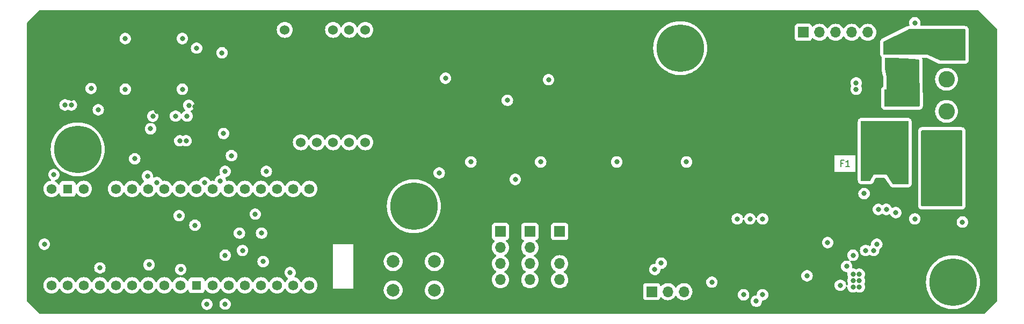
<source format=gbr>
%TF.GenerationSoftware,KiCad,Pcbnew,7.0.1-0*%
%TF.CreationDate,2023-09-22T11:11:22-04:00*%
%TF.ProjectId,Segway V7,53656777-6179-4205-9637-2e6b69636164,V1*%
%TF.SameCoordinates,Original*%
%TF.FileFunction,Copper,L3,Inr*%
%TF.FilePolarity,Positive*%
%FSLAX46Y46*%
G04 Gerber Fmt 4.6, Leading zero omitted, Abs format (unit mm)*
G04 Created by KiCad (PCBNEW 7.0.1-0) date 2023-09-22 11:11:22*
%MOMM*%
%LPD*%
G01*
G04 APERTURE LIST*
%ADD10C,0.150000*%
%TA.AperFunction,NonConductor*%
%ADD11C,0.150000*%
%TD*%
%TA.AperFunction,ComponentPad*%
%ADD12R,2.600000X2.600000*%
%TD*%
%TA.AperFunction,ComponentPad*%
%ADD13C,2.600000*%
%TD*%
%TA.AperFunction,ComponentPad*%
%ADD14C,7.500000*%
%TD*%
%TA.AperFunction,ComponentPad*%
%ADD15R,1.700000X1.700000*%
%TD*%
%TA.AperFunction,ComponentPad*%
%ADD16O,1.700000X1.700000*%
%TD*%
%TA.AperFunction,ComponentPad*%
%ADD17C,1.574800*%
%TD*%
%TA.AperFunction,ComponentPad*%
%ADD18R,1.473200X1.473200*%
%TD*%
%TA.AperFunction,ComponentPad*%
%ADD19C,2.000000*%
%TD*%
%TA.AperFunction,ComponentPad*%
%ADD20C,1.524000*%
%TD*%
%TA.AperFunction,ViaPad*%
%ADD21C,0.800000*%
%TD*%
G04 APERTURE END LIST*
D10*
%TO.C,F1*%
D11*
X229666666Y-119188809D02*
X229333333Y-119188809D01*
X229333333Y-119712619D02*
X229333333Y-118712619D01*
X229333333Y-118712619D02*
X229809523Y-118712619D01*
X230714285Y-119712619D02*
X230142857Y-119712619D01*
X230428571Y-119712619D02*
X230428571Y-118712619D01*
X230428571Y-118712619D02*
X230333333Y-118855476D01*
X230333333Y-118855476D02*
X230238095Y-118950714D01*
X230238095Y-118950714D02*
X230142857Y-118998333D01*
%TD*%
D12*
%TO.N,/VBAT_IN*%
%TO.C,J10*%
X246000000Y-116080000D03*
D13*
%TO.N,GND*%
X246000000Y-111000000D03*
X246000000Y-105920000D03*
%TO.N,/VBAT_MOTOR*%
X246000000Y-100840000D03*
%TD*%
D14*
%TO.N,GND*%
%TO.C,REF\u002A\u002A*%
X109000000Y-117000000D03*
%TD*%
D15*
%TO.N,GND*%
%TO.C,J2*%
X199500000Y-139500000D03*
D16*
%TO.N,Net-(J2-Pin_2)*%
X202040000Y-139500000D03*
%TO.N,/BUCK_5V*%
X204580000Y-139500000D03*
%TD*%
D17*
%TO.N,/MOSI*%
%TO.C,U1*%
X104880000Y-138500000D03*
%TO.N,/MISO*%
X107420000Y-138500000D03*
%TO.N,/SCK*%
X109960000Y-138500000D03*
%TO.N,/TFT_D{slash}C*%
X112500000Y-138500000D03*
%TO.N,/SCL*%
X115040000Y-138500000D03*
%TO.N,/SDA*%
X117580000Y-138500000D03*
%TO.N,/WS2812*%
X120120000Y-138500000D03*
%TO.N,/BAT_READING*%
X122660000Y-138500000D03*
%TO.N,/RST*%
X125200000Y-138500000D03*
D18*
%TO.N,GND*%
X127740000Y-138500000D03*
D17*
%TO.N,/TX*%
X130280000Y-138500000D03*
%TO.N,/RX*%
X132820000Y-138500000D03*
%TO.N,/HALL_L_B*%
X135360000Y-138500000D03*
%TO.N,/DIR1*%
X137900000Y-138500000D03*
%TO.N,/DIR2*%
X140440000Y-138500000D03*
%TO.N,/PWM1*%
X142980000Y-138500000D03*
%TO.N,/PWM2*%
X145520000Y-138500000D03*
%TO.N,/IMU_CS*%
X145520000Y-123260000D03*
%TO.N,/IMU_INT*%
X142980000Y-123260000D03*
%TO.N,/IMU_RST*%
X140440000Y-123260000D03*
%TO.N,/HALL_R_B*%
X137900000Y-123260000D03*
%TO.N,/HALL_R_A*%
X135360000Y-123260000D03*
%TO.N,unconnected-(U1-LDO2_OUT-Pad12)*%
X132820000Y-123260000D03*
%TO.N,/TFT_RST*%
X130280000Y-123260000D03*
%TO.N,/HALL_L_A*%
X127740000Y-123260000D03*
%TO.N,/A4*%
X125200000Y-123260000D03*
%TO.N,/A3*%
X122660000Y-123260000D03*
%TO.N,/TFT_CS*%
X120120000Y-123260000D03*
%TO.N,/A1*%
X117580000Y-123260000D03*
%TO.N,/A0*%
X115040000Y-123260000D03*
%TO.N,+3.3V*%
X112500000Y-123260000D03*
%TO.N,+5V*%
X109960000Y-123260000D03*
D18*
%TO.N,GND*%
X107420000Y-123260000D03*
D17*
%TO.N,unconnected-(U1-VBAT-Pad1)*%
X104880000Y-123260000D03*
%TD*%
D15*
%TO.N,/DIR1*%
%TO.C,J8*%
X223420000Y-98500000D03*
D16*
%TO.N,/PWM1*%
X225960000Y-98500000D03*
%TO.N,/DIR2*%
X228500000Y-98500000D03*
%TO.N,/PWM2*%
X231040000Y-98500000D03*
%TO.N,GND*%
X233580000Y-98500000D03*
%TD*%
D15*
%TO.N,+3.3V*%
%TO.C,J3*%
X171000000Y-130000000D03*
D16*
X171000000Y-132540000D03*
X171000000Y-135080000D03*
X171000000Y-137620000D03*
%TD*%
D15*
%TO.N,GND*%
%TO.C,J7*%
X185000000Y-130000000D03*
D16*
%TO.N,+3.3V*%
X185000000Y-132540000D03*
%TO.N,/RX*%
X185000000Y-135080000D03*
%TO.N,/TX*%
X185000000Y-137620000D03*
%TD*%
D15*
%TO.N,GND*%
%TO.C,J4*%
X175650000Y-130000000D03*
D16*
X175650000Y-132540000D03*
X175650000Y-135080000D03*
X175650000Y-137620000D03*
%TD*%
D14*
%TO.N,GND*%
%TO.C,REF\u002A\u002A*%
X204000000Y-101000000D03*
%TD*%
D19*
%TO.N,/RST*%
%TO.C,SW3*%
X158750000Y-134750000D03*
X165250000Y-134750000D03*
%TO.N,GND*%
X158750000Y-139250000D03*
X165250000Y-139250000D03*
%TD*%
D20*
%TO.N,+3.3V*%
%TO.C,A1*%
X141650000Y-115890000D03*
%TO.N,unconnected-(A1-3Vo-Pad2)*%
X144190000Y-115890000D03*
%TO.N,GND*%
X146730000Y-115890000D03*
%TO.N,/SCK*%
X149270000Y-115890000D03*
%TO.N,/MISO*%
X151810000Y-115890000D03*
%TO.N,/IMU_INT*%
X154350000Y-115890000D03*
%TO.N,unconnected-(A1-BT-Pad7)*%
X141650000Y-98110000D03*
%TO.N,+3.3V*%
X144190000Y-98110000D03*
X146730000Y-98110000D03*
%TO.N,/IMU_RST*%
X149270000Y-98110000D03*
%TO.N,/MOSI*%
X151810000Y-98110000D03*
%TO.N,/IMU_CS*%
X154350000Y-98110000D03*
%TD*%
D15*
%TO.N,/BUCK_5V*%
%TO.C,J5*%
X180300000Y-130000000D03*
D16*
X180300000Y-132540000D03*
X180300000Y-135080000D03*
X180300000Y-137620000D03*
%TD*%
D14*
%TO.N,GND*%
%TO.C,REF\u002A\u002A*%
X162000000Y-126000000D03*
%TD*%
%TO.N,GND*%
%TO.C,REF\u002A\u002A*%
X247000000Y-138000000D03*
%TD*%
D21*
%TO.N,/VBAT_MOTOR_PRE*%
X237000000Y-105000000D03*
X241000000Y-104000000D03*
X240000000Y-104000000D03*
X241000000Y-108000000D03*
X241000000Y-109000000D03*
X240000000Y-109000000D03*
X240000000Y-108000000D03*
X241000000Y-107000000D03*
X240000000Y-107000000D03*
X239000000Y-107000000D03*
X238000000Y-107000000D03*
X238000000Y-106000000D03*
X239000000Y-106000000D03*
X240000000Y-106000000D03*
X241000000Y-106000000D03*
X241000000Y-105000000D03*
X240000000Y-105000000D03*
X239000000Y-105000000D03*
X238000000Y-105000000D03*
%TO.N,/VBAT_MOTOR*%
X247500000Y-102500000D03*
X248250000Y-101500000D03*
X248250000Y-99750000D03*
X247500000Y-98750000D03*
X244500000Y-98750000D03*
X244250000Y-102000000D03*
X243250000Y-101250000D03*
X243250000Y-100250000D03*
X243250000Y-99250000D03*
X242000000Y-99250000D03*
X242000000Y-100250000D03*
X242000000Y-101250000D03*
X240750000Y-101250000D03*
X240750000Y-100250000D03*
X240750000Y-99250000D03*
X239500000Y-99250000D03*
X239500000Y-100250000D03*
X239500000Y-101250000D03*
%TO.N,/VBAT*%
X239250000Y-119500000D03*
X239250000Y-118500000D03*
X239250000Y-117500000D03*
X239250000Y-116000000D03*
X239250000Y-114750000D03*
X239250000Y-113250000D03*
X236750000Y-119500000D03*
X236750000Y-120500000D03*
X235500000Y-120500000D03*
X235500000Y-119500000D03*
X234250000Y-119500000D03*
X233000000Y-119500000D03*
%TO.N,/VBAT_IN*%
X244000000Y-118000000D03*
X248000000Y-119000000D03*
X247000000Y-119000000D03*
X246000000Y-119000000D03*
X245000000Y-119000000D03*
X244000000Y-119000000D03*
X243000000Y-119000000D03*
X243000000Y-118000000D03*
X243000000Y-117000000D03*
X243000000Y-116000000D03*
X243000000Y-115000000D03*
%TO.N,GND*%
X238000000Y-127000000D03*
X236500000Y-126500000D03*
X235250000Y-126500000D03*
X235000000Y-132000000D03*
X234500000Y-133000000D03*
X233250000Y-133000000D03*
%TO.N,Net-(U3-SW)*%
X227250000Y-131750000D03*
%TO.N,GND*%
X232250000Y-138750000D03*
X232250000Y-137750000D03*
X232250000Y-136750000D03*
X231250000Y-138750000D03*
X231250000Y-137750000D03*
X231250000Y-136750000D03*
%TO.N,Net-(U3-SW)*%
X229250000Y-138500000D03*
%TO.N,+3.3V*%
X120000000Y-103250000D03*
X111000000Y-106000000D03*
X176000000Y-119000000D03*
X169000000Y-105750000D03*
X117500000Y-100500000D03*
X187000000Y-119000000D03*
X117500000Y-108500000D03*
X189250000Y-108000000D03*
X131000000Y-110000000D03*
X185250000Y-106000000D03*
X126500000Y-100500000D03*
X127500000Y-110250000D03*
X121500000Y-111000000D03*
X126500000Y-108500000D03*
X173000000Y-108250000D03*
X164000000Y-119000000D03*
X187250000Y-108000000D03*
X129000000Y-103250000D03*
X199000000Y-119000000D03*
X171000000Y-108250000D03*
X132750000Y-116750000D03*
X108000000Y-109000000D03*
%TO.N,GND*%
X125500000Y-107500000D03*
X194000000Y-119000000D03*
X121500000Y-122250000D03*
X200000000Y-136000000D03*
X248500000Y-128500000D03*
X224000000Y-137000000D03*
X205000000Y-119000000D03*
X182000000Y-119000000D03*
X108000000Y-110000000D03*
X116500000Y-107500000D03*
X213000000Y-128000000D03*
X209000000Y-138000000D03*
X171000000Y-119000000D03*
X132000000Y-114500000D03*
X231750000Y-106500000D03*
X215000000Y-128000000D03*
X233000000Y-124000000D03*
X201000000Y-135000000D03*
X183250000Y-106000000D03*
X167000000Y-105750000D03*
X241000000Y-97000000D03*
X125500000Y-99500000D03*
X116500000Y-99500000D03*
X120500000Y-113750000D03*
X231750000Y-107500000D03*
X120250000Y-135250000D03*
X217000000Y-128000000D03*
%TO.N,/SCK*%
X105250000Y-121000000D03*
X107000000Y-110000000D03*
X103750000Y-132000000D03*
%TO.N,/MISO*%
X112500000Y-135750000D03*
X138000000Y-130250000D03*
X135000000Y-133000000D03*
%TO.N,/MOSI*%
X112250000Y-110750000D03*
%TO.N,Net-(U3-SW)*%
X230250000Y-135500000D03*
%TO.N,/HALL_L_B*%
X132250000Y-133750000D03*
X134500000Y-130250000D03*
X137000000Y-127250000D03*
%TO.N,/HALL_R_A*%
X133250000Y-118000000D03*
X132250000Y-120500000D03*
X176750000Y-109250000D03*
%TO.N,/HALL_R_B*%
X138750000Y-120500000D03*
%TO.N,/SCL*%
X125000000Y-127500000D03*
X129000000Y-122250000D03*
%TO.N,/SDA*%
X127500000Y-129000000D03*
X131500000Y-122000000D03*
%TO.N,/TX*%
X132250000Y-141474500D03*
%TO.N,/RX*%
X129375000Y-141500000D03*
%TO.N,/A0*%
X166000000Y-120750000D03*
%TO.N,/A1*%
X178000000Y-121750000D03*
%TO.N,Net-(Q1-Pad2)*%
X216987701Y-139987701D03*
X214000000Y-140000000D03*
%TO.N,+5V*%
X216000000Y-141000000D03*
%TO.N,/SC0*%
X126521001Y-110048599D03*
X126237000Y-111750000D03*
%TO.N,/SD1*%
X124430812Y-111750000D03*
X120855003Y-111763534D03*
%TO.N,/SD2*%
X126093315Y-115650500D03*
X127750000Y-101000000D03*
%TO.N,/SC2*%
X125093812Y-115650500D03*
X131750000Y-101750000D03*
%TO.N,/RST*%
X142500000Y-136500000D03*
X138250000Y-134750000D03*
%TO.N,/VBAT_MCU*%
X125250000Y-136000000D03*
X241000000Y-128000000D03*
X231250000Y-133750000D03*
%TO.N,/TFT_RST*%
X111119622Y-107380378D03*
X120000000Y-121250000D03*
X118000000Y-118500000D03*
%TD*%
%TA.AperFunction,Conductor*%
%TO.N,/VBAT_MOTOR_PRE*%
G36*
X237482269Y-102537915D02*
G01*
X239496293Y-102599885D01*
X239503674Y-102600334D01*
X241587985Y-102789816D01*
X241644899Y-102809708D01*
X241685705Y-102854092D01*
X241700754Y-102912475D01*
X241749162Y-110125168D01*
X241732828Y-110187519D01*
X241687405Y-110233248D01*
X241625165Y-110250000D01*
X236324000Y-110250000D01*
X236262000Y-110233387D01*
X236216613Y-110188000D01*
X236200000Y-110126000D01*
X236200000Y-107624000D01*
X236216613Y-107562000D01*
X236262000Y-107516613D01*
X236324000Y-107500000D01*
X236500000Y-107500000D01*
X236500000Y-105500000D01*
X236252408Y-104262040D01*
X236250000Y-104237722D01*
X236250000Y-102627874D01*
X236267254Y-102564776D01*
X236314215Y-102519238D01*
X236377814Y-102503933D01*
X237482269Y-102537915D01*
G37*
%TD.AperFunction*%
%TD*%
%TA.AperFunction,Conductor*%
%TO.N,/VBAT*%
G36*
X239938000Y-112516613D02*
G01*
X239983387Y-112562000D01*
X240000000Y-112624000D01*
X240000000Y-122376000D01*
X239983387Y-122438000D01*
X239938000Y-122483387D01*
X239876000Y-122500000D01*
X237566363Y-122500000D01*
X237507853Y-122485328D01*
X237463189Y-122444783D01*
X236500000Y-121000000D01*
X234500000Y-121000000D01*
X234499999Y-121000000D01*
X234499998Y-121000001D01*
X234034273Y-121931454D01*
X233988555Y-121981481D01*
X233923364Y-122000000D01*
X232624000Y-122000000D01*
X232562000Y-121983387D01*
X232516613Y-121938000D01*
X232500000Y-121876000D01*
X232500000Y-112624000D01*
X232516613Y-112562000D01*
X232562000Y-112516613D01*
X232624000Y-112500000D01*
X239876000Y-112500000D01*
X239938000Y-112516613D01*
G37*
%TD.AperFunction*%
%TD*%
%TA.AperFunction,Conductor*%
%TO.N,/VBAT_MOTOR*%
G36*
X248938000Y-98016613D02*
G01*
X248983387Y-98062000D01*
X249000000Y-98124000D01*
X249000000Y-102876000D01*
X248983387Y-102938000D01*
X248938000Y-102983387D01*
X248876000Y-103000000D01*
X245029272Y-103000000D01*
X244973818Y-102986909D01*
X243000000Y-102000000D01*
X236124000Y-102000000D01*
X236062000Y-101983387D01*
X236016613Y-101938000D01*
X236000000Y-101876000D01*
X236000000Y-100076636D01*
X236018519Y-100011445D01*
X236068546Y-99965727D01*
X239973818Y-98013091D01*
X240029272Y-98000000D01*
X248876000Y-98000000D01*
X248938000Y-98016613D01*
G37*
%TD.AperFunction*%
%TD*%
%TA.AperFunction,Conductor*%
%TO.N,/VBAT_IN*%
G36*
X248438000Y-114016613D02*
G01*
X248483387Y-114062000D01*
X248500000Y-114124000D01*
X248500000Y-125876000D01*
X248483387Y-125938000D01*
X248438000Y-125983387D01*
X248376000Y-126000000D01*
X242124000Y-126000000D01*
X242062000Y-125983387D01*
X242016613Y-125938000D01*
X242000000Y-125876000D01*
X242000000Y-114124000D01*
X242016613Y-114062000D01*
X242062000Y-114016613D01*
X242124000Y-114000000D01*
X248376000Y-114000000D01*
X248438000Y-114016613D01*
G37*
%TD.AperFunction*%
%TD*%
%TA.AperFunction,Conductor*%
%TO.N,+3.3V*%
G36*
X250996591Y-95009939D02*
G01*
X251036819Y-95036819D01*
X253963181Y-97963181D01*
X253990061Y-98003409D01*
X253999500Y-98050862D01*
X253999500Y-140949138D01*
X253990061Y-140996591D01*
X253963181Y-141036819D01*
X252036819Y-142963181D01*
X251996591Y-142990061D01*
X251949138Y-142999500D01*
X103050862Y-142999500D01*
X103003409Y-142990061D01*
X102963181Y-142963181D01*
X101500000Y-141500000D01*
X128469540Y-141500000D01*
X128489326Y-141688257D01*
X128547820Y-141868284D01*
X128642466Y-142032216D01*
X128769129Y-142172889D01*
X128922269Y-142284151D01*
X129095197Y-142361144D01*
X129280352Y-142400500D01*
X129280354Y-142400500D01*
X129469646Y-142400500D01*
X129469648Y-142400500D01*
X129593083Y-142374262D01*
X129654803Y-142361144D01*
X129827730Y-142284151D01*
X129980871Y-142172888D01*
X130107533Y-142032216D01*
X130202179Y-141868284D01*
X130260674Y-141688256D01*
X130280460Y-141500000D01*
X130277780Y-141474500D01*
X131344540Y-141474500D01*
X131364326Y-141662757D01*
X131422820Y-141842784D01*
X131517466Y-142006716D01*
X131644129Y-142147389D01*
X131797269Y-142258651D01*
X131970197Y-142335644D01*
X132155352Y-142375000D01*
X132155354Y-142375000D01*
X132344646Y-142375000D01*
X132344648Y-142375000D01*
X132468084Y-142348762D01*
X132529803Y-142335644D01*
X132702730Y-142258651D01*
X132855871Y-142147388D01*
X132982533Y-142006716D01*
X133077179Y-141842784D01*
X133135674Y-141662756D01*
X133155460Y-141474500D01*
X133135674Y-141286244D01*
X133077179Y-141106216D01*
X133077179Y-141106215D01*
X133015856Y-141000000D01*
X215094540Y-141000000D01*
X215114326Y-141188257D01*
X215172820Y-141368284D01*
X215267466Y-141532216D01*
X215394129Y-141672889D01*
X215547269Y-141784151D01*
X215720197Y-141861144D01*
X215905352Y-141900500D01*
X215905354Y-141900500D01*
X216094646Y-141900500D01*
X216094648Y-141900500D01*
X216234497Y-141870774D01*
X216279803Y-141861144D01*
X216452730Y-141784151D01*
X216452729Y-141784151D01*
X216605870Y-141672889D01*
X216732533Y-141532216D01*
X216827179Y-141368284D01*
X216845551Y-141311742D01*
X216885674Y-141188256D01*
X216905460Y-141000000D01*
X216905540Y-140999239D01*
X216926060Y-140942861D01*
X216970647Y-140902715D01*
X217028861Y-140888201D01*
X217082349Y-140888201D01*
X217235446Y-140855659D01*
X217267504Y-140848845D01*
X217440431Y-140771852D01*
X217528941Y-140707546D01*
X217593571Y-140660590D01*
X217613141Y-140638856D01*
X217720234Y-140519917D01*
X217814880Y-140355985D01*
X217873375Y-140175957D01*
X217893161Y-139987701D01*
X217873375Y-139799445D01*
X217814945Y-139619617D01*
X217814880Y-139619416D01*
X217720234Y-139455484D01*
X217593571Y-139314811D01*
X217440431Y-139203549D01*
X217267503Y-139126556D01*
X217082349Y-139087201D01*
X217082347Y-139087201D01*
X216893055Y-139087201D01*
X216893053Y-139087201D01*
X216707898Y-139126556D01*
X216534970Y-139203549D01*
X216381830Y-139314811D01*
X216255167Y-139455484D01*
X216160521Y-139619416D01*
X216102027Y-139799443D01*
X216082161Y-139988462D01*
X216061641Y-140044840D01*
X216017054Y-140084986D01*
X215958840Y-140099500D01*
X215905352Y-140099500D01*
X215720197Y-140138855D01*
X215547269Y-140215848D01*
X215394129Y-140327110D01*
X215267466Y-140467783D01*
X215172820Y-140631715D01*
X215114326Y-140811742D01*
X215094540Y-141000000D01*
X133015856Y-141000000D01*
X132982533Y-140942283D01*
X132855870Y-140801610D01*
X132702730Y-140690348D01*
X132529802Y-140613355D01*
X132344648Y-140574000D01*
X132344646Y-140574000D01*
X132155354Y-140574000D01*
X132155352Y-140574000D01*
X131970197Y-140613355D01*
X131797269Y-140690348D01*
X131644129Y-140801610D01*
X131517466Y-140942283D01*
X131422820Y-141106215D01*
X131364326Y-141286242D01*
X131344540Y-141474500D01*
X130277780Y-141474500D01*
X130260674Y-141311744D01*
X130229549Y-141215952D01*
X130202179Y-141131715D01*
X130107533Y-140967783D01*
X129980870Y-140827110D01*
X129827730Y-140715848D01*
X129654802Y-140638855D01*
X129469648Y-140599500D01*
X129469646Y-140599500D01*
X129280354Y-140599500D01*
X129280352Y-140599500D01*
X129095197Y-140638855D01*
X128922269Y-140715848D01*
X128769129Y-140827110D01*
X128642466Y-140967783D01*
X128547820Y-141131715D01*
X128489326Y-141311742D01*
X128469540Y-141500000D01*
X101500000Y-141500000D01*
X101036819Y-141036819D01*
X101009939Y-140996591D01*
X101000500Y-140949138D01*
X101000500Y-138500000D01*
X103587179Y-138500000D01*
X103606820Y-138724493D01*
X103606821Y-138724496D01*
X103653981Y-138900500D01*
X103665148Y-138942173D01*
X103760382Y-139146406D01*
X103774437Y-139166478D01*
X103889642Y-139331009D01*
X104048991Y-139490358D01*
X104221492Y-139611144D01*
X104233593Y-139619617D01*
X104363934Y-139680395D01*
X104437830Y-139714853D01*
X104655504Y-139773179D01*
X104880000Y-139792820D01*
X105104496Y-139773179D01*
X105322170Y-139714853D01*
X105526410Y-139619615D01*
X105711009Y-139490358D01*
X105870358Y-139331009D01*
X105999615Y-139146410D01*
X106037617Y-139064912D01*
X106083374Y-139012737D01*
X106150000Y-138993317D01*
X106216626Y-139012737D01*
X106262382Y-139064912D01*
X106300385Y-139146410D01*
X106429642Y-139331009D01*
X106588991Y-139490358D01*
X106761492Y-139611144D01*
X106773593Y-139619617D01*
X106903934Y-139680395D01*
X106977830Y-139714853D01*
X107195504Y-139773179D01*
X107420000Y-139792820D01*
X107644496Y-139773179D01*
X107862170Y-139714853D01*
X108066410Y-139619615D01*
X108251009Y-139490358D01*
X108410358Y-139331009D01*
X108539615Y-139146410D01*
X108577617Y-139064912D01*
X108623374Y-139012737D01*
X108690000Y-138993317D01*
X108756626Y-139012737D01*
X108802382Y-139064912D01*
X108840385Y-139146410D01*
X108969642Y-139331009D01*
X109128991Y-139490358D01*
X109301492Y-139611144D01*
X109313593Y-139619617D01*
X109443934Y-139680395D01*
X109517830Y-139714853D01*
X109735504Y-139773179D01*
X109960000Y-139792820D01*
X110184496Y-139773179D01*
X110402170Y-139714853D01*
X110606410Y-139619615D01*
X110791009Y-139490358D01*
X110950358Y-139331009D01*
X111079615Y-139146410D01*
X111117617Y-139064912D01*
X111163374Y-139012737D01*
X111230000Y-138993317D01*
X111296626Y-139012737D01*
X111342382Y-139064912D01*
X111380385Y-139146410D01*
X111509642Y-139331009D01*
X111668991Y-139490358D01*
X111841492Y-139611144D01*
X111853593Y-139619617D01*
X111983934Y-139680395D01*
X112057830Y-139714853D01*
X112275504Y-139773179D01*
X112500000Y-139792820D01*
X112724496Y-139773179D01*
X112942170Y-139714853D01*
X113146410Y-139619615D01*
X113331009Y-139490358D01*
X113490358Y-139331009D01*
X113619615Y-139146410D01*
X113657617Y-139064912D01*
X113703374Y-139012737D01*
X113770000Y-138993317D01*
X113836626Y-139012737D01*
X113882382Y-139064912D01*
X113920385Y-139146410D01*
X114049642Y-139331009D01*
X114208991Y-139490358D01*
X114381492Y-139611144D01*
X114393593Y-139619617D01*
X114523934Y-139680395D01*
X114597830Y-139714853D01*
X114815504Y-139773179D01*
X115040000Y-139792820D01*
X115264496Y-139773179D01*
X115482170Y-139714853D01*
X115686410Y-139619615D01*
X115871009Y-139490358D01*
X116030358Y-139331009D01*
X116159615Y-139146410D01*
X116197617Y-139064912D01*
X116243374Y-139012737D01*
X116310000Y-138993317D01*
X116376626Y-139012737D01*
X116422382Y-139064912D01*
X116460385Y-139146410D01*
X116589642Y-139331009D01*
X116748991Y-139490358D01*
X116921492Y-139611144D01*
X116933593Y-139619617D01*
X117063934Y-139680395D01*
X117137830Y-139714853D01*
X117355504Y-139773179D01*
X117580000Y-139792820D01*
X117804496Y-139773179D01*
X118022170Y-139714853D01*
X118226410Y-139619615D01*
X118411009Y-139490358D01*
X118570358Y-139331009D01*
X118699615Y-139146410D01*
X118737617Y-139064912D01*
X118783374Y-139012737D01*
X118850000Y-138993317D01*
X118916626Y-139012737D01*
X118962382Y-139064912D01*
X119000385Y-139146410D01*
X119129642Y-139331009D01*
X119288991Y-139490358D01*
X119461492Y-139611144D01*
X119473593Y-139619617D01*
X119603934Y-139680395D01*
X119677830Y-139714853D01*
X119895504Y-139773179D01*
X120120000Y-139792820D01*
X120344496Y-139773179D01*
X120562170Y-139714853D01*
X120766410Y-139619615D01*
X120951009Y-139490358D01*
X121110358Y-139331009D01*
X121239615Y-139146410D01*
X121277617Y-139064912D01*
X121323374Y-139012737D01*
X121390000Y-138993317D01*
X121456626Y-139012737D01*
X121502382Y-139064912D01*
X121540385Y-139146410D01*
X121669642Y-139331009D01*
X121828991Y-139490358D01*
X122001492Y-139611144D01*
X122013593Y-139619617D01*
X122143934Y-139680395D01*
X122217830Y-139714853D01*
X122435504Y-139773179D01*
X122660000Y-139792820D01*
X122884496Y-139773179D01*
X123102170Y-139714853D01*
X123306410Y-139619615D01*
X123491009Y-139490358D01*
X123650358Y-139331009D01*
X123779615Y-139146410D01*
X123817617Y-139064912D01*
X123863374Y-139012737D01*
X123930000Y-138993317D01*
X123996626Y-139012737D01*
X124042382Y-139064912D01*
X124080385Y-139146410D01*
X124209642Y-139331009D01*
X124368991Y-139490358D01*
X124541492Y-139611144D01*
X124553593Y-139619617D01*
X124683934Y-139680395D01*
X124757830Y-139714853D01*
X124975504Y-139773179D01*
X125200000Y-139792820D01*
X125424496Y-139773179D01*
X125642170Y-139714853D01*
X125846410Y-139619615D01*
X126031009Y-139490358D01*
X126190358Y-139331009D01*
X126277326Y-139206805D01*
X126324540Y-139166479D01*
X126385386Y-139154099D01*
X126444605Y-139172768D01*
X126487349Y-139217806D01*
X126502900Y-139277920D01*
X126502900Y-139284465D01*
X126507904Y-139331012D01*
X126509309Y-139344083D01*
X126559604Y-139478931D01*
X126645854Y-139594146D01*
X126761069Y-139680396D01*
X126895917Y-139730691D01*
X126955527Y-139737100D01*
X128524472Y-139737099D01*
X128584083Y-139730691D01*
X128718931Y-139680396D01*
X128834146Y-139594146D01*
X128920396Y-139478931D01*
X128970691Y-139344083D01*
X128977100Y-139284473D01*
X128977099Y-139277935D01*
X128992642Y-139217820D01*
X129035384Y-139172775D01*
X129094605Y-139154100D01*
X129155455Y-139166478D01*
X129202673Y-139206806D01*
X129257057Y-139284473D01*
X129289642Y-139331009D01*
X129448991Y-139490358D01*
X129621492Y-139611144D01*
X129633593Y-139619617D01*
X129763934Y-139680395D01*
X129837830Y-139714853D01*
X130055504Y-139773179D01*
X130280000Y-139792820D01*
X130504496Y-139773179D01*
X130722170Y-139714853D01*
X130926410Y-139619615D01*
X131111009Y-139490358D01*
X131270358Y-139331009D01*
X131399615Y-139146410D01*
X131437617Y-139064912D01*
X131483374Y-139012737D01*
X131550000Y-138993317D01*
X131616626Y-139012737D01*
X131662382Y-139064912D01*
X131700385Y-139146410D01*
X131829642Y-139331009D01*
X131988991Y-139490358D01*
X132161492Y-139611144D01*
X132173593Y-139619617D01*
X132303934Y-139680395D01*
X132377830Y-139714853D01*
X132595504Y-139773179D01*
X132820000Y-139792820D01*
X133044496Y-139773179D01*
X133262170Y-139714853D01*
X133466410Y-139619615D01*
X133651009Y-139490358D01*
X133810358Y-139331009D01*
X133939615Y-139146410D01*
X133977617Y-139064912D01*
X134023374Y-139012737D01*
X134090000Y-138993317D01*
X134156626Y-139012737D01*
X134202382Y-139064912D01*
X134240385Y-139146410D01*
X134369642Y-139331009D01*
X134528991Y-139490358D01*
X134701492Y-139611144D01*
X134713593Y-139619617D01*
X134843934Y-139680395D01*
X134917830Y-139714853D01*
X135135504Y-139773179D01*
X135360000Y-139792820D01*
X135584496Y-139773179D01*
X135802170Y-139714853D01*
X136006410Y-139619615D01*
X136191009Y-139490358D01*
X136350358Y-139331009D01*
X136479615Y-139146410D01*
X136517617Y-139064912D01*
X136563374Y-139012737D01*
X136630000Y-138993317D01*
X136696626Y-139012737D01*
X136742382Y-139064912D01*
X136780385Y-139146410D01*
X136909642Y-139331009D01*
X137068991Y-139490358D01*
X137241492Y-139611144D01*
X137253593Y-139619617D01*
X137383934Y-139680395D01*
X137457830Y-139714853D01*
X137675504Y-139773179D01*
X137900000Y-139792820D01*
X138124496Y-139773179D01*
X138342170Y-139714853D01*
X138546410Y-139619615D01*
X138731009Y-139490358D01*
X138890358Y-139331009D01*
X139019615Y-139146410D01*
X139057617Y-139064912D01*
X139103374Y-139012737D01*
X139170000Y-138993317D01*
X139236626Y-139012737D01*
X139282382Y-139064912D01*
X139320385Y-139146410D01*
X139449642Y-139331009D01*
X139608991Y-139490358D01*
X139781492Y-139611144D01*
X139793593Y-139619617D01*
X139923934Y-139680395D01*
X139997830Y-139714853D01*
X140215504Y-139773179D01*
X140440000Y-139792820D01*
X140664496Y-139773179D01*
X140882170Y-139714853D01*
X141086410Y-139619615D01*
X141271009Y-139490358D01*
X141430358Y-139331009D01*
X141559615Y-139146410D01*
X141597617Y-139064912D01*
X141643374Y-139012737D01*
X141710000Y-138993317D01*
X141776626Y-139012737D01*
X141822382Y-139064912D01*
X141860385Y-139146410D01*
X141989642Y-139331009D01*
X142148991Y-139490358D01*
X142321492Y-139611144D01*
X142333593Y-139619617D01*
X142463934Y-139680395D01*
X142537830Y-139714853D01*
X142755504Y-139773179D01*
X142980000Y-139792820D01*
X143204496Y-139773179D01*
X143422170Y-139714853D01*
X143626410Y-139619615D01*
X143811009Y-139490358D01*
X143970358Y-139331009D01*
X144099615Y-139146410D01*
X144137617Y-139064912D01*
X144183374Y-139012737D01*
X144250000Y-138993317D01*
X144316626Y-139012737D01*
X144362382Y-139064912D01*
X144400385Y-139146410D01*
X144529642Y-139331009D01*
X144688991Y-139490358D01*
X144861492Y-139611144D01*
X144873593Y-139619617D01*
X145003934Y-139680395D01*
X145077830Y-139714853D01*
X145295504Y-139773179D01*
X145520000Y-139792820D01*
X145744496Y-139773179D01*
X145962170Y-139714853D01*
X146166410Y-139619615D01*
X146351009Y-139490358D01*
X146510358Y-139331009D01*
X146567081Y-139250000D01*
X157244356Y-139250000D01*
X157264891Y-139497816D01*
X157264891Y-139497819D01*
X157264892Y-139497821D01*
X157325937Y-139738881D01*
X157340982Y-139773179D01*
X157425825Y-139966604D01*
X157425827Y-139966607D01*
X157561836Y-140174785D01*
X157730256Y-140357738D01*
X157747814Y-140371404D01*
X157926485Y-140510470D01*
X157926487Y-140510471D01*
X157926491Y-140510474D01*
X158145190Y-140628828D01*
X158380386Y-140709571D01*
X158625665Y-140750500D01*
X158874335Y-140750500D01*
X159119614Y-140709571D01*
X159354810Y-140628828D01*
X159573509Y-140510474D01*
X159769744Y-140357738D01*
X159938164Y-140174785D01*
X160074173Y-139966607D01*
X160174063Y-139738881D01*
X160235108Y-139497821D01*
X160255643Y-139250000D01*
X163744356Y-139250000D01*
X163764891Y-139497816D01*
X163764891Y-139497819D01*
X163764892Y-139497821D01*
X163825937Y-139738881D01*
X163840982Y-139773179D01*
X163925825Y-139966604D01*
X163925827Y-139966607D01*
X164061836Y-140174785D01*
X164230256Y-140357738D01*
X164247814Y-140371404D01*
X164426485Y-140510470D01*
X164426487Y-140510471D01*
X164426491Y-140510474D01*
X164645190Y-140628828D01*
X164880386Y-140709571D01*
X165125665Y-140750500D01*
X165374335Y-140750500D01*
X165619614Y-140709571D01*
X165854810Y-140628828D01*
X166073509Y-140510474D01*
X166218184Y-140397869D01*
X198149500Y-140397869D01*
X198155909Y-140457484D01*
X198159751Y-140467784D01*
X198206204Y-140592331D01*
X198292454Y-140707546D01*
X198407669Y-140793796D01*
X198542517Y-140844091D01*
X198602127Y-140850500D01*
X200397872Y-140850499D01*
X200457483Y-140844091D01*
X200592331Y-140793796D01*
X200707546Y-140707546D01*
X200793796Y-140592331D01*
X200842810Y-140460916D01*
X200877789Y-140410537D01*
X200932634Y-140383084D01*
X200993927Y-140385273D01*
X201046673Y-140416569D01*
X201168599Y-140538495D01*
X201362170Y-140674035D01*
X201576337Y-140773903D01*
X201804591Y-140835062D01*
X201804592Y-140835063D01*
X202039999Y-140855659D01*
X202039999Y-140855658D01*
X202040000Y-140855659D01*
X202275408Y-140835063D01*
X202503663Y-140773903D01*
X202717830Y-140674035D01*
X202911401Y-140538495D01*
X203078495Y-140371401D01*
X203208426Y-140185839D01*
X203252743Y-140146975D01*
X203310000Y-140132964D01*
X203367257Y-140146975D01*
X203411573Y-140185839D01*
X203541505Y-140371401D01*
X203708599Y-140538495D01*
X203902170Y-140674035D01*
X204116337Y-140773903D01*
X204344591Y-140835062D01*
X204344592Y-140835063D01*
X204579999Y-140855659D01*
X204579999Y-140855658D01*
X204580000Y-140855659D01*
X204815408Y-140835063D01*
X205043663Y-140773903D01*
X205257830Y-140674035D01*
X205451401Y-140538495D01*
X205618495Y-140371401D01*
X205754035Y-140177830D01*
X205836959Y-139999999D01*
X213094540Y-139999999D01*
X213114326Y-140188257D01*
X213172820Y-140368284D01*
X213267466Y-140532216D01*
X213394129Y-140672889D01*
X213547269Y-140784151D01*
X213720197Y-140861144D01*
X213905352Y-140900500D01*
X213905354Y-140900500D01*
X214094646Y-140900500D01*
X214094648Y-140900500D01*
X214218084Y-140874262D01*
X214279803Y-140861144D01*
X214452730Y-140784151D01*
X214546740Y-140715849D01*
X214605870Y-140672889D01*
X214636515Y-140638855D01*
X214732533Y-140532216D01*
X214827179Y-140368284D01*
X214885674Y-140188256D01*
X214905460Y-140000000D01*
X214885674Y-139811744D01*
X214842996Y-139680395D01*
X214827179Y-139631715D01*
X214732533Y-139467783D01*
X214605870Y-139327110D01*
X214452730Y-139215848D01*
X214279802Y-139138855D01*
X214094648Y-139099500D01*
X214094646Y-139099500D01*
X213905354Y-139099500D01*
X213905352Y-139099500D01*
X213720197Y-139138855D01*
X213547269Y-139215848D01*
X213394129Y-139327110D01*
X213267466Y-139467783D01*
X213172820Y-139631715D01*
X213114326Y-139811742D01*
X213094540Y-139999999D01*
X205836959Y-139999999D01*
X205853903Y-139963663D01*
X205915063Y-139735408D01*
X205935659Y-139500000D01*
X205915063Y-139264592D01*
X205853903Y-139036337D01*
X205754035Y-138822171D01*
X205618495Y-138628599D01*
X205451401Y-138461505D01*
X205257830Y-138325965D01*
X205043663Y-138226097D01*
X204982502Y-138209709D01*
X204815407Y-138164936D01*
X204580000Y-138144340D01*
X204344592Y-138164936D01*
X204116336Y-138226097D01*
X203902170Y-138325965D01*
X203708598Y-138461505D01*
X203541505Y-138628598D01*
X203411575Y-138814159D01*
X203367257Y-138853025D01*
X203310000Y-138867036D01*
X203252743Y-138853025D01*
X203208425Y-138814159D01*
X203171285Y-138761117D01*
X203078495Y-138628599D01*
X202911401Y-138461505D01*
X202717830Y-138325965D01*
X202503663Y-138226097D01*
X202442502Y-138209709D01*
X202275407Y-138164936D01*
X202040000Y-138144340D01*
X201804592Y-138164936D01*
X201576336Y-138226097D01*
X201362170Y-138325965D01*
X201168601Y-138461503D01*
X201046673Y-138583431D01*
X200993926Y-138614726D01*
X200932634Y-138616915D01*
X200877789Y-138589462D01*
X200842810Y-138539082D01*
X200819856Y-138477540D01*
X200793796Y-138407669D01*
X200707546Y-138292454D01*
X200592331Y-138206204D01*
X200457483Y-138155909D01*
X200397873Y-138149500D01*
X200397869Y-138149500D01*
X198602130Y-138149500D01*
X198542515Y-138155909D01*
X198407669Y-138206204D01*
X198292454Y-138292454D01*
X198206204Y-138407668D01*
X198155909Y-138542516D01*
X198149500Y-138602130D01*
X198149500Y-140397869D01*
X166218184Y-140397869D01*
X166269744Y-140357738D01*
X166438164Y-140174785D01*
X166574173Y-139966607D01*
X166674063Y-139738881D01*
X166735108Y-139497821D01*
X166755643Y-139250000D01*
X166735108Y-139002179D01*
X166674063Y-138761119D01*
X166578175Y-138542516D01*
X166574174Y-138533395D01*
X166573404Y-138532216D01*
X166438164Y-138325215D01*
X166269744Y-138142262D01*
X166161261Y-138057826D01*
X166073514Y-137989529D01*
X166073510Y-137989526D01*
X166073509Y-137989526D01*
X165854810Y-137871172D01*
X165854806Y-137871170D01*
X165854805Y-137871170D01*
X165619615Y-137790429D01*
X165374335Y-137749500D01*
X165125665Y-137749500D01*
X164880384Y-137790429D01*
X164645194Y-137871170D01*
X164426485Y-137989529D01*
X164230259Y-138142259D01*
X164230256Y-138142261D01*
X164230256Y-138142262D01*
X164087046Y-138297830D01*
X164061837Y-138325214D01*
X163925825Y-138533395D01*
X163857897Y-138688257D01*
X163825937Y-138761119D01*
X163771608Y-138975659D01*
X163764891Y-139002183D01*
X163744356Y-139250000D01*
X160255643Y-139250000D01*
X160235108Y-139002179D01*
X160174063Y-138761119D01*
X160078175Y-138542516D01*
X160074174Y-138533395D01*
X160073404Y-138532216D01*
X159938164Y-138325215D01*
X159769744Y-138142262D01*
X159661261Y-138057826D01*
X159573514Y-137989529D01*
X159573510Y-137989526D01*
X159573509Y-137989526D01*
X159354810Y-137871172D01*
X159354806Y-137871170D01*
X159354805Y-137871170D01*
X159119615Y-137790429D01*
X158874335Y-137749500D01*
X158625665Y-137749500D01*
X158380384Y-137790429D01*
X158145194Y-137871170D01*
X157926485Y-137989529D01*
X157730259Y-138142259D01*
X157730256Y-138142261D01*
X157730256Y-138142262D01*
X157587046Y-138297830D01*
X157561837Y-138325214D01*
X157425825Y-138533395D01*
X157357897Y-138688257D01*
X157325937Y-138761119D01*
X157271608Y-138975659D01*
X157264891Y-139002183D01*
X157244356Y-139250000D01*
X146567081Y-139250000D01*
X146639615Y-139146410D01*
X146643138Y-139138856D01*
X146677617Y-139064913D01*
X146734853Y-138942170D01*
X146793179Y-138724496D01*
X146812820Y-138500000D01*
X146793179Y-138275504D01*
X146734853Y-138057830D01*
X146717407Y-138020418D01*
X146639617Y-137853593D01*
X146634230Y-137845899D01*
X146510358Y-137668991D01*
X146351009Y-137509642D01*
X146168311Y-137381716D01*
X146166406Y-137380382D01*
X145962173Y-137285148D01*
X145962170Y-137285147D01*
X145821372Y-137247420D01*
X145744493Y-137226820D01*
X145519999Y-137207179D01*
X145295506Y-137226820D01*
X145077826Y-137285148D01*
X144873593Y-137380382D01*
X144688987Y-137509645D01*
X144529645Y-137668987D01*
X144400381Y-137853593D01*
X144362382Y-137935086D01*
X144316625Y-137987262D01*
X144250000Y-138006682D01*
X144183375Y-137987262D01*
X144137618Y-137935086D01*
X144099618Y-137853593D01*
X144027081Y-137750000D01*
X143970358Y-137668991D01*
X143811009Y-137509642D01*
X143628311Y-137381716D01*
X143626406Y-137380382D01*
X143422173Y-137285148D01*
X143422170Y-137285147D01*
X143281372Y-137247420D01*
X143226939Y-137216465D01*
X143194572Y-137162861D01*
X143192524Y-137100276D01*
X143221319Y-137044670D01*
X143232533Y-137032216D01*
X143327179Y-136868284D01*
X143385674Y-136688256D01*
X143405460Y-136500000D01*
X143385674Y-136311744D01*
X143352475Y-136209570D01*
X143327179Y-136131715D01*
X143232533Y-135967783D01*
X143105870Y-135827110D01*
X142952730Y-135715848D01*
X142779802Y-135638855D01*
X142594648Y-135599500D01*
X142594646Y-135599500D01*
X142405354Y-135599500D01*
X142405352Y-135599500D01*
X142220197Y-135638855D01*
X142047269Y-135715848D01*
X141894129Y-135827110D01*
X141767466Y-135967783D01*
X141672820Y-136131715D01*
X141614326Y-136311742D01*
X141594540Y-136499999D01*
X141614326Y-136688257D01*
X141672820Y-136868284D01*
X141767466Y-137032216D01*
X141894129Y-137172889D01*
X142047269Y-137284151D01*
X142108855Y-137311572D01*
X142155799Y-137348084D01*
X142180343Y-137402254D01*
X142176841Y-137461622D01*
X142146101Y-137512532D01*
X141989642Y-137668991D01*
X141860381Y-137853593D01*
X141822382Y-137935086D01*
X141776625Y-137987262D01*
X141710000Y-138006682D01*
X141643375Y-137987262D01*
X141597618Y-137935086D01*
X141559618Y-137853593D01*
X141487081Y-137750000D01*
X141430358Y-137668991D01*
X141271009Y-137509642D01*
X141088311Y-137381716D01*
X141086406Y-137380382D01*
X140882173Y-137285148D01*
X140882170Y-137285147D01*
X140741372Y-137247420D01*
X140664493Y-137226820D01*
X140439999Y-137207179D01*
X140215506Y-137226820D01*
X139997826Y-137285148D01*
X139793593Y-137380382D01*
X139608987Y-137509645D01*
X139449645Y-137668987D01*
X139320381Y-137853593D01*
X139282382Y-137935086D01*
X139236625Y-137987262D01*
X139170000Y-138006682D01*
X139103375Y-137987262D01*
X139057618Y-137935086D01*
X139019618Y-137853593D01*
X138947081Y-137750000D01*
X138890358Y-137668991D01*
X138731009Y-137509642D01*
X138548311Y-137381716D01*
X138546406Y-137380382D01*
X138342173Y-137285148D01*
X138342170Y-137285147D01*
X138201372Y-137247420D01*
X138124493Y-137226820D01*
X137899999Y-137207179D01*
X137675506Y-137226820D01*
X137457826Y-137285148D01*
X137253593Y-137380382D01*
X137068987Y-137509645D01*
X136909645Y-137668987D01*
X136780381Y-137853593D01*
X136742382Y-137935086D01*
X136696625Y-137987262D01*
X136630000Y-138006682D01*
X136563375Y-137987262D01*
X136517618Y-137935086D01*
X136479618Y-137853593D01*
X136407081Y-137750000D01*
X136350358Y-137668991D01*
X136191009Y-137509642D01*
X136008311Y-137381716D01*
X136006406Y-137380382D01*
X135802173Y-137285148D01*
X135802170Y-137285147D01*
X135661372Y-137247420D01*
X135584493Y-137226820D01*
X135359999Y-137207179D01*
X135135506Y-137226820D01*
X134917826Y-137285148D01*
X134713593Y-137380382D01*
X134528987Y-137509645D01*
X134369645Y-137668987D01*
X134240381Y-137853593D01*
X134202382Y-137935086D01*
X134156625Y-137987262D01*
X134090000Y-138006682D01*
X134023375Y-137987262D01*
X133977618Y-137935086D01*
X133939618Y-137853593D01*
X133867081Y-137750000D01*
X133810358Y-137668991D01*
X133651009Y-137509642D01*
X133468311Y-137381716D01*
X133466406Y-137380382D01*
X133262173Y-137285148D01*
X133262170Y-137285147D01*
X133121372Y-137247420D01*
X133044493Y-137226820D01*
X132819999Y-137207179D01*
X132595506Y-137226820D01*
X132377826Y-137285148D01*
X132173593Y-137380382D01*
X131988987Y-137509645D01*
X131829645Y-137668987D01*
X131700381Y-137853593D01*
X131662382Y-137935086D01*
X131616625Y-137987262D01*
X131550000Y-138006682D01*
X131483375Y-137987262D01*
X131437618Y-137935086D01*
X131399618Y-137853593D01*
X131327081Y-137750000D01*
X131270358Y-137668991D01*
X131111009Y-137509642D01*
X130928311Y-137381716D01*
X130926406Y-137380382D01*
X130722173Y-137285148D01*
X130722170Y-137285147D01*
X130581372Y-137247420D01*
X130504493Y-137226820D01*
X130279999Y-137207179D01*
X130055506Y-137226820D01*
X129837826Y-137285148D01*
X129633593Y-137380382D01*
X129448987Y-137509645D01*
X129289641Y-137668991D01*
X129202673Y-137793194D01*
X129155457Y-137833521D01*
X129094609Y-137845900D01*
X129035389Y-137827228D01*
X128992646Y-137782186D01*
X128977099Y-137722070D01*
X128977099Y-137715530D01*
X128972096Y-137668991D01*
X128970691Y-137655917D01*
X128920396Y-137521069D01*
X128834146Y-137405854D01*
X128718931Y-137319604D01*
X128584083Y-137269309D01*
X128524473Y-137262900D01*
X128524469Y-137262900D01*
X126955530Y-137262900D01*
X126895915Y-137269309D01*
X126761069Y-137319604D01*
X126645854Y-137405854D01*
X126559604Y-137521068D01*
X126509309Y-137655916D01*
X126502900Y-137715531D01*
X126502900Y-137722069D01*
X126487353Y-137782185D01*
X126444610Y-137827227D01*
X126385390Y-137845899D01*
X126324542Y-137833520D01*
X126277325Y-137793193D01*
X126247081Y-137750000D01*
X126190358Y-137668991D01*
X126031009Y-137509642D01*
X125848311Y-137381716D01*
X125846406Y-137380382D01*
X125642173Y-137285148D01*
X125642170Y-137285147D01*
X125501372Y-137247420D01*
X125424493Y-137226820D01*
X125199999Y-137207179D01*
X124975506Y-137226820D01*
X124757826Y-137285148D01*
X124553593Y-137380382D01*
X124368987Y-137509645D01*
X124209645Y-137668987D01*
X124080381Y-137853593D01*
X124042382Y-137935086D01*
X123996625Y-137987262D01*
X123930000Y-138006682D01*
X123863375Y-137987262D01*
X123817618Y-137935086D01*
X123779618Y-137853593D01*
X123707081Y-137750000D01*
X123650358Y-137668991D01*
X123491009Y-137509642D01*
X123308311Y-137381716D01*
X123306406Y-137380382D01*
X123102173Y-137285148D01*
X123102170Y-137285147D01*
X122961372Y-137247420D01*
X122884493Y-137226820D01*
X122659999Y-137207179D01*
X122435506Y-137226820D01*
X122217826Y-137285148D01*
X122013593Y-137380382D01*
X121828987Y-137509645D01*
X121669645Y-137668987D01*
X121540381Y-137853593D01*
X121502382Y-137935086D01*
X121456625Y-137987262D01*
X121390000Y-138006682D01*
X121323375Y-137987262D01*
X121277618Y-137935086D01*
X121239618Y-137853593D01*
X121167081Y-137750000D01*
X121110358Y-137668991D01*
X120951009Y-137509642D01*
X120768311Y-137381716D01*
X120766406Y-137380382D01*
X120562173Y-137285148D01*
X120562170Y-137285147D01*
X120421372Y-137247420D01*
X120344493Y-137226820D01*
X120119999Y-137207179D01*
X119895506Y-137226820D01*
X119677826Y-137285148D01*
X119473593Y-137380382D01*
X119288987Y-137509645D01*
X119129645Y-137668987D01*
X119000381Y-137853593D01*
X118962382Y-137935086D01*
X118916625Y-137987262D01*
X118850000Y-138006682D01*
X118783375Y-137987262D01*
X118737618Y-137935086D01*
X118699618Y-137853593D01*
X118627081Y-137750000D01*
X118570358Y-137668991D01*
X118411009Y-137509642D01*
X118228311Y-137381716D01*
X118226406Y-137380382D01*
X118022173Y-137285148D01*
X118022170Y-137285147D01*
X117881372Y-137247420D01*
X117804493Y-137226820D01*
X117579999Y-137207179D01*
X117355506Y-137226820D01*
X117137826Y-137285148D01*
X116933593Y-137380382D01*
X116748987Y-137509645D01*
X116589645Y-137668987D01*
X116460381Y-137853593D01*
X116422382Y-137935086D01*
X116376625Y-137987262D01*
X116310000Y-138006682D01*
X116243375Y-137987262D01*
X116197618Y-137935086D01*
X116159618Y-137853593D01*
X116087081Y-137750000D01*
X116030358Y-137668991D01*
X115871009Y-137509642D01*
X115688311Y-137381716D01*
X115686406Y-137380382D01*
X115482173Y-137285148D01*
X115482170Y-137285147D01*
X115341372Y-137247420D01*
X115264493Y-137226820D01*
X115039999Y-137207179D01*
X114815506Y-137226820D01*
X114597826Y-137285148D01*
X114393593Y-137380382D01*
X114208987Y-137509645D01*
X114049645Y-137668987D01*
X113920381Y-137853593D01*
X113882382Y-137935086D01*
X113836625Y-137987262D01*
X113770000Y-138006682D01*
X113703375Y-137987262D01*
X113657618Y-137935086D01*
X113619618Y-137853593D01*
X113547081Y-137750000D01*
X113490358Y-137668991D01*
X113331009Y-137509642D01*
X113148311Y-137381716D01*
X113146406Y-137380382D01*
X112942173Y-137285148D01*
X112942170Y-137285147D01*
X112801372Y-137247420D01*
X112724493Y-137226820D01*
X112499999Y-137207179D01*
X112275506Y-137226820D01*
X112057826Y-137285148D01*
X111853593Y-137380382D01*
X111668987Y-137509645D01*
X111509645Y-137668987D01*
X111380381Y-137853593D01*
X111342382Y-137935086D01*
X111296625Y-137987262D01*
X111230000Y-138006682D01*
X111163375Y-137987262D01*
X111117618Y-137935086D01*
X111079618Y-137853593D01*
X111007081Y-137750000D01*
X110950358Y-137668991D01*
X110791009Y-137509642D01*
X110608311Y-137381716D01*
X110606406Y-137380382D01*
X110402173Y-137285148D01*
X110402170Y-137285147D01*
X110261372Y-137247420D01*
X110184493Y-137226820D01*
X109959999Y-137207179D01*
X109735506Y-137226820D01*
X109517826Y-137285148D01*
X109313593Y-137380382D01*
X109128987Y-137509645D01*
X108969645Y-137668987D01*
X108840381Y-137853593D01*
X108802382Y-137935086D01*
X108756625Y-137987262D01*
X108690000Y-138006682D01*
X108623375Y-137987262D01*
X108577618Y-137935086D01*
X108539618Y-137853593D01*
X108467081Y-137750000D01*
X108410358Y-137668991D01*
X108251009Y-137509642D01*
X108068311Y-137381716D01*
X108066406Y-137380382D01*
X107862173Y-137285148D01*
X107862170Y-137285147D01*
X107721372Y-137247420D01*
X107644493Y-137226820D01*
X107419999Y-137207179D01*
X107195506Y-137226820D01*
X106977826Y-137285148D01*
X106773593Y-137380382D01*
X106588987Y-137509645D01*
X106429645Y-137668987D01*
X106300381Y-137853593D01*
X106262382Y-137935086D01*
X106216625Y-137987262D01*
X106150000Y-138006682D01*
X106083375Y-137987262D01*
X106037618Y-137935086D01*
X105999618Y-137853593D01*
X105927081Y-137750000D01*
X105870358Y-137668991D01*
X105711009Y-137509642D01*
X105528311Y-137381716D01*
X105526406Y-137380382D01*
X105322173Y-137285148D01*
X105322170Y-137285147D01*
X105181372Y-137247420D01*
X105104493Y-137226820D01*
X104879999Y-137207179D01*
X104655506Y-137226820D01*
X104437826Y-137285148D01*
X104233593Y-137380382D01*
X104048987Y-137509645D01*
X103889645Y-137668987D01*
X103760382Y-137853593D01*
X103665148Y-138057826D01*
X103606820Y-138275506D01*
X103587179Y-138500000D01*
X101000500Y-138500000D01*
X101000500Y-135749999D01*
X111594540Y-135749999D01*
X111614326Y-135938257D01*
X111672820Y-136118284D01*
X111767466Y-136282216D01*
X111894129Y-136422889D01*
X112047269Y-136534151D01*
X112220197Y-136611144D01*
X112405352Y-136650500D01*
X112405354Y-136650500D01*
X112594646Y-136650500D01*
X112594648Y-136650500D01*
X112718083Y-136624262D01*
X112779803Y-136611144D01*
X112952730Y-136534151D01*
X112999735Y-136500000D01*
X113105870Y-136422889D01*
X113142943Y-136381716D01*
X113232533Y-136282216D01*
X113327179Y-136118284D01*
X113385674Y-135938256D01*
X113405460Y-135750000D01*
X113385674Y-135561744D01*
X113354761Y-135466604D01*
X113327179Y-135381715D01*
X113251133Y-135250000D01*
X119344540Y-135250000D01*
X119364326Y-135438257D01*
X119422820Y-135618284D01*
X119517466Y-135782216D01*
X119644129Y-135922889D01*
X119797269Y-136034151D01*
X119970197Y-136111144D01*
X120155352Y-136150500D01*
X120155354Y-136150500D01*
X120344646Y-136150500D01*
X120344648Y-136150500D01*
X120495219Y-136118495D01*
X120529803Y-136111144D01*
X120702730Y-136034151D01*
X120749735Y-136000000D01*
X124344540Y-136000000D01*
X124349806Y-136050100D01*
X124364326Y-136188257D01*
X124422820Y-136368284D01*
X124517466Y-136532216D01*
X124644129Y-136672889D01*
X124797269Y-136784151D01*
X124970197Y-136861144D01*
X125155352Y-136900500D01*
X125155354Y-136900500D01*
X125344646Y-136900500D01*
X125344648Y-136900500D01*
X125468084Y-136874262D01*
X125529803Y-136861144D01*
X125702730Y-136784151D01*
X125749735Y-136750000D01*
X125855870Y-136672889D01*
X125892943Y-136631716D01*
X125982533Y-136532216D01*
X126077179Y-136368284D01*
X126135674Y-136188256D01*
X126155460Y-136000000D01*
X126135674Y-135811744D01*
X126099170Y-135699398D01*
X126077179Y-135631715D01*
X125982533Y-135467783D01*
X125855870Y-135327110D01*
X125702730Y-135215848D01*
X125529802Y-135138855D01*
X125344648Y-135099500D01*
X125344646Y-135099500D01*
X125155354Y-135099500D01*
X125155352Y-135099500D01*
X124970197Y-135138855D01*
X124797269Y-135215848D01*
X124644129Y-135327110D01*
X124517466Y-135467783D01*
X124422820Y-135631715D01*
X124364326Y-135811742D01*
X124348129Y-135965848D01*
X124344540Y-136000000D01*
X120749735Y-136000000D01*
X120855870Y-135922889D01*
X120886515Y-135888855D01*
X120982533Y-135782216D01*
X121077179Y-135618284D01*
X121135674Y-135438256D01*
X121155460Y-135250000D01*
X121135674Y-135061744D01*
X121104515Y-134965848D01*
X121077179Y-134881715D01*
X121001133Y-134750000D01*
X137344540Y-134750000D01*
X137364326Y-134938257D01*
X137422820Y-135118284D01*
X137517466Y-135282216D01*
X137644129Y-135422889D01*
X137797269Y-135534151D01*
X137970197Y-135611144D01*
X138155352Y-135650500D01*
X138155354Y-135650500D01*
X138344646Y-135650500D01*
X138344648Y-135650500D01*
X138468084Y-135624262D01*
X138529803Y-135611144D01*
X138702730Y-135534151D01*
X138795701Y-135466604D01*
X138855870Y-135422889D01*
X138892943Y-135381716D01*
X138982533Y-135282216D01*
X139077179Y-135118284D01*
X139135674Y-134938256D01*
X139155460Y-134750000D01*
X139135674Y-134561744D01*
X139090557Y-134422888D01*
X139077179Y-134381715D01*
X138982533Y-134217783D01*
X138855870Y-134077110D01*
X138702730Y-133965848D01*
X138529802Y-133888855D01*
X138344648Y-133849500D01*
X138344646Y-133849500D01*
X138155354Y-133849500D01*
X138155352Y-133849500D01*
X137970197Y-133888855D01*
X137797269Y-133965848D01*
X137644129Y-134077110D01*
X137517466Y-134217783D01*
X137422820Y-134381715D01*
X137364326Y-134561742D01*
X137344540Y-134750000D01*
X121001133Y-134750000D01*
X120982533Y-134717783D01*
X120855870Y-134577110D01*
X120702730Y-134465848D01*
X120529802Y-134388855D01*
X120344648Y-134349500D01*
X120344646Y-134349500D01*
X120155354Y-134349500D01*
X120155352Y-134349500D01*
X119970197Y-134388855D01*
X119797269Y-134465848D01*
X119644129Y-134577110D01*
X119517466Y-134717783D01*
X119422820Y-134881715D01*
X119364326Y-135061742D01*
X119344540Y-135250000D01*
X113251133Y-135250000D01*
X113232533Y-135217783D01*
X113105870Y-135077110D01*
X112952730Y-134965848D01*
X112779802Y-134888855D01*
X112594648Y-134849500D01*
X112594646Y-134849500D01*
X112405354Y-134849500D01*
X112405352Y-134849500D01*
X112220197Y-134888855D01*
X112047269Y-134965848D01*
X111894129Y-135077110D01*
X111767466Y-135217783D01*
X111672820Y-135381715D01*
X111614326Y-135561742D01*
X111594540Y-135749999D01*
X101000500Y-135749999D01*
X101000500Y-133750000D01*
X131344540Y-133750000D01*
X131364326Y-133938257D01*
X131422820Y-134118284D01*
X131517466Y-134282216D01*
X131644129Y-134422889D01*
X131797269Y-134534151D01*
X131970197Y-134611144D01*
X132155352Y-134650500D01*
X132155354Y-134650500D01*
X132344646Y-134650500D01*
X132344648Y-134650500D01*
X132468083Y-134624262D01*
X132529803Y-134611144D01*
X132702730Y-134534151D01*
X132796740Y-134465849D01*
X132855870Y-134422889D01*
X132886515Y-134388855D01*
X132982533Y-134282216D01*
X133077179Y-134118284D01*
X133135674Y-133938256D01*
X133155460Y-133750000D01*
X133135674Y-133561744D01*
X133086825Y-133411404D01*
X133077179Y-133381715D01*
X132982533Y-133217783D01*
X132855870Y-133077110D01*
X132749735Y-132999999D01*
X134094540Y-132999999D01*
X134114326Y-133188257D01*
X134172820Y-133368284D01*
X134267466Y-133532216D01*
X134394129Y-133672889D01*
X134547269Y-133784151D01*
X134720197Y-133861144D01*
X134905352Y-133900500D01*
X134905354Y-133900500D01*
X135094646Y-133900500D01*
X135094648Y-133900500D01*
X135251043Y-133867257D01*
X135279803Y-133861144D01*
X135452730Y-133784151D01*
X135552115Y-133711944D01*
X135605870Y-133672889D01*
X135633450Y-133642259D01*
X135732533Y-133532216D01*
X135827179Y-133368284D01*
X135885674Y-133188256D01*
X135905460Y-133000000D01*
X135885674Y-132811744D01*
X135840557Y-132672888D01*
X135827179Y-132631715D01*
X135732533Y-132467783D01*
X135605870Y-132327110D01*
X135452730Y-132215848D01*
X135279802Y-132138855D01*
X135094648Y-132099500D01*
X135094646Y-132099500D01*
X134905354Y-132099500D01*
X134905352Y-132099500D01*
X134720197Y-132138855D01*
X134547269Y-132215848D01*
X134394129Y-132327110D01*
X134267466Y-132467783D01*
X134172820Y-132631715D01*
X134114326Y-132811742D01*
X134094540Y-132999999D01*
X132749735Y-132999999D01*
X132702730Y-132965848D01*
X132529802Y-132888855D01*
X132344648Y-132849500D01*
X132344646Y-132849500D01*
X132155354Y-132849500D01*
X132155352Y-132849500D01*
X131970197Y-132888855D01*
X131797269Y-132965848D01*
X131644129Y-133077110D01*
X131517466Y-133217783D01*
X131422820Y-133381715D01*
X131364326Y-133561742D01*
X131344540Y-133750000D01*
X101000500Y-133750000D01*
X101000500Y-132000000D01*
X102844540Y-132000000D01*
X102864326Y-132188257D01*
X102922820Y-132368284D01*
X103017466Y-132532216D01*
X103144129Y-132672889D01*
X103297269Y-132784151D01*
X103470197Y-132861144D01*
X103655352Y-132900500D01*
X103655354Y-132900500D01*
X103844646Y-132900500D01*
X103844648Y-132900500D01*
X103968084Y-132874262D01*
X104029803Y-132861144D01*
X104202730Y-132784151D01*
X104355871Y-132672888D01*
X104482533Y-132532216D01*
X104577179Y-132368284D01*
X104635674Y-132188256D01*
X104655460Y-132000000D01*
X149250000Y-132000000D01*
X149250000Y-139000000D01*
X152500000Y-139000000D01*
X152500000Y-137620000D01*
X174294340Y-137620000D01*
X174314936Y-137855407D01*
X174353680Y-138000000D01*
X174376097Y-138083663D01*
X174475965Y-138297830D01*
X174611505Y-138491401D01*
X174778599Y-138658495D01*
X174972170Y-138794035D01*
X175186337Y-138893903D01*
X175414592Y-138955063D01*
X175650000Y-138975659D01*
X175885408Y-138955063D01*
X176113663Y-138893903D01*
X176327830Y-138794035D01*
X176521401Y-138658495D01*
X176688495Y-138491401D01*
X176824035Y-138297830D01*
X176923903Y-138083663D01*
X176985063Y-137855408D01*
X177005659Y-137620000D01*
X178944340Y-137620000D01*
X178964936Y-137855407D01*
X179003680Y-138000000D01*
X179026097Y-138083663D01*
X179125965Y-138297830D01*
X179261505Y-138491401D01*
X179428599Y-138658495D01*
X179622170Y-138794035D01*
X179836337Y-138893903D01*
X180064592Y-138955063D01*
X180300000Y-138975659D01*
X180535408Y-138955063D01*
X180763663Y-138893903D01*
X180977830Y-138794035D01*
X181171401Y-138658495D01*
X181338495Y-138491401D01*
X181474035Y-138297830D01*
X181573903Y-138083663D01*
X181635063Y-137855408D01*
X181655659Y-137620000D01*
X183644340Y-137620000D01*
X183664936Y-137855407D01*
X183703680Y-138000000D01*
X183726097Y-138083663D01*
X183825965Y-138297830D01*
X183961505Y-138491401D01*
X184128599Y-138658495D01*
X184322170Y-138794035D01*
X184536337Y-138893903D01*
X184764592Y-138955063D01*
X185000000Y-138975659D01*
X185235408Y-138955063D01*
X185463663Y-138893903D01*
X185677830Y-138794035D01*
X185871401Y-138658495D01*
X186038495Y-138491401D01*
X186174035Y-138297830D01*
X186273903Y-138083663D01*
X186296320Y-138000000D01*
X208094540Y-138000000D01*
X208114326Y-138188257D01*
X208172820Y-138368284D01*
X208267466Y-138532216D01*
X208394129Y-138672889D01*
X208547269Y-138784151D01*
X208720197Y-138861144D01*
X208905352Y-138900500D01*
X208905354Y-138900500D01*
X209094646Y-138900500D01*
X209094648Y-138900500D01*
X209218084Y-138874262D01*
X209279803Y-138861144D01*
X209452730Y-138784151D01*
X209519269Y-138735808D01*
X209605870Y-138672889D01*
X209618831Y-138658495D01*
X209732533Y-138532216D01*
X209751133Y-138500000D01*
X228344540Y-138500000D01*
X228364326Y-138688257D01*
X228422820Y-138868284D01*
X228517466Y-139032216D01*
X228644129Y-139172889D01*
X228797269Y-139284151D01*
X228970197Y-139361144D01*
X229155352Y-139400500D01*
X229155354Y-139400500D01*
X229344646Y-139400500D01*
X229344648Y-139400500D01*
X229468083Y-139374262D01*
X229529803Y-139361144D01*
X229702730Y-139284151D01*
X229794027Y-139217820D01*
X229855870Y-139172889D01*
X229879716Y-139146406D01*
X229982533Y-139032216D01*
X230077179Y-138868284D01*
X230108314Y-138772459D01*
X230145221Y-138716911D01*
X230205565Y-138688515D01*
X230271892Y-138695486D01*
X230325015Y-138735808D01*
X230349565Y-138797815D01*
X230356841Y-138867036D01*
X230364326Y-138938257D01*
X230422820Y-139118284D01*
X230517466Y-139282216D01*
X230644129Y-139422889D01*
X230797269Y-139534151D01*
X230970197Y-139611144D01*
X231155352Y-139650500D01*
X231155354Y-139650500D01*
X231344646Y-139650500D01*
X231344648Y-139650500D01*
X231489940Y-139619617D01*
X231529803Y-139611144D01*
X231699566Y-139535559D01*
X231750000Y-139524839D01*
X231800433Y-139535559D01*
X231970196Y-139611143D01*
X231970197Y-139611144D01*
X232155352Y-139650500D01*
X232155354Y-139650500D01*
X232344646Y-139650500D01*
X232344648Y-139650500D01*
X232489940Y-139619617D01*
X232529803Y-139611144D01*
X232702730Y-139534151D01*
X232778734Y-139478931D01*
X232855870Y-139422889D01*
X232926828Y-139344083D01*
X232982533Y-139282216D01*
X233077179Y-139118284D01*
X233135674Y-138938256D01*
X233155460Y-138750000D01*
X233135674Y-138561744D01*
X233085612Y-138407669D01*
X233077179Y-138381715D01*
X233036928Y-138311999D01*
X233020315Y-138249999D01*
X233036928Y-138187999D01*
X233077179Y-138118284D01*
X233115612Y-138000000D01*
X242744680Y-138000000D01*
X242763948Y-138404494D01*
X242821579Y-138805325D01*
X242853828Y-138938256D01*
X242917051Y-139198867D01*
X243049496Y-139581542D01*
X243217720Y-139949900D01*
X243420197Y-140300601D01*
X243655089Y-140630459D01*
X243655093Y-140630464D01*
X243920280Y-140936507D01*
X244213358Y-141215956D01*
X244531672Y-141466281D01*
X244531679Y-141466285D01*
X244531681Y-141466287D01*
X244872331Y-141685210D01*
X244872337Y-141685213D01*
X244872340Y-141685215D01*
X245232276Y-141870775D01*
X245608221Y-142021281D01*
X245996770Y-142135369D01*
X246394405Y-142212007D01*
X246797524Y-142250500D01*
X247202471Y-142250500D01*
X247202476Y-142250500D01*
X247605595Y-142212007D01*
X248003230Y-142135369D01*
X248391779Y-142021281D01*
X248767724Y-141870775D01*
X249127660Y-141685215D01*
X249468328Y-141466281D01*
X249786642Y-141215956D01*
X250079720Y-140936507D01*
X250344907Y-140630464D01*
X250579803Y-140300600D01*
X250782279Y-139949900D01*
X250950503Y-139581543D01*
X251082950Y-139198862D01*
X251178421Y-138805325D01*
X251236052Y-138404494D01*
X251255320Y-138000000D01*
X251236052Y-137595506D01*
X251178421Y-137194675D01*
X251082950Y-136801138D01*
X250950503Y-136418457D01*
X250889167Y-136284151D01*
X250782279Y-136050099D01*
X250579802Y-135699398D01*
X250344910Y-135369540D01*
X250308146Y-135327112D01*
X250079720Y-135063493D01*
X249786642Y-134784044D01*
X249468328Y-134533719D01*
X249468321Y-134533715D01*
X249468318Y-134533712D01*
X249127668Y-134314789D01*
X249057747Y-134278742D01*
X248767724Y-134129225D01*
X248391779Y-133978719D01*
X248391778Y-133978718D01*
X248391774Y-133978717D01*
X248003228Y-133864630D01*
X247605601Y-133787994D01*
X247605599Y-133787993D01*
X247605595Y-133787993D01*
X247202476Y-133749500D01*
X246797524Y-133749500D01*
X246394405Y-133787993D01*
X246394401Y-133787993D01*
X246394398Y-133787994D01*
X245996771Y-133864630D01*
X245608225Y-133978717D01*
X245232276Y-134129225D01*
X244872331Y-134314789D01*
X244531681Y-134533712D01*
X244213354Y-134784047D01*
X243920280Y-135063492D01*
X243655089Y-135369540D01*
X243420197Y-135699398D01*
X243217720Y-136050099D01*
X243049496Y-136418457D01*
X242917051Y-136801132D01*
X242883785Y-136938257D01*
X242821579Y-137194675D01*
X242763948Y-137595506D01*
X242744680Y-138000000D01*
X233115612Y-138000000D01*
X233135674Y-137938256D01*
X233155460Y-137750000D01*
X233135674Y-137561744D01*
X233083852Y-137402254D01*
X233077179Y-137381715D01*
X233036928Y-137311999D01*
X233020315Y-137249999D01*
X233036928Y-137187999D01*
X233077179Y-137118284D01*
X233135674Y-136938256D01*
X233155460Y-136750000D01*
X233135674Y-136561744D01*
X233085478Y-136407257D01*
X233077179Y-136381715D01*
X232982533Y-136217783D01*
X232855870Y-136077110D01*
X232702730Y-135965848D01*
X232529802Y-135888855D01*
X232344648Y-135849500D01*
X232344646Y-135849500D01*
X232155354Y-135849500D01*
X232155352Y-135849500D01*
X231970199Y-135888854D01*
X231800434Y-135964439D01*
X231749999Y-135975159D01*
X231699563Y-135964438D01*
X231529802Y-135888855D01*
X231344648Y-135849500D01*
X231344646Y-135849500D01*
X231253954Y-135849500D01*
X231197660Y-135835985D01*
X231153637Y-135798387D01*
X231131481Y-135744901D01*
X231134912Y-135701281D01*
X231134311Y-135701218D01*
X231135672Y-135688259D01*
X231135674Y-135688256D01*
X231155460Y-135500000D01*
X231135674Y-135311744D01*
X231104515Y-135215848D01*
X231077179Y-135131715D01*
X230982533Y-134967783D01*
X230847150Y-134817426D01*
X230848872Y-134815874D01*
X230818944Y-134778113D01*
X230810585Y-134711947D01*
X230837711Y-134651021D01*
X230892476Y-134612959D01*
X230959036Y-134608772D01*
X231155352Y-134650500D01*
X231155354Y-134650500D01*
X231344646Y-134650500D01*
X231344648Y-134650500D01*
X231468083Y-134624262D01*
X231529803Y-134611144D01*
X231702730Y-134534151D01*
X231796740Y-134465849D01*
X231855870Y-134422889D01*
X231886515Y-134388855D01*
X231982533Y-134282216D01*
X232077179Y-134118284D01*
X232135674Y-133938256D01*
X232155460Y-133750000D01*
X232135674Y-133561744D01*
X232086825Y-133411404D01*
X232077179Y-133381715D01*
X231982533Y-133217783D01*
X231855870Y-133077110D01*
X231749735Y-132999999D01*
X232344540Y-132999999D01*
X232364326Y-133188257D01*
X232422820Y-133368284D01*
X232517466Y-133532216D01*
X232644129Y-133672889D01*
X232797269Y-133784151D01*
X232970197Y-133861144D01*
X233155352Y-133900500D01*
X233155354Y-133900500D01*
X233344646Y-133900500D01*
X233344648Y-133900500D01*
X233501043Y-133867257D01*
X233529803Y-133861144D01*
X233702730Y-133784151D01*
X233802116Y-133711943D01*
X233849219Y-133690972D01*
X233900781Y-133690972D01*
X233947883Y-133711943D01*
X234047270Y-133784151D01*
X234047271Y-133784151D01*
X234047272Y-133784152D01*
X234220197Y-133861144D01*
X234405352Y-133900500D01*
X234405354Y-133900500D01*
X234594646Y-133900500D01*
X234594648Y-133900500D01*
X234751043Y-133867257D01*
X234779803Y-133861144D01*
X234952730Y-133784151D01*
X235052115Y-133711944D01*
X235105870Y-133672889D01*
X235133450Y-133642259D01*
X235232533Y-133532216D01*
X235327179Y-133368284D01*
X235385674Y-133188256D01*
X235405460Y-133000000D01*
X235395219Y-132902567D01*
X235405260Y-132839174D01*
X235445655Y-132789291D01*
X235452730Y-132784151D01*
X235605871Y-132672888D01*
X235732533Y-132532216D01*
X235827179Y-132368284D01*
X235885674Y-132188256D01*
X235905460Y-132000000D01*
X235885674Y-131811744D01*
X235827179Y-131631716D01*
X235827179Y-131631715D01*
X235732533Y-131467783D01*
X235605870Y-131327110D01*
X235452730Y-131215848D01*
X235279802Y-131138855D01*
X235094648Y-131099500D01*
X235094646Y-131099500D01*
X234905354Y-131099500D01*
X234905352Y-131099500D01*
X234720197Y-131138855D01*
X234547269Y-131215848D01*
X234394129Y-131327110D01*
X234267466Y-131467783D01*
X234172820Y-131631715D01*
X234114326Y-131811742D01*
X234094540Y-132000000D01*
X234104779Y-132097431D01*
X234094737Y-132160827D01*
X234054343Y-132210709D01*
X233947885Y-132288055D01*
X233900781Y-132309027D01*
X233849219Y-132309027D01*
X233802115Y-132288055D01*
X233702730Y-132215848D01*
X233529802Y-132138855D01*
X233344648Y-132099500D01*
X233344646Y-132099500D01*
X233155354Y-132099500D01*
X233155352Y-132099500D01*
X232970197Y-132138855D01*
X232797269Y-132215848D01*
X232644129Y-132327110D01*
X232517466Y-132467783D01*
X232422820Y-132631715D01*
X232364326Y-132811742D01*
X232344540Y-132999999D01*
X231749735Y-132999999D01*
X231702730Y-132965848D01*
X231529802Y-132888855D01*
X231344648Y-132849500D01*
X231344646Y-132849500D01*
X231155354Y-132849500D01*
X231155352Y-132849500D01*
X230970197Y-132888855D01*
X230797269Y-132965848D01*
X230644129Y-133077110D01*
X230517466Y-133217783D01*
X230422820Y-133381715D01*
X230364326Y-133561742D01*
X230344540Y-133750000D01*
X230364326Y-133938257D01*
X230422820Y-134118284D01*
X230517466Y-134282216D01*
X230652850Y-134432574D01*
X230651126Y-134434125D01*
X230681054Y-134471883D01*
X230689414Y-134538049D01*
X230662289Y-134598976D01*
X230607525Y-134637039D01*
X230540964Y-134641227D01*
X230344649Y-134599500D01*
X230344646Y-134599500D01*
X230155354Y-134599500D01*
X230155352Y-134599500D01*
X229970197Y-134638855D01*
X229797269Y-134715848D01*
X229644129Y-134827110D01*
X229517466Y-134967783D01*
X229422820Y-135131715D01*
X229364326Y-135311742D01*
X229344540Y-135500000D01*
X229364326Y-135688257D01*
X229422820Y-135868284D01*
X229517466Y-136032216D01*
X229644129Y-136172889D01*
X229797269Y-136284151D01*
X229970197Y-136361144D01*
X230155352Y-136400500D01*
X230246046Y-136400500D01*
X230302340Y-136414015D01*
X230346363Y-136451613D01*
X230368519Y-136505099D01*
X230365087Y-136548718D01*
X230365689Y-136548782D01*
X230364326Y-136561741D01*
X230364326Y-136561744D01*
X230351029Y-136688257D01*
X230344540Y-136749999D01*
X230364326Y-136938257D01*
X230422820Y-137118284D01*
X230463071Y-137187999D01*
X230479684Y-137249998D01*
X230463072Y-137311998D01*
X230422820Y-137381716D01*
X230364326Y-137561742D01*
X230344540Y-137750000D01*
X230364326Y-137938257D01*
X230422820Y-138118284D01*
X230463071Y-138187999D01*
X230479684Y-138249998D01*
X230463072Y-138311998D01*
X230422820Y-138381716D01*
X230391685Y-138477540D01*
X230354778Y-138533089D01*
X230294432Y-138561485D01*
X230228106Y-138554513D01*
X230174984Y-138514191D01*
X230150434Y-138452186D01*
X230135674Y-138311744D01*
X230101382Y-138206204D01*
X230077179Y-138131715D01*
X229982533Y-137967783D01*
X229855870Y-137827110D01*
X229702730Y-137715848D01*
X229529802Y-137638855D01*
X229344648Y-137599500D01*
X229344646Y-137599500D01*
X229155354Y-137599500D01*
X229155352Y-137599500D01*
X228970197Y-137638855D01*
X228797269Y-137715848D01*
X228644129Y-137827110D01*
X228517466Y-137967783D01*
X228422820Y-138131715D01*
X228364326Y-138311742D01*
X228344540Y-138500000D01*
X209751133Y-138500000D01*
X209827179Y-138368284D01*
X209885674Y-138188256D01*
X209905460Y-138000000D01*
X209885674Y-137811744D01*
X209840557Y-137672888D01*
X209827179Y-137631715D01*
X209732533Y-137467783D01*
X209605870Y-137327110D01*
X209452730Y-137215848D01*
X209279802Y-137138855D01*
X209094648Y-137099500D01*
X209094646Y-137099500D01*
X208905354Y-137099500D01*
X208905352Y-137099500D01*
X208720197Y-137138855D01*
X208547269Y-137215848D01*
X208394129Y-137327110D01*
X208267466Y-137467783D01*
X208172820Y-137631715D01*
X208114326Y-137811742D01*
X208094540Y-138000000D01*
X186296320Y-138000000D01*
X186335063Y-137855408D01*
X186355659Y-137620000D01*
X186335063Y-137384592D01*
X186273903Y-137156337D01*
X186201001Y-137000000D01*
X223094540Y-137000000D01*
X223114326Y-137188257D01*
X223172820Y-137368284D01*
X223267466Y-137532216D01*
X223394129Y-137672889D01*
X223547269Y-137784151D01*
X223720197Y-137861144D01*
X223905352Y-137900500D01*
X223905354Y-137900500D01*
X224094646Y-137900500D01*
X224094648Y-137900500D01*
X224218084Y-137874262D01*
X224279803Y-137861144D01*
X224452730Y-137784151D01*
X224546740Y-137715849D01*
X224605870Y-137672889D01*
X224636515Y-137638855D01*
X224732533Y-137532216D01*
X224827179Y-137368284D01*
X224885674Y-137188256D01*
X224905460Y-137000000D01*
X224885674Y-136811744D01*
X224855332Y-136718363D01*
X224827179Y-136631715D01*
X224732533Y-136467783D01*
X224605870Y-136327110D01*
X224452730Y-136215848D01*
X224279802Y-136138855D01*
X224094648Y-136099500D01*
X224094646Y-136099500D01*
X223905354Y-136099500D01*
X223905352Y-136099500D01*
X223720197Y-136138855D01*
X223547269Y-136215848D01*
X223394129Y-136327110D01*
X223267466Y-136467783D01*
X223172820Y-136631715D01*
X223114326Y-136811742D01*
X223094540Y-137000000D01*
X186201001Y-137000000D01*
X186174035Y-136942171D01*
X186038495Y-136748599D01*
X185871401Y-136581505D01*
X185685839Y-136451573D01*
X185646976Y-136407257D01*
X185632965Y-136350000D01*
X185646976Y-136292743D01*
X185685839Y-136248426D01*
X185871401Y-136118495D01*
X185989896Y-136000000D01*
X199094540Y-136000000D01*
X199099806Y-136050100D01*
X199114326Y-136188257D01*
X199172820Y-136368284D01*
X199267466Y-136532216D01*
X199394129Y-136672889D01*
X199547269Y-136784151D01*
X199720197Y-136861144D01*
X199905352Y-136900500D01*
X199905354Y-136900500D01*
X200094646Y-136900500D01*
X200094648Y-136900500D01*
X200218084Y-136874262D01*
X200279803Y-136861144D01*
X200452730Y-136784151D01*
X200499735Y-136750000D01*
X200605870Y-136672889D01*
X200642943Y-136631716D01*
X200732533Y-136532216D01*
X200827179Y-136368284D01*
X200885674Y-136188256D01*
X200904247Y-136011538D01*
X200924767Y-135955160D01*
X200969354Y-135915015D01*
X201027568Y-135900500D01*
X201094648Y-135900500D01*
X201218084Y-135874262D01*
X201279803Y-135861144D01*
X201452730Y-135784151D01*
X201499735Y-135750000D01*
X201605870Y-135672889D01*
X201636515Y-135638855D01*
X201732533Y-135532216D01*
X201827179Y-135368284D01*
X201885674Y-135188256D01*
X201905460Y-135000000D01*
X201885674Y-134811744D01*
X201833452Y-134651021D01*
X201827179Y-134631715D01*
X201732533Y-134467783D01*
X201605870Y-134327110D01*
X201452730Y-134215848D01*
X201279802Y-134138855D01*
X201094648Y-134099500D01*
X201094646Y-134099500D01*
X200905354Y-134099500D01*
X200905352Y-134099500D01*
X200720197Y-134138855D01*
X200547269Y-134215848D01*
X200394129Y-134327110D01*
X200267466Y-134467783D01*
X200172820Y-134631715D01*
X200114326Y-134811742D01*
X200106221Y-134888856D01*
X200098130Y-134965848D01*
X200095753Y-134988461D01*
X200075233Y-135044840D01*
X200030646Y-135084985D01*
X199972432Y-135099500D01*
X199905352Y-135099500D01*
X199720197Y-135138855D01*
X199547269Y-135215848D01*
X199394129Y-135327110D01*
X199267466Y-135467783D01*
X199172820Y-135631715D01*
X199114326Y-135811742D01*
X199098129Y-135965848D01*
X199094540Y-136000000D01*
X185989896Y-136000000D01*
X186038495Y-135951401D01*
X186174035Y-135757830D01*
X186273903Y-135543663D01*
X186335063Y-135315408D01*
X186355659Y-135080000D01*
X186335063Y-134844592D01*
X186273903Y-134616337D01*
X186174035Y-134402171D01*
X186038495Y-134208599D01*
X185871401Y-134041505D01*
X185677830Y-133905965D01*
X185463663Y-133806097D01*
X185381762Y-133784152D01*
X185235407Y-133744936D01*
X185000000Y-133724340D01*
X184764592Y-133744936D01*
X184536336Y-133806097D01*
X184322170Y-133905965D01*
X184128598Y-134041505D01*
X183961505Y-134208598D01*
X183825965Y-134402170D01*
X183726097Y-134616336D01*
X183664936Y-134844592D01*
X183644340Y-135080000D01*
X183664936Y-135315407D01*
X183709709Y-135482502D01*
X183726097Y-135543663D01*
X183825965Y-135757830D01*
X183961505Y-135951401D01*
X184128599Y-136118495D01*
X184314160Y-136248426D01*
X184353024Y-136292743D01*
X184367035Y-136350000D01*
X184353024Y-136407257D01*
X184314158Y-136451575D01*
X184175333Y-136548782D01*
X184128595Y-136581508D01*
X183961505Y-136748598D01*
X183825965Y-136942170D01*
X183726097Y-137156336D01*
X183664936Y-137384592D01*
X183644340Y-137620000D01*
X181655659Y-137620000D01*
X181635063Y-137384592D01*
X181573903Y-137156337D01*
X181474035Y-136942171D01*
X181338495Y-136748599D01*
X181171401Y-136581505D01*
X180985839Y-136451573D01*
X180946976Y-136407257D01*
X180932965Y-136350000D01*
X180946976Y-136292743D01*
X180985839Y-136248426D01*
X181171401Y-136118495D01*
X181338495Y-135951401D01*
X181474035Y-135757830D01*
X181573903Y-135543663D01*
X181635063Y-135315408D01*
X181655659Y-135080000D01*
X181635063Y-134844592D01*
X181573903Y-134616337D01*
X181474035Y-134402171D01*
X181338495Y-134208599D01*
X181171401Y-134041505D01*
X180985839Y-133911573D01*
X180946974Y-133867255D01*
X180932964Y-133809999D01*
X180946975Y-133752742D01*
X180985837Y-133708428D01*
X181171401Y-133578495D01*
X181338495Y-133411401D01*
X181474035Y-133217830D01*
X181573903Y-133003663D01*
X181635063Y-132775408D01*
X181655659Y-132540000D01*
X181635063Y-132304592D01*
X181573903Y-132076337D01*
X181474035Y-131862171D01*
X181395492Y-131749999D01*
X226344540Y-131749999D01*
X226364326Y-131938257D01*
X226422820Y-132118284D01*
X226517466Y-132282216D01*
X226644129Y-132422889D01*
X226797269Y-132534151D01*
X226970197Y-132611144D01*
X227155352Y-132650500D01*
X227155354Y-132650500D01*
X227344646Y-132650500D01*
X227344648Y-132650500D01*
X227468083Y-132624262D01*
X227529803Y-132611144D01*
X227702730Y-132534151D01*
X227855871Y-132422888D01*
X227982533Y-132282216D01*
X228077179Y-132118284D01*
X228135674Y-131938256D01*
X228155460Y-131750000D01*
X228135674Y-131561744D01*
X228077179Y-131381716D01*
X228077179Y-131381715D01*
X227982533Y-131217783D01*
X227855870Y-131077110D01*
X227702730Y-130965848D01*
X227529802Y-130888855D01*
X227344648Y-130849500D01*
X227344646Y-130849500D01*
X227155354Y-130849500D01*
X227155352Y-130849500D01*
X226970197Y-130888855D01*
X226797269Y-130965848D01*
X226644129Y-131077110D01*
X226517466Y-131217783D01*
X226422820Y-131381715D01*
X226364326Y-131561742D01*
X226344540Y-131749999D01*
X181395492Y-131749999D01*
X181338495Y-131668599D01*
X181216569Y-131546673D01*
X181185273Y-131493927D01*
X181183084Y-131432634D01*
X181210537Y-131377789D01*
X181260916Y-131342810D01*
X181392331Y-131293796D01*
X181507546Y-131207546D01*
X181593796Y-131092331D01*
X181644091Y-130957483D01*
X181650500Y-130897873D01*
X181650500Y-130897869D01*
X183649500Y-130897869D01*
X183652190Y-130922888D01*
X183655909Y-130957483D01*
X183706204Y-131092331D01*
X183792454Y-131207546D01*
X183907669Y-131293796D01*
X184042517Y-131344091D01*
X184102127Y-131350500D01*
X185897872Y-131350499D01*
X185957483Y-131344091D01*
X186092331Y-131293796D01*
X186207546Y-131207546D01*
X186293796Y-131092331D01*
X186344091Y-130957483D01*
X186350500Y-130897873D01*
X186350499Y-129102128D01*
X186344091Y-129042517D01*
X186293796Y-128907669D01*
X186207546Y-128792454D01*
X186092331Y-128706204D01*
X185957483Y-128655909D01*
X185897873Y-128649500D01*
X185897869Y-128649500D01*
X184102130Y-128649500D01*
X184042515Y-128655909D01*
X183907669Y-128706204D01*
X183792454Y-128792454D01*
X183706204Y-128907668D01*
X183655909Y-129042516D01*
X183649500Y-129102130D01*
X183649500Y-130897869D01*
X181650500Y-130897869D01*
X181650499Y-129102128D01*
X181644091Y-129042517D01*
X181593796Y-128907669D01*
X181507546Y-128792454D01*
X181392331Y-128706204D01*
X181257483Y-128655909D01*
X181197873Y-128649500D01*
X181197869Y-128649500D01*
X179402130Y-128649500D01*
X179342515Y-128655909D01*
X179207669Y-128706204D01*
X179092454Y-128792454D01*
X179006204Y-128907668D01*
X178955909Y-129042516D01*
X178949500Y-129102130D01*
X178949500Y-130897869D01*
X178952190Y-130922888D01*
X178955909Y-130957483D01*
X179006204Y-131092331D01*
X179092454Y-131207546D01*
X179207669Y-131293796D01*
X179296989Y-131327110D01*
X179339082Y-131342810D01*
X179389462Y-131377789D01*
X179416915Y-131432634D01*
X179414726Y-131493926D01*
X179383431Y-131546673D01*
X179261503Y-131668601D01*
X179125965Y-131862170D01*
X179026097Y-132076336D01*
X178964936Y-132304592D01*
X178944340Y-132540000D01*
X178964936Y-132775407D01*
X178995335Y-132888856D01*
X179026097Y-133003663D01*
X179125965Y-133217830D01*
X179261505Y-133411401D01*
X179428599Y-133578495D01*
X179614160Y-133708426D01*
X179653024Y-133752743D01*
X179667035Y-133810000D01*
X179653024Y-133867257D01*
X179614160Y-133911574D01*
X179440182Y-134033395D01*
X179428595Y-134041508D01*
X179261505Y-134208598D01*
X179125965Y-134402170D01*
X179026097Y-134616336D01*
X178964936Y-134844592D01*
X178944340Y-135080000D01*
X178964936Y-135315407D01*
X179009709Y-135482502D01*
X179026097Y-135543663D01*
X179125965Y-135757830D01*
X179261505Y-135951401D01*
X179428599Y-136118495D01*
X179614160Y-136248426D01*
X179653024Y-136292743D01*
X179667035Y-136350000D01*
X179653024Y-136407257D01*
X179614158Y-136451575D01*
X179475333Y-136548782D01*
X179428595Y-136581508D01*
X179261505Y-136748598D01*
X179125965Y-136942170D01*
X179026097Y-137156336D01*
X178964936Y-137384592D01*
X178944340Y-137620000D01*
X177005659Y-137620000D01*
X176985063Y-137384592D01*
X176923903Y-137156337D01*
X176824035Y-136942171D01*
X176688495Y-136748599D01*
X176521401Y-136581505D01*
X176335839Y-136451573D01*
X176296976Y-136407257D01*
X176282965Y-136350000D01*
X176296976Y-136292743D01*
X176335839Y-136248426D01*
X176521401Y-136118495D01*
X176688495Y-135951401D01*
X176824035Y-135757830D01*
X176923903Y-135543663D01*
X176985063Y-135315408D01*
X177005659Y-135080000D01*
X176985063Y-134844592D01*
X176923903Y-134616337D01*
X176824035Y-134402171D01*
X176688495Y-134208599D01*
X176521401Y-134041505D01*
X176335839Y-133911573D01*
X176296974Y-133867255D01*
X176282964Y-133809999D01*
X176296975Y-133752742D01*
X176335837Y-133708428D01*
X176521401Y-133578495D01*
X176688495Y-133411401D01*
X176824035Y-133217830D01*
X176923903Y-133003663D01*
X176985063Y-132775408D01*
X177005659Y-132540000D01*
X176985063Y-132304592D01*
X176923903Y-132076337D01*
X176824035Y-131862171D01*
X176688495Y-131668599D01*
X176566569Y-131546673D01*
X176535273Y-131493927D01*
X176533084Y-131432634D01*
X176560537Y-131377789D01*
X176610916Y-131342810D01*
X176742331Y-131293796D01*
X176857546Y-131207546D01*
X176943796Y-131092331D01*
X176994091Y-130957483D01*
X177000500Y-130897873D01*
X177000499Y-129102128D01*
X176994091Y-129042517D01*
X176943796Y-128907669D01*
X176857546Y-128792454D01*
X176742331Y-128706204D01*
X176607483Y-128655909D01*
X176547873Y-128649500D01*
X176547869Y-128649500D01*
X174752130Y-128649500D01*
X174692515Y-128655909D01*
X174557669Y-128706204D01*
X174442454Y-128792454D01*
X174356204Y-128907668D01*
X174305909Y-129042516D01*
X174299500Y-129102130D01*
X174299500Y-130897869D01*
X174302190Y-130922888D01*
X174305909Y-130957483D01*
X174356204Y-131092331D01*
X174442454Y-131207546D01*
X174557669Y-131293796D01*
X174646989Y-131327110D01*
X174689082Y-131342810D01*
X174739462Y-131377789D01*
X174766915Y-131432634D01*
X174764726Y-131493926D01*
X174733431Y-131546673D01*
X174611503Y-131668601D01*
X174475965Y-131862170D01*
X174376097Y-132076336D01*
X174314936Y-132304592D01*
X174294340Y-132540000D01*
X174314936Y-132775407D01*
X174345335Y-132888856D01*
X174376097Y-133003663D01*
X174475965Y-133217830D01*
X174611505Y-133411401D01*
X174778599Y-133578495D01*
X174964160Y-133708426D01*
X175003024Y-133752743D01*
X175017035Y-133810000D01*
X175003024Y-133867257D01*
X174964160Y-133911574D01*
X174790182Y-134033395D01*
X174778595Y-134041508D01*
X174611505Y-134208598D01*
X174475965Y-134402170D01*
X174376097Y-134616336D01*
X174314936Y-134844592D01*
X174294340Y-135080000D01*
X174314936Y-135315407D01*
X174359709Y-135482502D01*
X174376097Y-135543663D01*
X174475965Y-135757830D01*
X174611505Y-135951401D01*
X174778599Y-136118495D01*
X174964160Y-136248426D01*
X175003024Y-136292743D01*
X175017035Y-136350000D01*
X175003024Y-136407257D01*
X174964158Y-136451575D01*
X174825333Y-136548782D01*
X174778595Y-136581508D01*
X174611505Y-136748598D01*
X174475965Y-136942170D01*
X174376097Y-137156336D01*
X174314936Y-137384592D01*
X174294340Y-137620000D01*
X152500000Y-137620000D01*
X152500000Y-134750000D01*
X157244356Y-134750000D01*
X157264891Y-134997816D01*
X157264891Y-134997819D01*
X157264892Y-134997821D01*
X157325937Y-135238881D01*
X157359505Y-135315408D01*
X157425825Y-135466604D01*
X157425827Y-135466607D01*
X157561836Y-135674785D01*
X157730256Y-135857738D01*
X157785197Y-135900500D01*
X157926485Y-136010470D01*
X157926487Y-136010471D01*
X157926491Y-136010474D01*
X158145190Y-136128828D01*
X158380386Y-136209571D01*
X158625665Y-136250500D01*
X158874335Y-136250500D01*
X159119614Y-136209571D01*
X159354810Y-136128828D01*
X159573509Y-136010474D01*
X159769744Y-135857738D01*
X159938164Y-135674785D01*
X160074173Y-135466607D01*
X160174063Y-135238881D01*
X160235108Y-134997821D01*
X160255643Y-134750000D01*
X163744356Y-134750000D01*
X163764891Y-134997816D01*
X163764891Y-134997819D01*
X163764892Y-134997821D01*
X163825937Y-135238881D01*
X163859505Y-135315408D01*
X163925825Y-135466604D01*
X163925827Y-135466607D01*
X164061836Y-135674785D01*
X164230256Y-135857738D01*
X164285197Y-135900500D01*
X164426485Y-136010470D01*
X164426487Y-136010471D01*
X164426491Y-136010474D01*
X164645190Y-136128828D01*
X164880386Y-136209571D01*
X165125665Y-136250500D01*
X165374335Y-136250500D01*
X165619614Y-136209571D01*
X165854810Y-136128828D01*
X166073509Y-136010474D01*
X166269744Y-135857738D01*
X166438164Y-135674785D01*
X166574173Y-135466607D01*
X166674063Y-135238881D01*
X166735108Y-134997821D01*
X166755643Y-134750000D01*
X166735108Y-134502179D01*
X166674063Y-134261119D01*
X166574173Y-134033393D01*
X166438164Y-133825215D01*
X166269744Y-133642262D01*
X166247612Y-133625036D01*
X166073514Y-133489529D01*
X166073510Y-133489526D01*
X166073509Y-133489526D01*
X165854810Y-133371172D01*
X165854806Y-133371170D01*
X165854805Y-133371170D01*
X165619615Y-133290429D01*
X165374335Y-133249500D01*
X165125665Y-133249500D01*
X164880384Y-133290429D01*
X164645194Y-133371170D01*
X164645190Y-133371171D01*
X164645190Y-133371172D01*
X164570853Y-133411401D01*
X164426485Y-133489529D01*
X164230259Y-133642259D01*
X164230256Y-133642261D01*
X164230256Y-133642262D01*
X164061836Y-133825215D01*
X164036085Y-133864630D01*
X163925825Y-134033395D01*
X163835780Y-134238678D01*
X163825937Y-134261119D01*
X163782126Y-134434125D01*
X163764891Y-134502183D01*
X163744356Y-134750000D01*
X160255643Y-134750000D01*
X160235108Y-134502179D01*
X160174063Y-134261119D01*
X160074173Y-134033393D01*
X159938164Y-133825215D01*
X159769744Y-133642262D01*
X159747612Y-133625036D01*
X159573514Y-133489529D01*
X159573510Y-133489526D01*
X159573509Y-133489526D01*
X159354810Y-133371172D01*
X159354806Y-133371170D01*
X159354805Y-133371170D01*
X159119615Y-133290429D01*
X158874335Y-133249500D01*
X158625665Y-133249500D01*
X158380384Y-133290429D01*
X158145194Y-133371170D01*
X158145190Y-133371171D01*
X158145190Y-133371172D01*
X158070853Y-133411401D01*
X157926485Y-133489529D01*
X157730259Y-133642259D01*
X157730256Y-133642261D01*
X157730256Y-133642262D01*
X157561836Y-133825215D01*
X157536085Y-133864630D01*
X157425825Y-134033395D01*
X157335780Y-134238678D01*
X157325937Y-134261119D01*
X157282126Y-134434125D01*
X157264891Y-134502183D01*
X157244356Y-134750000D01*
X152500000Y-134750000D01*
X152500000Y-132000000D01*
X149250000Y-132000000D01*
X104655460Y-132000000D01*
X104635674Y-131811744D01*
X104577179Y-131631716D01*
X104577179Y-131631715D01*
X104482533Y-131467783D01*
X104355870Y-131327110D01*
X104202730Y-131215848D01*
X104029802Y-131138855D01*
X103844648Y-131099500D01*
X103844646Y-131099500D01*
X103655354Y-131099500D01*
X103655352Y-131099500D01*
X103470197Y-131138855D01*
X103297269Y-131215848D01*
X103144129Y-131327110D01*
X103017466Y-131467783D01*
X102922820Y-131631715D01*
X102864326Y-131811742D01*
X102844540Y-132000000D01*
X101000500Y-132000000D01*
X101000500Y-130249999D01*
X133594540Y-130249999D01*
X133614326Y-130438257D01*
X133672820Y-130618284D01*
X133767466Y-130782216D01*
X133894129Y-130922889D01*
X134047269Y-131034151D01*
X134220197Y-131111144D01*
X134405352Y-131150500D01*
X134405354Y-131150500D01*
X134594646Y-131150500D01*
X134594648Y-131150500D01*
X134718084Y-131124262D01*
X134779803Y-131111144D01*
X134952730Y-131034151D01*
X135046740Y-130965849D01*
X135105870Y-130922889D01*
X135128396Y-130897872D01*
X135232533Y-130782216D01*
X135327179Y-130618284D01*
X135385674Y-130438256D01*
X135405460Y-130250000D01*
X135405460Y-130249999D01*
X137094540Y-130249999D01*
X137114326Y-130438257D01*
X137172820Y-130618284D01*
X137267466Y-130782216D01*
X137394129Y-130922889D01*
X137547269Y-131034151D01*
X137720197Y-131111144D01*
X137905352Y-131150500D01*
X137905354Y-131150500D01*
X138094646Y-131150500D01*
X138094648Y-131150500D01*
X138218084Y-131124262D01*
X138279803Y-131111144D01*
X138452730Y-131034151D01*
X138546740Y-130965849D01*
X138605870Y-130922889D01*
X138628396Y-130897872D01*
X138732533Y-130782216D01*
X138827179Y-130618284D01*
X138885674Y-130438256D01*
X138905460Y-130250000D01*
X138885674Y-130061744D01*
X138855332Y-129968363D01*
X138827179Y-129881715D01*
X138732533Y-129717783D01*
X138605870Y-129577110D01*
X138452730Y-129465848D01*
X138279802Y-129388855D01*
X138094648Y-129349500D01*
X138094646Y-129349500D01*
X137905354Y-129349500D01*
X137905352Y-129349500D01*
X137720197Y-129388855D01*
X137547269Y-129465848D01*
X137394129Y-129577110D01*
X137267466Y-129717783D01*
X137172820Y-129881715D01*
X137114326Y-130061742D01*
X137094540Y-130249999D01*
X135405460Y-130249999D01*
X135385674Y-130061744D01*
X135355332Y-129968363D01*
X135327179Y-129881715D01*
X135232533Y-129717783D01*
X135105870Y-129577110D01*
X134952730Y-129465848D01*
X134779802Y-129388855D01*
X134594648Y-129349500D01*
X134594646Y-129349500D01*
X134405354Y-129349500D01*
X134405352Y-129349500D01*
X134220197Y-129388855D01*
X134047269Y-129465848D01*
X133894129Y-129577110D01*
X133767466Y-129717783D01*
X133672820Y-129881715D01*
X133614326Y-130061742D01*
X133594540Y-130249999D01*
X101000500Y-130249999D01*
X101000500Y-129000000D01*
X126594540Y-129000000D01*
X126614326Y-129188257D01*
X126672820Y-129368284D01*
X126767466Y-129532216D01*
X126894129Y-129672889D01*
X127047269Y-129784151D01*
X127220197Y-129861144D01*
X127405352Y-129900500D01*
X127405354Y-129900500D01*
X127594646Y-129900500D01*
X127594648Y-129900500D01*
X127734497Y-129870774D01*
X127779803Y-129861144D01*
X127952730Y-129784151D01*
X128044078Y-129717783D01*
X128105870Y-129672889D01*
X128232533Y-129532216D01*
X128327179Y-129368284D01*
X128333282Y-129349500D01*
X128385674Y-129188256D01*
X128405460Y-129000000D01*
X128385674Y-128811744D01*
X128351382Y-128706204D01*
X128327179Y-128631715D01*
X128232533Y-128467783D01*
X128105870Y-128327110D01*
X127952730Y-128215848D01*
X127779802Y-128138855D01*
X127594648Y-128099500D01*
X127594646Y-128099500D01*
X127405354Y-128099500D01*
X127405352Y-128099500D01*
X127220197Y-128138855D01*
X127047269Y-128215848D01*
X126894129Y-128327110D01*
X126767466Y-128467783D01*
X126672820Y-128631715D01*
X126614326Y-128811742D01*
X126594540Y-129000000D01*
X101000500Y-129000000D01*
X101000500Y-127499999D01*
X124094540Y-127499999D01*
X124114326Y-127688257D01*
X124172820Y-127868284D01*
X124267466Y-128032216D01*
X124394129Y-128172889D01*
X124547269Y-128284151D01*
X124720197Y-128361144D01*
X124905352Y-128400500D01*
X124905354Y-128400500D01*
X125094646Y-128400500D01*
X125094648Y-128400500D01*
X125218083Y-128374262D01*
X125279803Y-128361144D01*
X125452730Y-128284151D01*
X125546740Y-128215849D01*
X125605870Y-128172889D01*
X125636515Y-128138855D01*
X125732533Y-128032216D01*
X125827179Y-127868284D01*
X125885674Y-127688256D01*
X125905460Y-127500000D01*
X125885674Y-127311744D01*
X125865612Y-127250000D01*
X136094540Y-127250000D01*
X136114326Y-127438257D01*
X136172820Y-127618284D01*
X136267466Y-127782216D01*
X136394129Y-127922889D01*
X136547269Y-128034151D01*
X136720197Y-128111144D01*
X136905352Y-128150500D01*
X136905354Y-128150500D01*
X137094646Y-128150500D01*
X137094648Y-128150500D01*
X137249599Y-128117564D01*
X137279803Y-128111144D01*
X137452730Y-128034151D01*
X137605871Y-127922888D01*
X137732533Y-127782216D01*
X137827179Y-127618284D01*
X137885674Y-127438256D01*
X137905460Y-127250000D01*
X137885674Y-127061744D01*
X137827179Y-126881716D01*
X137827179Y-126881715D01*
X137732533Y-126717783D01*
X137605870Y-126577110D01*
X137452730Y-126465848D01*
X137279802Y-126388855D01*
X137094648Y-126349500D01*
X137094646Y-126349500D01*
X136905354Y-126349500D01*
X136905352Y-126349500D01*
X136720197Y-126388855D01*
X136547269Y-126465848D01*
X136394129Y-126577110D01*
X136267466Y-126717783D01*
X136172820Y-126881715D01*
X136114326Y-127061742D01*
X136094540Y-127250000D01*
X125865612Y-127250000D01*
X125846433Y-127190972D01*
X125827179Y-127131715D01*
X125732533Y-126967783D01*
X125605870Y-126827110D01*
X125452730Y-126715848D01*
X125279802Y-126638855D01*
X125094648Y-126599500D01*
X125094646Y-126599500D01*
X124905354Y-126599500D01*
X124905352Y-126599500D01*
X124720197Y-126638855D01*
X124547269Y-126715848D01*
X124394129Y-126827110D01*
X124267466Y-126967783D01*
X124172820Y-127131715D01*
X124114326Y-127311742D01*
X124094540Y-127499999D01*
X101000500Y-127499999D01*
X101000500Y-126000000D01*
X157744680Y-126000000D01*
X157763948Y-126404494D01*
X157821579Y-126805325D01*
X157868807Y-127000000D01*
X157917051Y-127198867D01*
X158049496Y-127581542D01*
X158217720Y-127949900D01*
X158420197Y-128300601D01*
X158655089Y-128630459D01*
X158655093Y-128630464D01*
X158920280Y-128936507D01*
X159213358Y-129215956D01*
X159531672Y-129466281D01*
X159531679Y-129466285D01*
X159531681Y-129466287D01*
X159872331Y-129685210D01*
X159872337Y-129685213D01*
X159872340Y-129685215D01*
X160232276Y-129870775D01*
X160608221Y-130021281D01*
X160996770Y-130135369D01*
X161394405Y-130212007D01*
X161797524Y-130250500D01*
X162202471Y-130250500D01*
X162202476Y-130250500D01*
X162605595Y-130212007D01*
X163003230Y-130135369D01*
X163391779Y-130021281D01*
X163767724Y-129870775D01*
X164127660Y-129685215D01*
X164468328Y-129466281D01*
X164786642Y-129215956D01*
X165079720Y-128936507D01*
X165344907Y-128630464D01*
X165579803Y-128300600D01*
X165753354Y-128000000D01*
X212094540Y-128000000D01*
X212114326Y-128188257D01*
X212172820Y-128368284D01*
X212267466Y-128532216D01*
X212394129Y-128672889D01*
X212547269Y-128784151D01*
X212720197Y-128861144D01*
X212905352Y-128900500D01*
X212905354Y-128900500D01*
X213094646Y-128900500D01*
X213094648Y-128900500D01*
X213218084Y-128874262D01*
X213279803Y-128861144D01*
X213452730Y-128784151D01*
X213452730Y-128784150D01*
X213605870Y-128672889D01*
X213642943Y-128631716D01*
X213732533Y-128532216D01*
X213827179Y-128368284D01*
X213882069Y-128199348D01*
X213915116Y-128147276D01*
X213969162Y-128117564D01*
X214030838Y-128117564D01*
X214084884Y-128147276D01*
X214117931Y-128199350D01*
X214172820Y-128368284D01*
X214267466Y-128532216D01*
X214394129Y-128672889D01*
X214547269Y-128784151D01*
X214720197Y-128861144D01*
X214905352Y-128900500D01*
X214905354Y-128900500D01*
X215094646Y-128900500D01*
X215094648Y-128900500D01*
X215218084Y-128874262D01*
X215279803Y-128861144D01*
X215452730Y-128784151D01*
X215452730Y-128784150D01*
X215605870Y-128672889D01*
X215642943Y-128631716D01*
X215732533Y-128532216D01*
X215827179Y-128368284D01*
X215882069Y-128199348D01*
X215915116Y-128147276D01*
X215969162Y-128117564D01*
X216030838Y-128117564D01*
X216084884Y-128147276D01*
X216117931Y-128199350D01*
X216172820Y-128368284D01*
X216267466Y-128532216D01*
X216394129Y-128672889D01*
X216547269Y-128784151D01*
X216720197Y-128861144D01*
X216905352Y-128900500D01*
X216905354Y-128900500D01*
X217094646Y-128900500D01*
X217094648Y-128900500D01*
X217218084Y-128874262D01*
X217279803Y-128861144D01*
X217452730Y-128784151D01*
X217452730Y-128784150D01*
X217605870Y-128672889D01*
X217642943Y-128631716D01*
X217732533Y-128532216D01*
X217827179Y-128368284D01*
X217885674Y-128188256D01*
X217905460Y-128000000D01*
X240094540Y-128000000D01*
X240114326Y-128188257D01*
X240172820Y-128368284D01*
X240267466Y-128532216D01*
X240394129Y-128672889D01*
X240547269Y-128784151D01*
X240720197Y-128861144D01*
X240905352Y-128900500D01*
X240905354Y-128900500D01*
X241094646Y-128900500D01*
X241094648Y-128900500D01*
X241218084Y-128874262D01*
X241279803Y-128861144D01*
X241452730Y-128784151D01*
X241452730Y-128784150D01*
X241605870Y-128672889D01*
X241642943Y-128631716D01*
X241732533Y-128532216D01*
X241751133Y-128499999D01*
X247594540Y-128499999D01*
X247614326Y-128688257D01*
X247672820Y-128868284D01*
X247767466Y-129032216D01*
X247894129Y-129172889D01*
X248047269Y-129284151D01*
X248220197Y-129361144D01*
X248405352Y-129400500D01*
X248405354Y-129400500D01*
X248594646Y-129400500D01*
X248594648Y-129400500D01*
X248718083Y-129374262D01*
X248779803Y-129361144D01*
X248952730Y-129284151D01*
X249046598Y-129215952D01*
X249105870Y-129172889D01*
X249232533Y-129032216D01*
X249327179Y-128868284D01*
X249351818Y-128792454D01*
X249385674Y-128688256D01*
X249405460Y-128500000D01*
X249385674Y-128311744D01*
X249349155Y-128199350D01*
X249327179Y-128131715D01*
X249232533Y-127967783D01*
X249105870Y-127827110D01*
X248952730Y-127715848D01*
X248779802Y-127638855D01*
X248594648Y-127599500D01*
X248594646Y-127599500D01*
X248405354Y-127599500D01*
X248405352Y-127599500D01*
X248220197Y-127638855D01*
X248047269Y-127715848D01*
X247894129Y-127827110D01*
X247767466Y-127967783D01*
X247672820Y-128131715D01*
X247614326Y-128311742D01*
X247594540Y-128499999D01*
X241751133Y-128499999D01*
X241827179Y-128368284D01*
X241885674Y-128188256D01*
X241905460Y-128000000D01*
X241885674Y-127811744D01*
X241854515Y-127715848D01*
X241827179Y-127631715D01*
X241732533Y-127467783D01*
X241605870Y-127327110D01*
X241452730Y-127215848D01*
X241279802Y-127138855D01*
X241094648Y-127099500D01*
X241094646Y-127099500D01*
X240905354Y-127099500D01*
X240905352Y-127099500D01*
X240720197Y-127138855D01*
X240547269Y-127215848D01*
X240394129Y-127327110D01*
X240267466Y-127467783D01*
X240172820Y-127631715D01*
X240114326Y-127811742D01*
X240094540Y-128000000D01*
X217905460Y-128000000D01*
X217885674Y-127811744D01*
X217854515Y-127715848D01*
X217827179Y-127631715D01*
X217732533Y-127467783D01*
X217605870Y-127327110D01*
X217452730Y-127215848D01*
X217279802Y-127138855D01*
X217094648Y-127099500D01*
X217094646Y-127099500D01*
X216905354Y-127099500D01*
X216905352Y-127099500D01*
X216720197Y-127138855D01*
X216547269Y-127215848D01*
X216394129Y-127327110D01*
X216267466Y-127467783D01*
X216172820Y-127631715D01*
X216117931Y-127800649D01*
X216084884Y-127852723D01*
X216030838Y-127882435D01*
X215969162Y-127882435D01*
X215915116Y-127852723D01*
X215882069Y-127800649D01*
X215827179Y-127631715D01*
X215732533Y-127467783D01*
X215605870Y-127327110D01*
X215452730Y-127215848D01*
X215279802Y-127138855D01*
X215094648Y-127099500D01*
X215094646Y-127099500D01*
X214905354Y-127099500D01*
X214905352Y-127099500D01*
X214720197Y-127138855D01*
X214547269Y-127215848D01*
X214394129Y-127327110D01*
X214267466Y-127467783D01*
X214172820Y-127631715D01*
X214117931Y-127800649D01*
X214084884Y-127852723D01*
X214030838Y-127882435D01*
X213969162Y-127882435D01*
X213915116Y-127852723D01*
X213882069Y-127800649D01*
X213827179Y-127631715D01*
X213732533Y-127467783D01*
X213605870Y-127327110D01*
X213452730Y-127215848D01*
X213279802Y-127138855D01*
X213094648Y-127099500D01*
X213094646Y-127099500D01*
X212905354Y-127099500D01*
X212905352Y-127099500D01*
X212720197Y-127138855D01*
X212547269Y-127215848D01*
X212394129Y-127327110D01*
X212267466Y-127467783D01*
X212172820Y-127631715D01*
X212114326Y-127811742D01*
X212094540Y-128000000D01*
X165753354Y-128000000D01*
X165782279Y-127949900D01*
X165950503Y-127581543D01*
X166082950Y-127198862D01*
X166178421Y-126805325D01*
X166222320Y-126499999D01*
X234344540Y-126499999D01*
X234364326Y-126688257D01*
X234422820Y-126868284D01*
X234517466Y-127032216D01*
X234644129Y-127172889D01*
X234797269Y-127284151D01*
X234970197Y-127361144D01*
X235155352Y-127400500D01*
X235155354Y-127400500D01*
X235344646Y-127400500D01*
X235344648Y-127400500D01*
X235468084Y-127374262D01*
X235529803Y-127361144D01*
X235702730Y-127284151D01*
X235802116Y-127211943D01*
X235849219Y-127190972D01*
X235900781Y-127190972D01*
X235947883Y-127211943D01*
X236047270Y-127284151D01*
X236047271Y-127284151D01*
X236047272Y-127284152D01*
X236220197Y-127361144D01*
X236405352Y-127400500D01*
X236405354Y-127400500D01*
X236594646Y-127400500D01*
X236594648Y-127400500D01*
X236718084Y-127374262D01*
X236779803Y-127361144D01*
X236952730Y-127284151D01*
X236970595Y-127271171D01*
X237024079Y-127249016D01*
X237081795Y-127253557D01*
X237131160Y-127283806D01*
X237161410Y-127333169D01*
X237172819Y-127368282D01*
X237267466Y-127532216D01*
X237394129Y-127672889D01*
X237547269Y-127784151D01*
X237720197Y-127861144D01*
X237905352Y-127900500D01*
X237905354Y-127900500D01*
X238094646Y-127900500D01*
X238094648Y-127900500D01*
X238218084Y-127874262D01*
X238279803Y-127861144D01*
X238452730Y-127784151D01*
X238546740Y-127715849D01*
X238605870Y-127672889D01*
X238636515Y-127638855D01*
X238732533Y-127532216D01*
X238827179Y-127368284D01*
X238885674Y-127188256D01*
X238905460Y-127000000D01*
X238885674Y-126811744D01*
X238854515Y-126715848D01*
X238827179Y-126631715D01*
X238732533Y-126467783D01*
X238605870Y-126327110D01*
X238452730Y-126215848D01*
X238279802Y-126138855D01*
X238094648Y-126099500D01*
X238094646Y-126099500D01*
X237905354Y-126099500D01*
X237905352Y-126099500D01*
X237720197Y-126138855D01*
X237547272Y-126215846D01*
X237529404Y-126228829D01*
X237475916Y-126250983D01*
X237418200Y-126246441D01*
X237368838Y-126216191D01*
X237338588Y-126166828D01*
X237327179Y-126131715D01*
X237232533Y-125967783D01*
X237149892Y-125876001D01*
X241494500Y-125876001D01*
X241511724Y-126006830D01*
X241528339Y-126068838D01*
X241578836Y-126190749D01*
X241659170Y-126295442D01*
X241704557Y-126340829D01*
X241809250Y-126421163D01*
X241921803Y-126467784D01*
X241931166Y-126471662D01*
X241993166Y-126488275D01*
X242091291Y-126501193D01*
X242123999Y-126505500D01*
X242124000Y-126505500D01*
X248376000Y-126505500D01*
X248376001Y-126505500D01*
X248402166Y-126502055D01*
X248506834Y-126488275D01*
X248568834Y-126471662D01*
X248690750Y-126421163D01*
X248795442Y-126340829D01*
X248840829Y-126295442D01*
X248921163Y-126190750D01*
X248971662Y-126068834D01*
X248988275Y-126006834D01*
X249005500Y-125876000D01*
X249005500Y-114124000D01*
X249004747Y-114118284D01*
X248988275Y-113993169D01*
X248988275Y-113993166D01*
X248971662Y-113931166D01*
X248921163Y-113809250D01*
X248901822Y-113784044D01*
X248840829Y-113704557D01*
X248795442Y-113659170D01*
X248690749Y-113578836D01*
X248568838Y-113528339D01*
X248506830Y-113511724D01*
X248376001Y-113494500D01*
X248376000Y-113494500D01*
X242124000Y-113494500D01*
X242123999Y-113494500D01*
X241993169Y-113511724D01*
X241931161Y-113528339D01*
X241809250Y-113578836D01*
X241704557Y-113659170D01*
X241659170Y-113704557D01*
X241578836Y-113809250D01*
X241528339Y-113931161D01*
X241511724Y-113993169D01*
X241494500Y-114123999D01*
X241494500Y-125876001D01*
X237149892Y-125876001D01*
X237105870Y-125827110D01*
X236952730Y-125715848D01*
X236779802Y-125638855D01*
X236594648Y-125599500D01*
X236594646Y-125599500D01*
X236405354Y-125599500D01*
X236405352Y-125599500D01*
X236220197Y-125638855D01*
X236047269Y-125715848D01*
X235947885Y-125788055D01*
X235900781Y-125809027D01*
X235849219Y-125809027D01*
X235802115Y-125788055D01*
X235702730Y-125715848D01*
X235529802Y-125638855D01*
X235344648Y-125599500D01*
X235344646Y-125599500D01*
X235155354Y-125599500D01*
X235155352Y-125599500D01*
X234970197Y-125638855D01*
X234797269Y-125715848D01*
X234644129Y-125827110D01*
X234517466Y-125967783D01*
X234422820Y-126131715D01*
X234364326Y-126311742D01*
X234344540Y-126499999D01*
X166222320Y-126499999D01*
X166236052Y-126404494D01*
X166255320Y-126000000D01*
X166236052Y-125595506D01*
X166178421Y-125194675D01*
X166082950Y-124801138D01*
X165950503Y-124418457D01*
X165921133Y-124354145D01*
X165782279Y-124050099D01*
X165753354Y-124000000D01*
X232094540Y-124000000D01*
X232114326Y-124188257D01*
X232172820Y-124368284D01*
X232267466Y-124532216D01*
X232394129Y-124672889D01*
X232547269Y-124784151D01*
X232720197Y-124861144D01*
X232905352Y-124900500D01*
X232905354Y-124900500D01*
X233094646Y-124900500D01*
X233094648Y-124900500D01*
X233218084Y-124874262D01*
X233279803Y-124861144D01*
X233452730Y-124784151D01*
X233605871Y-124672888D01*
X233732533Y-124532216D01*
X233827179Y-124368284D01*
X233885674Y-124188256D01*
X233905460Y-124000000D01*
X233885674Y-123811744D01*
X233827179Y-123631716D01*
X233827179Y-123631715D01*
X233732533Y-123467783D01*
X233605870Y-123327110D01*
X233452730Y-123215848D01*
X233279802Y-123138855D01*
X233094648Y-123099500D01*
X233094646Y-123099500D01*
X232905354Y-123099500D01*
X232905352Y-123099500D01*
X232720197Y-123138855D01*
X232547269Y-123215848D01*
X232394129Y-123327110D01*
X232267466Y-123467783D01*
X232172820Y-123631715D01*
X232114326Y-123811742D01*
X232094540Y-124000000D01*
X165753354Y-124000000D01*
X165579802Y-123699398D01*
X165344910Y-123369540D01*
X165308146Y-123327112D01*
X165079720Y-123063493D01*
X164786642Y-122784044D01*
X164468328Y-122533719D01*
X164468321Y-122533715D01*
X164468318Y-122533712D01*
X164127668Y-122314789D01*
X164040095Y-122269642D01*
X163767724Y-122129225D01*
X163391779Y-121978719D01*
X163391778Y-121978718D01*
X163391774Y-121978717D01*
X163003228Y-121864630D01*
X162605601Y-121787994D01*
X162605599Y-121787993D01*
X162605595Y-121787993D01*
X162207702Y-121749999D01*
X177094540Y-121749999D01*
X177114326Y-121938257D01*
X177172820Y-122118284D01*
X177267466Y-122282216D01*
X177394129Y-122422889D01*
X177547269Y-122534151D01*
X177720197Y-122611144D01*
X177905352Y-122650500D01*
X177905354Y-122650500D01*
X178094646Y-122650500D01*
X178094648Y-122650500D01*
X178218083Y-122624262D01*
X178279803Y-122611144D01*
X178452730Y-122534151D01*
X178533418Y-122475528D01*
X178605870Y-122422889D01*
X178612150Y-122415915D01*
X178732533Y-122282216D01*
X178827179Y-122118284D01*
X178885674Y-121938256D01*
X178892217Y-121876001D01*
X231994500Y-121876001D01*
X232011381Y-122004227D01*
X232011725Y-122006834D01*
X232016030Y-122022900D01*
X232028339Y-122068838D01*
X232078836Y-122190749D01*
X232159170Y-122295442D01*
X232204557Y-122340829D01*
X232302411Y-122415915D01*
X232309250Y-122421163D01*
X232431166Y-122471662D01*
X232493166Y-122488275D01*
X232591291Y-122501193D01*
X232623999Y-122505500D01*
X232624000Y-122505500D01*
X233923360Y-122505500D01*
X233923364Y-122505500D01*
X234061497Y-122486261D01*
X234126688Y-122467742D01*
X234254313Y-122411484D01*
X234361706Y-122322492D01*
X234407424Y-122272465D01*
X234486406Y-122157520D01*
X234778141Y-121574045D01*
X234823859Y-121524019D01*
X234889050Y-121505500D01*
X236163102Y-121505500D01*
X236221612Y-121520172D01*
X236266276Y-121560717D01*
X237042588Y-122725185D01*
X237123420Y-122819066D01*
X237168086Y-122859613D01*
X237269327Y-122931014D01*
X237269330Y-122931015D01*
X237384900Y-122975647D01*
X237443410Y-122990319D01*
X237504886Y-122997909D01*
X237566359Y-123005500D01*
X237566363Y-123005500D01*
X239876000Y-123005500D01*
X239876001Y-123005500D01*
X239902166Y-123002054D01*
X240006834Y-122988275D01*
X240068834Y-122971662D01*
X240190750Y-122921163D01*
X240295442Y-122840829D01*
X240340829Y-122795442D01*
X240421163Y-122690750D01*
X240471662Y-122568834D01*
X240488275Y-122506834D01*
X240505500Y-122376000D01*
X240505500Y-112624000D01*
X240503807Y-112611144D01*
X240488275Y-112493169D01*
X240488275Y-112493166D01*
X240471662Y-112431166D01*
X240421163Y-112309250D01*
X240400419Y-112282216D01*
X240340829Y-112204557D01*
X240295442Y-112159170D01*
X240190749Y-112078836D01*
X240068838Y-112028339D01*
X240026901Y-112017102D01*
X240006834Y-112011725D01*
X240006833Y-112011724D01*
X240006830Y-112011724D01*
X239876001Y-111994500D01*
X239876000Y-111994500D01*
X232624000Y-111994500D01*
X232623999Y-111994500D01*
X232493169Y-112011724D01*
X232431161Y-112028339D01*
X232309250Y-112078836D01*
X232204557Y-112159170D01*
X232159170Y-112204557D01*
X232078836Y-112309250D01*
X232028339Y-112431161D01*
X232011724Y-112493169D01*
X231994500Y-112623999D01*
X231994500Y-121876001D01*
X178892217Y-121876001D01*
X178905460Y-121750000D01*
X178885674Y-121561744D01*
X178854061Y-121464449D01*
X178827179Y-121381715D01*
X178732533Y-121217783D01*
X178605870Y-121077110D01*
X178452730Y-120965848D01*
X178279802Y-120888855D01*
X178094648Y-120849500D01*
X178094646Y-120849500D01*
X177905354Y-120849500D01*
X177905352Y-120849500D01*
X177720197Y-120888855D01*
X177547269Y-120965848D01*
X177394129Y-121077110D01*
X177267466Y-121217783D01*
X177172820Y-121381715D01*
X177114326Y-121561742D01*
X177094540Y-121749999D01*
X162207702Y-121749999D01*
X162202476Y-121749500D01*
X161797524Y-121749500D01*
X161394405Y-121787993D01*
X161394401Y-121787993D01*
X161394398Y-121787994D01*
X160996771Y-121864630D01*
X160608225Y-121978717D01*
X160232276Y-122129225D01*
X159872331Y-122314789D01*
X159531681Y-122533712D01*
X159213354Y-122784047D01*
X158920280Y-123063492D01*
X158655089Y-123369540D01*
X158420197Y-123699398D01*
X158217720Y-124050099D01*
X158049496Y-124418457D01*
X157917051Y-124801132D01*
X157892945Y-124900500D01*
X157821579Y-125194675D01*
X157763948Y-125595506D01*
X157744680Y-126000000D01*
X101000500Y-126000000D01*
X101000500Y-123260000D01*
X103587179Y-123260000D01*
X103606820Y-123484493D01*
X103665148Y-123702173D01*
X103760382Y-123906406D01*
X103774437Y-123926478D01*
X103889642Y-124091009D01*
X104048991Y-124250358D01*
X104217408Y-124368284D01*
X104233593Y-124379617D01*
X104363934Y-124440395D01*
X104437830Y-124474853D01*
X104655504Y-124533179D01*
X104880000Y-124552820D01*
X105104496Y-124533179D01*
X105322170Y-124474853D01*
X105526410Y-124379615D01*
X105711009Y-124250358D01*
X105870358Y-124091009D01*
X105957326Y-123966805D01*
X106004540Y-123926479D01*
X106065386Y-123914099D01*
X106124605Y-123932768D01*
X106167349Y-123977806D01*
X106182900Y-124037920D01*
X106182900Y-124044465D01*
X106187904Y-124091012D01*
X106189309Y-124104083D01*
X106239604Y-124238931D01*
X106325854Y-124354146D01*
X106441069Y-124440396D01*
X106575917Y-124490691D01*
X106635527Y-124497100D01*
X108204472Y-124497099D01*
X108264083Y-124490691D01*
X108398931Y-124440396D01*
X108514146Y-124354146D01*
X108600396Y-124238931D01*
X108650691Y-124104083D01*
X108657100Y-124044473D01*
X108657099Y-124037935D01*
X108672642Y-123977820D01*
X108715384Y-123932775D01*
X108774605Y-123914100D01*
X108835455Y-123926478D01*
X108882673Y-123966806D01*
X108940997Y-124050100D01*
X108969642Y-124091009D01*
X109128991Y-124250358D01*
X109297408Y-124368284D01*
X109313593Y-124379617D01*
X109443934Y-124440395D01*
X109517830Y-124474853D01*
X109735504Y-124533179D01*
X109960000Y-124552820D01*
X110184496Y-124533179D01*
X110402170Y-124474853D01*
X110606410Y-124379615D01*
X110791009Y-124250358D01*
X110950358Y-124091009D01*
X111079615Y-123906410D01*
X111174853Y-123702170D01*
X111233179Y-123484496D01*
X111252820Y-123260000D01*
X113747179Y-123260000D01*
X113766820Y-123484493D01*
X113825148Y-123702173D01*
X113920382Y-123906406D01*
X113934437Y-123926478D01*
X114049642Y-124091009D01*
X114208991Y-124250358D01*
X114377408Y-124368284D01*
X114393593Y-124379617D01*
X114523934Y-124440395D01*
X114597830Y-124474853D01*
X114815504Y-124533179D01*
X115040000Y-124552820D01*
X115264496Y-124533179D01*
X115482170Y-124474853D01*
X115686410Y-124379615D01*
X115871009Y-124250358D01*
X116030358Y-124091009D01*
X116159615Y-123906410D01*
X116197617Y-123824912D01*
X116243374Y-123772737D01*
X116310000Y-123753317D01*
X116376626Y-123772737D01*
X116422382Y-123824912D01*
X116460385Y-123906410D01*
X116589642Y-124091009D01*
X116748991Y-124250358D01*
X116917408Y-124368284D01*
X116933593Y-124379617D01*
X117063934Y-124440395D01*
X117137830Y-124474853D01*
X117355504Y-124533179D01*
X117580000Y-124552820D01*
X117804496Y-124533179D01*
X118022170Y-124474853D01*
X118226410Y-124379615D01*
X118411009Y-124250358D01*
X118570358Y-124091009D01*
X118699615Y-123906410D01*
X118737617Y-123824912D01*
X118783374Y-123772737D01*
X118850000Y-123753317D01*
X118916626Y-123772737D01*
X118962382Y-123824912D01*
X119000385Y-123906410D01*
X119129642Y-124091009D01*
X119288991Y-124250358D01*
X119457408Y-124368284D01*
X119473593Y-124379617D01*
X119603934Y-124440395D01*
X119677830Y-124474853D01*
X119895504Y-124533179D01*
X120120000Y-124552820D01*
X120344496Y-124533179D01*
X120562170Y-124474853D01*
X120766410Y-124379615D01*
X120951009Y-124250358D01*
X121110358Y-124091009D01*
X121239615Y-123906410D01*
X121277617Y-123824912D01*
X121323374Y-123772737D01*
X121390000Y-123753317D01*
X121456626Y-123772737D01*
X121502382Y-123824912D01*
X121540385Y-123906410D01*
X121669642Y-124091009D01*
X121828991Y-124250358D01*
X121997408Y-124368284D01*
X122013593Y-124379617D01*
X122143934Y-124440395D01*
X122217830Y-124474853D01*
X122435504Y-124533179D01*
X122660000Y-124552820D01*
X122884496Y-124533179D01*
X123102170Y-124474853D01*
X123306410Y-124379615D01*
X123491009Y-124250358D01*
X123650358Y-124091009D01*
X123779615Y-123906410D01*
X123817617Y-123824912D01*
X123863374Y-123772737D01*
X123930000Y-123753317D01*
X123996626Y-123772737D01*
X124042382Y-123824912D01*
X124080385Y-123906410D01*
X124209642Y-124091009D01*
X124368991Y-124250358D01*
X124537408Y-124368284D01*
X124553593Y-124379617D01*
X124683934Y-124440395D01*
X124757830Y-124474853D01*
X124975504Y-124533179D01*
X125200000Y-124552820D01*
X125424496Y-124533179D01*
X125642170Y-124474853D01*
X125846410Y-124379615D01*
X126031009Y-124250358D01*
X126190358Y-124091009D01*
X126319615Y-123906410D01*
X126357617Y-123824912D01*
X126403374Y-123772737D01*
X126470000Y-123753317D01*
X126536626Y-123772737D01*
X126582382Y-123824912D01*
X126620385Y-123906410D01*
X126749642Y-124091009D01*
X126908991Y-124250358D01*
X127077408Y-124368284D01*
X127093593Y-124379617D01*
X127223934Y-124440395D01*
X127297830Y-124474853D01*
X127515504Y-124533179D01*
X127740000Y-124552820D01*
X127964496Y-124533179D01*
X128182170Y-124474853D01*
X128386410Y-124379615D01*
X128571009Y-124250358D01*
X128730358Y-124091009D01*
X128859615Y-123906410D01*
X128897617Y-123824912D01*
X128943374Y-123772737D01*
X129010000Y-123753317D01*
X129076626Y-123772737D01*
X129122382Y-123824912D01*
X129160385Y-123906410D01*
X129289642Y-124091009D01*
X129448991Y-124250358D01*
X129617408Y-124368284D01*
X129633593Y-124379617D01*
X129763934Y-124440395D01*
X129837830Y-124474853D01*
X130055504Y-124533179D01*
X130280000Y-124552820D01*
X130504496Y-124533179D01*
X130722170Y-124474853D01*
X130926410Y-124379615D01*
X131111009Y-124250358D01*
X131270358Y-124091009D01*
X131399615Y-123906410D01*
X131437617Y-123824912D01*
X131483374Y-123772737D01*
X131550000Y-123753317D01*
X131616626Y-123772737D01*
X131662382Y-123824912D01*
X131700385Y-123906410D01*
X131829642Y-124091009D01*
X131988991Y-124250358D01*
X132157408Y-124368284D01*
X132173593Y-124379617D01*
X132303934Y-124440395D01*
X132377830Y-124474853D01*
X132595504Y-124533179D01*
X132820000Y-124552820D01*
X133044496Y-124533179D01*
X133262170Y-124474853D01*
X133466410Y-124379615D01*
X133651009Y-124250358D01*
X133810358Y-124091009D01*
X133939615Y-123906410D01*
X133977617Y-123824912D01*
X134023374Y-123772737D01*
X134090000Y-123753317D01*
X134156626Y-123772737D01*
X134202382Y-123824912D01*
X134240385Y-123906410D01*
X134369642Y-124091009D01*
X134528991Y-124250358D01*
X134697408Y-124368284D01*
X134713593Y-124379617D01*
X134843934Y-124440395D01*
X134917830Y-124474853D01*
X135135504Y-124533179D01*
X135360000Y-124552820D01*
X135584496Y-124533179D01*
X135802170Y-124474853D01*
X136006410Y-124379615D01*
X136191009Y-124250358D01*
X136350358Y-124091009D01*
X136479615Y-123906410D01*
X136517617Y-123824912D01*
X136563374Y-123772737D01*
X136630000Y-123753317D01*
X136696626Y-123772737D01*
X136742382Y-123824912D01*
X136780385Y-123906410D01*
X136909642Y-124091009D01*
X137068991Y-124250358D01*
X137237408Y-124368284D01*
X137253593Y-124379617D01*
X137383934Y-124440395D01*
X137457830Y-124474853D01*
X137675504Y-124533179D01*
X137900000Y-124552820D01*
X138124496Y-124533179D01*
X138342170Y-124474853D01*
X138546410Y-124379615D01*
X138731009Y-124250358D01*
X138890358Y-124091009D01*
X139019615Y-123906410D01*
X139057617Y-123824912D01*
X139103374Y-123772737D01*
X139170000Y-123753317D01*
X139236626Y-123772737D01*
X139282382Y-123824912D01*
X139320385Y-123906410D01*
X139449642Y-124091009D01*
X139608991Y-124250358D01*
X139777408Y-124368284D01*
X139793593Y-124379617D01*
X139923934Y-124440395D01*
X139997830Y-124474853D01*
X140215504Y-124533179D01*
X140440000Y-124552820D01*
X140664496Y-124533179D01*
X140882170Y-124474853D01*
X141086410Y-124379615D01*
X141271009Y-124250358D01*
X141430358Y-124091009D01*
X141559615Y-123906410D01*
X141597617Y-123824912D01*
X141643374Y-123772737D01*
X141710000Y-123753317D01*
X141776626Y-123772737D01*
X141822382Y-123824912D01*
X141860385Y-123906410D01*
X141989642Y-124091009D01*
X142148991Y-124250358D01*
X142317408Y-124368284D01*
X142333593Y-124379617D01*
X142463934Y-124440395D01*
X142537830Y-124474853D01*
X142755504Y-124533179D01*
X142980000Y-124552820D01*
X143204496Y-124533179D01*
X143422170Y-124474853D01*
X143626410Y-124379615D01*
X143811009Y-124250358D01*
X143970358Y-124091009D01*
X144099615Y-123906410D01*
X144137617Y-123824912D01*
X144183374Y-123772737D01*
X144250000Y-123753317D01*
X144316626Y-123772737D01*
X144362382Y-123824912D01*
X144400385Y-123906410D01*
X144529642Y-124091009D01*
X144688991Y-124250358D01*
X144857408Y-124368284D01*
X144873593Y-124379617D01*
X145003934Y-124440395D01*
X145077830Y-124474853D01*
X145295504Y-124533179D01*
X145520000Y-124552820D01*
X145744496Y-124533179D01*
X145962170Y-124474853D01*
X146166410Y-124379615D01*
X146351009Y-124250358D01*
X146510358Y-124091009D01*
X146639615Y-123906410D01*
X146734853Y-123702170D01*
X146793179Y-123484496D01*
X146812820Y-123260000D01*
X146793179Y-123035504D01*
X146734853Y-122817830D01*
X146717407Y-122780418D01*
X146639617Y-122613593D01*
X146634230Y-122605899D01*
X146510358Y-122428991D01*
X146351009Y-122269642D01*
X146196834Y-122161688D01*
X146166406Y-122140382D01*
X145962173Y-122045148D01*
X145962170Y-122045147D01*
X145812729Y-122005104D01*
X145744493Y-121986820D01*
X145520000Y-121967179D01*
X145295506Y-121986820D01*
X145077826Y-122045148D01*
X144873593Y-122140382D01*
X144688987Y-122269645D01*
X144529645Y-122428987D01*
X144400381Y-122613593D01*
X144362382Y-122695086D01*
X144316625Y-122747262D01*
X144250000Y-122766682D01*
X144183375Y-122747262D01*
X144137618Y-122695086D01*
X144099618Y-122613593D01*
X144023930Y-122505500D01*
X143970358Y-122428991D01*
X143811009Y-122269642D01*
X143656834Y-122161688D01*
X143626406Y-122140382D01*
X143422173Y-122045148D01*
X143422170Y-122045147D01*
X143272729Y-122005104D01*
X143204493Y-121986820D01*
X142980000Y-121967179D01*
X142755506Y-121986820D01*
X142537826Y-122045148D01*
X142333593Y-122140382D01*
X142148987Y-122269645D01*
X141989645Y-122428987D01*
X141860381Y-122613593D01*
X141822382Y-122695086D01*
X141776625Y-122747262D01*
X141710000Y-122766682D01*
X141643375Y-122747262D01*
X141597618Y-122695086D01*
X141559618Y-122613593D01*
X141483930Y-122505500D01*
X141430358Y-122428991D01*
X141271009Y-122269642D01*
X141116834Y-122161688D01*
X141086406Y-122140382D01*
X140882173Y-122045148D01*
X140882170Y-122045147D01*
X140732729Y-122005104D01*
X140664493Y-121986820D01*
X140440000Y-121967179D01*
X140215506Y-121986820D01*
X139997826Y-122045148D01*
X139793593Y-122140382D01*
X139608987Y-122269645D01*
X139449645Y-122428987D01*
X139320381Y-122613593D01*
X139282382Y-122695086D01*
X139236625Y-122747262D01*
X139170000Y-122766682D01*
X139103375Y-122747262D01*
X139057618Y-122695086D01*
X139019618Y-122613593D01*
X138943930Y-122505500D01*
X138890358Y-122428991D01*
X138731009Y-122269642D01*
X138576834Y-122161688D01*
X138546406Y-122140382D01*
X138342173Y-122045148D01*
X138342170Y-122045147D01*
X138192729Y-122005104D01*
X138124493Y-121986820D01*
X137900000Y-121967179D01*
X137675506Y-121986820D01*
X137457826Y-122045148D01*
X137253593Y-122140382D01*
X137068987Y-122269645D01*
X136909645Y-122428987D01*
X136780381Y-122613593D01*
X136742382Y-122695086D01*
X136696625Y-122747262D01*
X136630000Y-122766682D01*
X136563375Y-122747262D01*
X136517618Y-122695086D01*
X136479618Y-122613593D01*
X136403930Y-122505500D01*
X136350358Y-122428991D01*
X136191009Y-122269642D01*
X136036834Y-122161688D01*
X136006406Y-122140382D01*
X135802173Y-122045148D01*
X135802170Y-122045147D01*
X135652729Y-122005104D01*
X135584493Y-121986820D01*
X135360000Y-121967179D01*
X135135506Y-121986820D01*
X134917826Y-122045148D01*
X134713593Y-122140382D01*
X134528987Y-122269645D01*
X134369645Y-122428987D01*
X134240381Y-122613593D01*
X134202382Y-122695086D01*
X134156625Y-122747262D01*
X134090000Y-122766682D01*
X134023375Y-122747262D01*
X133977618Y-122695086D01*
X133939618Y-122613593D01*
X133863930Y-122505500D01*
X133810358Y-122428991D01*
X133651009Y-122269642D01*
X133496834Y-122161688D01*
X133466406Y-122140382D01*
X133262173Y-122045148D01*
X133262170Y-122045147D01*
X133112729Y-122005104D01*
X133044493Y-121986820D01*
X132820000Y-121967179D01*
X132595504Y-121986820D01*
X132549556Y-121999132D01*
X132496463Y-122001566D01*
X132447228Y-121981548D01*
X132410897Y-121942757D01*
X132394142Y-121892318D01*
X132393028Y-121881716D01*
X132385674Y-121811744D01*
X132340557Y-121672888D01*
X132327179Y-121631715D01*
X132295523Y-121576885D01*
X132279080Y-121521374D01*
X132289631Y-121464449D01*
X132324875Y-121418518D01*
X132377124Y-121393596D01*
X132529803Y-121361144D01*
X132702730Y-121284151D01*
X132749735Y-121250000D01*
X132855870Y-121172889D01*
X132886515Y-121138855D01*
X132982533Y-121032216D01*
X133077179Y-120868284D01*
X133135674Y-120688256D01*
X133155460Y-120500000D01*
X133155460Y-120499999D01*
X137844540Y-120499999D01*
X137864326Y-120688257D01*
X137922820Y-120868284D01*
X138017466Y-121032216D01*
X138144129Y-121172889D01*
X138297269Y-121284151D01*
X138470197Y-121361144D01*
X138655352Y-121400500D01*
X138655354Y-121400500D01*
X138844646Y-121400500D01*
X138844648Y-121400500D01*
X138968083Y-121374262D01*
X139029803Y-121361144D01*
X139202730Y-121284151D01*
X139249735Y-121250000D01*
X139355870Y-121172889D01*
X139386515Y-121138855D01*
X139482533Y-121032216D01*
X139577179Y-120868284D01*
X139615612Y-120750000D01*
X165094540Y-120750000D01*
X165114326Y-120938257D01*
X165172820Y-121118284D01*
X165267466Y-121282216D01*
X165394129Y-121422889D01*
X165547269Y-121534151D01*
X165720197Y-121611144D01*
X165905352Y-121650500D01*
X165905354Y-121650500D01*
X166094646Y-121650500D01*
X166094648Y-121650500D01*
X166218083Y-121624262D01*
X166279803Y-121611144D01*
X166452730Y-121534151D01*
X166546740Y-121465849D01*
X166605870Y-121422889D01*
X166632248Y-121393594D01*
X166732533Y-121282216D01*
X166827179Y-121118284D01*
X166885674Y-120938256D01*
X166905460Y-120750000D01*
X166885674Y-120561744D01*
X166827179Y-120381716D01*
X166827179Y-120381715D01*
X166732533Y-120217783D01*
X166605870Y-120077110D01*
X166452730Y-119965848D01*
X166279802Y-119888855D01*
X166094648Y-119849500D01*
X166094646Y-119849500D01*
X165905354Y-119849500D01*
X165905352Y-119849500D01*
X165720197Y-119888855D01*
X165547269Y-119965848D01*
X165394129Y-120077110D01*
X165267466Y-120217783D01*
X165172820Y-120381715D01*
X165114326Y-120561742D01*
X165094540Y-120750000D01*
X139615612Y-120750000D01*
X139635674Y-120688256D01*
X139655460Y-120500000D01*
X139635674Y-120311744D01*
X139577179Y-120131716D01*
X139577179Y-120131715D01*
X139482533Y-119967783D01*
X139355870Y-119827110D01*
X139202730Y-119715848D01*
X139029802Y-119638855D01*
X138844648Y-119599500D01*
X138844646Y-119599500D01*
X138655354Y-119599500D01*
X138655352Y-119599500D01*
X138470197Y-119638855D01*
X138297269Y-119715848D01*
X138144129Y-119827110D01*
X138017466Y-119967783D01*
X137922820Y-120131715D01*
X137864326Y-120311742D01*
X137844540Y-120499999D01*
X133155460Y-120499999D01*
X133135674Y-120311744D01*
X133077179Y-120131716D01*
X133077179Y-120131715D01*
X132982533Y-119967783D01*
X132855870Y-119827110D01*
X132702730Y-119715848D01*
X132529802Y-119638855D01*
X132344648Y-119599500D01*
X132344646Y-119599500D01*
X132155354Y-119599500D01*
X132155352Y-119599500D01*
X131970197Y-119638855D01*
X131797269Y-119715848D01*
X131644129Y-119827110D01*
X131517466Y-119967783D01*
X131422820Y-120131715D01*
X131364326Y-120311742D01*
X131344540Y-120499999D01*
X131364326Y-120688257D01*
X131422820Y-120868283D01*
X131454477Y-120923115D01*
X131470919Y-120978625D01*
X131460368Y-121035550D01*
X131425124Y-121081480D01*
X131372870Y-121106404D01*
X131220197Y-121138855D01*
X131047269Y-121215848D01*
X130894129Y-121327110D01*
X130767466Y-121467783D01*
X130672820Y-121631715D01*
X130614326Y-121811742D01*
X130614325Y-121811744D01*
X130614326Y-121811744D01*
X130608768Y-121864631D01*
X130607829Y-121873561D01*
X130585248Y-121932899D01*
X130536258Y-121973283D01*
X130473701Y-121984126D01*
X130280000Y-121967179D01*
X130055504Y-121986820D01*
X129990542Y-122004227D01*
X129928450Y-122004769D01*
X129873881Y-121975139D01*
X129840518Y-121922769D01*
X129827179Y-121881716D01*
X129732533Y-121717783D01*
X129605870Y-121577110D01*
X129452730Y-121465848D01*
X129279802Y-121388855D01*
X129094648Y-121349500D01*
X129094646Y-121349500D01*
X128905354Y-121349500D01*
X128905352Y-121349500D01*
X128720197Y-121388855D01*
X128547269Y-121465848D01*
X128394129Y-121577110D01*
X128267465Y-121717785D01*
X128172821Y-121881714D01*
X128161082Y-121917843D01*
X128127718Y-121970211D01*
X128073150Y-121999839D01*
X128011059Y-121999297D01*
X127964495Y-121986820D01*
X127740000Y-121967179D01*
X127515506Y-121986820D01*
X127297826Y-122045148D01*
X127093593Y-122140382D01*
X126908987Y-122269645D01*
X126749645Y-122428987D01*
X126620381Y-122613593D01*
X126582382Y-122695086D01*
X126536625Y-122747262D01*
X126470000Y-122766682D01*
X126403375Y-122747262D01*
X126357618Y-122695086D01*
X126319618Y-122613593D01*
X126243930Y-122505500D01*
X126190358Y-122428991D01*
X126031009Y-122269642D01*
X125876834Y-122161688D01*
X125846406Y-122140382D01*
X125642173Y-122045148D01*
X125642170Y-122045147D01*
X125492729Y-122005104D01*
X125424493Y-121986820D01*
X125200000Y-121967179D01*
X124975506Y-121986820D01*
X124757826Y-122045148D01*
X124553593Y-122140382D01*
X124368987Y-122269645D01*
X124209645Y-122428987D01*
X124080381Y-122613593D01*
X124042382Y-122695086D01*
X123996625Y-122747262D01*
X123930000Y-122766682D01*
X123863375Y-122747262D01*
X123817618Y-122695086D01*
X123779618Y-122613593D01*
X123703930Y-122505500D01*
X123650358Y-122428991D01*
X123491009Y-122269642D01*
X123336834Y-122161688D01*
X123306406Y-122140382D01*
X123102173Y-122045148D01*
X123102170Y-122045147D01*
X122952729Y-122005104D01*
X122884493Y-121986820D01*
X122660000Y-121967179D01*
X122461638Y-121984534D01*
X122407067Y-121977026D01*
X122361132Y-121946622D01*
X122332900Y-121899323D01*
X122327179Y-121881716D01*
X122251133Y-121750000D01*
X122232533Y-121717783D01*
X122105870Y-121577110D01*
X121952730Y-121465848D01*
X121779802Y-121388855D01*
X121594648Y-121349500D01*
X121594646Y-121349500D01*
X121405354Y-121349500D01*
X121405352Y-121349500D01*
X121220199Y-121388854D01*
X121070903Y-121455326D01*
X121007506Y-121465367D01*
X120947582Y-121442364D01*
X120907188Y-121392481D01*
X120897147Y-121329088D01*
X120905460Y-121250000D01*
X120885674Y-121061744D01*
X120854515Y-120965848D01*
X120827179Y-120881715D01*
X120732533Y-120717783D01*
X120605870Y-120577110D01*
X120452730Y-120465848D01*
X120279802Y-120388855D01*
X120094648Y-120349500D01*
X120094646Y-120349500D01*
X119905354Y-120349500D01*
X119905352Y-120349500D01*
X119720197Y-120388855D01*
X119547269Y-120465848D01*
X119394129Y-120577110D01*
X119267466Y-120717783D01*
X119172820Y-120881715D01*
X119114326Y-121061742D01*
X119094540Y-121249999D01*
X119114326Y-121438257D01*
X119172820Y-121618284D01*
X119267466Y-121782216D01*
X119394126Y-121922886D01*
X119394129Y-121922888D01*
X119444928Y-121959795D01*
X119482771Y-122004300D01*
X119496037Y-122061195D01*
X119481781Y-122117849D01*
X119443166Y-122161688D01*
X119288987Y-122269645D01*
X119129645Y-122428987D01*
X119000381Y-122613593D01*
X118962382Y-122695086D01*
X118916625Y-122747262D01*
X118850000Y-122766682D01*
X118783375Y-122747262D01*
X118737618Y-122695086D01*
X118699618Y-122613593D01*
X118623930Y-122505500D01*
X118570358Y-122428991D01*
X118411009Y-122269642D01*
X118256834Y-122161688D01*
X118226406Y-122140382D01*
X118022173Y-122045148D01*
X118022170Y-122045147D01*
X117872729Y-122005104D01*
X117804493Y-121986820D01*
X117580000Y-121967179D01*
X117355506Y-121986820D01*
X117137826Y-122045148D01*
X116933593Y-122140382D01*
X116748987Y-122269645D01*
X116589645Y-122428987D01*
X116460381Y-122613593D01*
X116422382Y-122695086D01*
X116376625Y-122747262D01*
X116310000Y-122766682D01*
X116243375Y-122747262D01*
X116197618Y-122695086D01*
X116159618Y-122613593D01*
X116083930Y-122505500D01*
X116030358Y-122428991D01*
X115871009Y-122269642D01*
X115716834Y-122161688D01*
X115686406Y-122140382D01*
X115482173Y-122045148D01*
X115482170Y-122045147D01*
X115332729Y-122005104D01*
X115264493Y-121986820D01*
X115040000Y-121967179D01*
X114815506Y-121986820D01*
X114597826Y-122045148D01*
X114393593Y-122140382D01*
X114208987Y-122269645D01*
X114049645Y-122428987D01*
X113920382Y-122613593D01*
X113825148Y-122817826D01*
X113766820Y-123035506D01*
X113747179Y-123260000D01*
X111252820Y-123260000D01*
X111233179Y-123035504D01*
X111174853Y-122817830D01*
X111157407Y-122780418D01*
X111079617Y-122613593D01*
X111074230Y-122605899D01*
X110950358Y-122428991D01*
X110791009Y-122269642D01*
X110636834Y-122161688D01*
X110606406Y-122140382D01*
X110402173Y-122045148D01*
X110402170Y-122045147D01*
X110252729Y-122005104D01*
X110184493Y-121986820D01*
X109960000Y-121967179D01*
X109735506Y-121986820D01*
X109517826Y-122045148D01*
X109313593Y-122140382D01*
X109128987Y-122269645D01*
X108969641Y-122428991D01*
X108882673Y-122553194D01*
X108835457Y-122593521D01*
X108774609Y-122605900D01*
X108715389Y-122587228D01*
X108672646Y-122542186D01*
X108657099Y-122482070D01*
X108657099Y-122475530D01*
X108652096Y-122428991D01*
X108650691Y-122415917D01*
X108600396Y-122281069D01*
X108514146Y-122165854D01*
X108398931Y-122079604D01*
X108264083Y-122029309D01*
X108204473Y-122022900D01*
X108204469Y-122022900D01*
X106635530Y-122022900D01*
X106575915Y-122029309D01*
X106441069Y-122079604D01*
X106325854Y-122165854D01*
X106239604Y-122281068D01*
X106189309Y-122415916D01*
X106188559Y-122422889D01*
X106183738Y-122467740D01*
X106182900Y-122475531D01*
X106182900Y-122482069D01*
X106167353Y-122542185D01*
X106124610Y-122587227D01*
X106065390Y-122605899D01*
X106004542Y-122593520D01*
X105957325Y-122553193D01*
X105923930Y-122505500D01*
X105870358Y-122428991D01*
X105711009Y-122269642D01*
X105556834Y-122161688D01*
X105526406Y-122140382D01*
X105452012Y-122105692D01*
X105404609Y-122066894D01*
X105381563Y-122010139D01*
X105388498Y-121949276D01*
X105423721Y-121899160D01*
X105478633Y-121872020D01*
X105529803Y-121861144D01*
X105702730Y-121784151D01*
X105749735Y-121750000D01*
X105855870Y-121672889D01*
X105892943Y-121631716D01*
X105982533Y-121532216D01*
X106077179Y-121368284D01*
X106135674Y-121188256D01*
X106155460Y-121000000D01*
X106135674Y-120811744D01*
X106105144Y-120717783D01*
X106077179Y-120631715D01*
X105982533Y-120467783D01*
X105855870Y-120327110D01*
X105702730Y-120215848D01*
X105529802Y-120138855D01*
X105344648Y-120099500D01*
X105344646Y-120099500D01*
X105155354Y-120099500D01*
X105155352Y-120099500D01*
X104970197Y-120138855D01*
X104797269Y-120215848D01*
X104644129Y-120327110D01*
X104517466Y-120467783D01*
X104422820Y-120631715D01*
X104364326Y-120811742D01*
X104344540Y-120999999D01*
X104364326Y-121188257D01*
X104422820Y-121368284D01*
X104517466Y-121532216D01*
X104644129Y-121672889D01*
X104762689Y-121759027D01*
X104801064Y-121804598D01*
X104813756Y-121862806D01*
X104797835Y-121920216D01*
X104756977Y-121963574D01*
X104700614Y-121982873D01*
X104655506Y-121986820D01*
X104437826Y-122045148D01*
X104233593Y-122140382D01*
X104048987Y-122269645D01*
X103889645Y-122428987D01*
X103760382Y-122613593D01*
X103665148Y-122817826D01*
X103606820Y-123035506D01*
X103587179Y-123260000D01*
X101000500Y-123260000D01*
X101000500Y-117000000D01*
X104744680Y-117000000D01*
X104763948Y-117404494D01*
X104821579Y-117805325D01*
X104868807Y-118000000D01*
X104917051Y-118198867D01*
X105049496Y-118581542D01*
X105217720Y-118949900D01*
X105420197Y-119300601D01*
X105655089Y-119630459D01*
X105655093Y-119630464D01*
X105920280Y-119936507D01*
X106213358Y-120215956D01*
X106531672Y-120466281D01*
X106531679Y-120466285D01*
X106531681Y-120466287D01*
X106872331Y-120685210D01*
X106872337Y-120685213D01*
X106872340Y-120685215D01*
X107232276Y-120870775D01*
X107608221Y-121021281D01*
X107996770Y-121135369D01*
X108394405Y-121212007D01*
X108797524Y-121250500D01*
X109202471Y-121250500D01*
X109202476Y-121250500D01*
X109605595Y-121212007D01*
X110003230Y-121135369D01*
X110391779Y-121021281D01*
X110767724Y-120870775D01*
X111127660Y-120685215D01*
X111468328Y-120466281D01*
X111786642Y-120215956D01*
X112079720Y-119936507D01*
X112344907Y-119630464D01*
X112579803Y-119300600D01*
X112782279Y-118949900D01*
X112950503Y-118581543D01*
X112978725Y-118500000D01*
X117094540Y-118500000D01*
X117114326Y-118688257D01*
X117172820Y-118868284D01*
X117267466Y-119032216D01*
X117394129Y-119172889D01*
X117547269Y-119284151D01*
X117720197Y-119361144D01*
X117905352Y-119400500D01*
X117905354Y-119400500D01*
X118094646Y-119400500D01*
X118094648Y-119400500D01*
X118218083Y-119374262D01*
X118279803Y-119361144D01*
X118452730Y-119284151D01*
X118452730Y-119284150D01*
X118605870Y-119172889D01*
X118732533Y-119032216D01*
X118751133Y-119000000D01*
X170094540Y-119000000D01*
X170114326Y-119188257D01*
X170172820Y-119368284D01*
X170267466Y-119532216D01*
X170394129Y-119672889D01*
X170547269Y-119784151D01*
X170720197Y-119861144D01*
X170905352Y-119900500D01*
X170905354Y-119900500D01*
X171094646Y-119900500D01*
X171094648Y-119900500D01*
X171218084Y-119874262D01*
X171279803Y-119861144D01*
X171452730Y-119784151D01*
X171546740Y-119715849D01*
X171605870Y-119672889D01*
X171636515Y-119638855D01*
X171732533Y-119532216D01*
X171827179Y-119368284D01*
X171885674Y-119188256D01*
X171905460Y-119000000D01*
X181094540Y-119000000D01*
X181114326Y-119188257D01*
X181172820Y-119368284D01*
X181267466Y-119532216D01*
X181394129Y-119672889D01*
X181547269Y-119784151D01*
X181720197Y-119861144D01*
X181905352Y-119900500D01*
X181905354Y-119900500D01*
X182094646Y-119900500D01*
X182094648Y-119900500D01*
X182218084Y-119874262D01*
X182279803Y-119861144D01*
X182452730Y-119784151D01*
X182546740Y-119715849D01*
X182605870Y-119672889D01*
X182636515Y-119638855D01*
X182732533Y-119532216D01*
X182827179Y-119368284D01*
X182885674Y-119188256D01*
X182905460Y-119000000D01*
X193094540Y-119000000D01*
X193114326Y-119188257D01*
X193172820Y-119368284D01*
X193267466Y-119532216D01*
X193394129Y-119672889D01*
X193547269Y-119784151D01*
X193720197Y-119861144D01*
X193905352Y-119900500D01*
X193905354Y-119900500D01*
X194094646Y-119900500D01*
X194094648Y-119900500D01*
X194218084Y-119874262D01*
X194279803Y-119861144D01*
X194452730Y-119784151D01*
X194546740Y-119715849D01*
X194605870Y-119672889D01*
X194636515Y-119638855D01*
X194732533Y-119532216D01*
X194827179Y-119368284D01*
X194885674Y-119188256D01*
X194905460Y-119000000D01*
X204094540Y-119000000D01*
X204114326Y-119188257D01*
X204172820Y-119368284D01*
X204267466Y-119532216D01*
X204394129Y-119672889D01*
X204547269Y-119784151D01*
X204720197Y-119861144D01*
X204905352Y-119900500D01*
X204905354Y-119900500D01*
X205094646Y-119900500D01*
X205094648Y-119900500D01*
X205218084Y-119874262D01*
X205279803Y-119861144D01*
X205452730Y-119784151D01*
X205546740Y-119715849D01*
X205605870Y-119672889D01*
X205636515Y-119638855D01*
X205732533Y-119532216D01*
X205827179Y-119368284D01*
X205885674Y-119188256D01*
X205905460Y-119000000D01*
X205885674Y-118811744D01*
X205855332Y-118718363D01*
X205827179Y-118631715D01*
X205732533Y-118467783D01*
X205605870Y-118327110D01*
X205452730Y-118215848D01*
X205279802Y-118138855D01*
X205094648Y-118099500D01*
X205094646Y-118099500D01*
X204905354Y-118099500D01*
X204905352Y-118099500D01*
X204720197Y-118138855D01*
X204547269Y-118215848D01*
X204394129Y-118327110D01*
X204267466Y-118467783D01*
X204172820Y-118631715D01*
X204114326Y-118811742D01*
X204094540Y-119000000D01*
X194905460Y-119000000D01*
X194885674Y-118811744D01*
X194855332Y-118718363D01*
X194827179Y-118631715D01*
X194732533Y-118467783D01*
X194605870Y-118327110D01*
X194452730Y-118215848D01*
X194279802Y-118138855D01*
X194094648Y-118099500D01*
X194094646Y-118099500D01*
X193905354Y-118099500D01*
X193905352Y-118099500D01*
X193720197Y-118138855D01*
X193547269Y-118215848D01*
X193394129Y-118327110D01*
X193267466Y-118467783D01*
X193172820Y-118631715D01*
X193114326Y-118811742D01*
X193094540Y-119000000D01*
X182905460Y-119000000D01*
X182885674Y-118811744D01*
X182855332Y-118718363D01*
X182827179Y-118631715D01*
X182732533Y-118467783D01*
X182605870Y-118327110D01*
X182452730Y-118215848D01*
X182279802Y-118138855D01*
X182094648Y-118099500D01*
X182094646Y-118099500D01*
X181905354Y-118099500D01*
X181905352Y-118099500D01*
X181720197Y-118138855D01*
X181547269Y-118215848D01*
X181394129Y-118327110D01*
X181267466Y-118467783D01*
X181172820Y-118631715D01*
X181114326Y-118811742D01*
X181094540Y-119000000D01*
X171905460Y-119000000D01*
X171885674Y-118811744D01*
X171855332Y-118718363D01*
X171827179Y-118631715D01*
X171732533Y-118467783D01*
X171605870Y-118327110D01*
X171452730Y-118215848D01*
X171279802Y-118138855D01*
X171094648Y-118099500D01*
X171094646Y-118099500D01*
X170905354Y-118099500D01*
X170905352Y-118099500D01*
X170720197Y-118138855D01*
X170547269Y-118215848D01*
X170394129Y-118327110D01*
X170267466Y-118467783D01*
X170172820Y-118631715D01*
X170114326Y-118811742D01*
X170094540Y-119000000D01*
X118751133Y-119000000D01*
X118827179Y-118868284D01*
X118845551Y-118811742D01*
X118885674Y-118688256D01*
X118905460Y-118500000D01*
X118885674Y-118311744D01*
X118848996Y-118198862D01*
X118827179Y-118131715D01*
X118751133Y-117999999D01*
X132344540Y-117999999D01*
X132364326Y-118188257D01*
X132422820Y-118368284D01*
X132517466Y-118532216D01*
X132644129Y-118672889D01*
X132797269Y-118784151D01*
X132970197Y-118861144D01*
X133155352Y-118900500D01*
X133155354Y-118900500D01*
X133344646Y-118900500D01*
X133344648Y-118900500D01*
X133468084Y-118874262D01*
X133529803Y-118861144D01*
X133702730Y-118784151D01*
X133702730Y-118784150D01*
X133855870Y-118672889D01*
X133892943Y-118631716D01*
X133982533Y-118532216D01*
X134077179Y-118368284D01*
X134135674Y-118188256D01*
X134155460Y-118000000D01*
X134146962Y-117919143D01*
X228364381Y-117919143D01*
X228364381Y-120580857D01*
X231635619Y-120580857D01*
X231635619Y-117919143D01*
X228364381Y-117919143D01*
X134146962Y-117919143D01*
X134135674Y-117811744D01*
X134077179Y-117631716D01*
X134077179Y-117631715D01*
X133982533Y-117467783D01*
X133855870Y-117327110D01*
X133702730Y-117215848D01*
X133529802Y-117138855D01*
X133344648Y-117099500D01*
X133344646Y-117099500D01*
X133155354Y-117099500D01*
X133155352Y-117099500D01*
X132970197Y-117138855D01*
X132797269Y-117215848D01*
X132644129Y-117327110D01*
X132517466Y-117467783D01*
X132422820Y-117631715D01*
X132364326Y-117811742D01*
X132344540Y-117999999D01*
X118751133Y-117999999D01*
X118732533Y-117967783D01*
X118605870Y-117827110D01*
X118452730Y-117715848D01*
X118279802Y-117638855D01*
X118094648Y-117599500D01*
X118094646Y-117599500D01*
X117905354Y-117599500D01*
X117905352Y-117599500D01*
X117720197Y-117638855D01*
X117547269Y-117715848D01*
X117394129Y-117827110D01*
X117267466Y-117967783D01*
X117172820Y-118131715D01*
X117114326Y-118311742D01*
X117094540Y-118500000D01*
X112978725Y-118500000D01*
X113082950Y-118198862D01*
X113178421Y-117805325D01*
X113236052Y-117404494D01*
X113255320Y-117000000D01*
X113236052Y-116595506D01*
X113178421Y-116194675D01*
X113082950Y-115801138D01*
X113030814Y-115650500D01*
X124188352Y-115650500D01*
X124208138Y-115838757D01*
X124266632Y-116018784D01*
X124361278Y-116182716D01*
X124487941Y-116323389D01*
X124641081Y-116434651D01*
X124814009Y-116511644D01*
X124999164Y-116551000D01*
X124999166Y-116551000D01*
X125188458Y-116551000D01*
X125188460Y-116551000D01*
X125373612Y-116511645D01*
X125373613Y-116511644D01*
X125373615Y-116511644D01*
X125543130Y-116436169D01*
X125593562Y-116425450D01*
X125643998Y-116436171D01*
X125813512Y-116511644D01*
X125998667Y-116551000D01*
X125998669Y-116551000D01*
X126187961Y-116551000D01*
X126187963Y-116551000D01*
X126316577Y-116523662D01*
X126373118Y-116511644D01*
X126546045Y-116434651D01*
X126672695Y-116342635D01*
X126699185Y-116323389D01*
X126825848Y-116182716D01*
X126920494Y-116018784D01*
X126920494Y-116018783D01*
X126962339Y-115889999D01*
X142922676Y-115889999D01*
X142941929Y-116110065D01*
X142999106Y-116323451D01*
X143051668Y-116436171D01*
X143092466Y-116523662D01*
X143219174Y-116704620D01*
X143375380Y-116860826D01*
X143556338Y-116987534D01*
X143756550Y-117080894D01*
X143969932Y-117138070D01*
X144190000Y-117157323D01*
X144410068Y-117138070D01*
X144623450Y-117080894D01*
X144823662Y-116987534D01*
X145004620Y-116860826D01*
X145160826Y-116704620D01*
X145287534Y-116523662D01*
X145347617Y-116394811D01*
X145393375Y-116342635D01*
X145460000Y-116323216D01*
X145526625Y-116342635D01*
X145572382Y-116394811D01*
X145632466Y-116523662D01*
X145759174Y-116704620D01*
X145915380Y-116860826D01*
X146096338Y-116987534D01*
X146296550Y-117080894D01*
X146509932Y-117138070D01*
X146730000Y-117157323D01*
X146950068Y-117138070D01*
X147163450Y-117080894D01*
X147363662Y-116987534D01*
X147544620Y-116860826D01*
X147700826Y-116704620D01*
X147827534Y-116523662D01*
X147887617Y-116394811D01*
X147933375Y-116342635D01*
X148000000Y-116323216D01*
X148066625Y-116342635D01*
X148112382Y-116394811D01*
X148172466Y-116523662D01*
X148299174Y-116704620D01*
X148455380Y-116860826D01*
X148636338Y-116987534D01*
X148836550Y-117080894D01*
X149049932Y-117138070D01*
X149270000Y-117157323D01*
X149490068Y-117138070D01*
X149703450Y-117080894D01*
X149903662Y-116987534D01*
X150084620Y-116860826D01*
X150240826Y-116704620D01*
X150367534Y-116523662D01*
X150427617Y-116394811D01*
X150473375Y-116342635D01*
X150540000Y-116323216D01*
X150606625Y-116342635D01*
X150652382Y-116394811D01*
X150712466Y-116523662D01*
X150839174Y-116704620D01*
X150995380Y-116860826D01*
X151176338Y-116987534D01*
X151376550Y-117080894D01*
X151589932Y-117138070D01*
X151810000Y-117157323D01*
X152030068Y-117138070D01*
X152243450Y-117080894D01*
X152443662Y-116987534D01*
X152624620Y-116860826D01*
X152780826Y-116704620D01*
X152907534Y-116523662D01*
X152967617Y-116394811D01*
X153013375Y-116342635D01*
X153080000Y-116323216D01*
X153146625Y-116342635D01*
X153192382Y-116394811D01*
X153252466Y-116523662D01*
X153379174Y-116704620D01*
X153535380Y-116860826D01*
X153716338Y-116987534D01*
X153916550Y-117080894D01*
X154129932Y-117138070D01*
X154350000Y-117157323D01*
X154570068Y-117138070D01*
X154783450Y-117080894D01*
X154983662Y-116987534D01*
X155164620Y-116860826D01*
X155320826Y-116704620D01*
X155447534Y-116523662D01*
X155540894Y-116323450D01*
X155598070Y-116110068D01*
X155617323Y-115890000D01*
X155598070Y-115669932D01*
X155540894Y-115456550D01*
X155447534Y-115256339D01*
X155320826Y-115075380D01*
X155164620Y-114919174D01*
X154983662Y-114792466D01*
X154892593Y-114750000D01*
X154783451Y-114699106D01*
X154570065Y-114641929D01*
X154350000Y-114622676D01*
X154129934Y-114641929D01*
X153916548Y-114699106D01*
X153716338Y-114792466D01*
X153535379Y-114919174D01*
X153379174Y-115075379D01*
X153252466Y-115256338D01*
X153192382Y-115385189D01*
X153146625Y-115437365D01*
X153080000Y-115456784D01*
X153013375Y-115437365D01*
X152967618Y-115385189D01*
X152920503Y-115284151D01*
X152907534Y-115256339D01*
X152780826Y-115075380D01*
X152624620Y-114919174D01*
X152443662Y-114792466D01*
X152352593Y-114750000D01*
X152243451Y-114699106D01*
X152030065Y-114641929D01*
X151810000Y-114622676D01*
X151589934Y-114641929D01*
X151376548Y-114699106D01*
X151176338Y-114792466D01*
X150995379Y-114919174D01*
X150839174Y-115075379D01*
X150712466Y-115256338D01*
X150652382Y-115385189D01*
X150606625Y-115437365D01*
X150540000Y-115456784D01*
X150473375Y-115437365D01*
X150427618Y-115385189D01*
X150380503Y-115284151D01*
X150367534Y-115256339D01*
X150240826Y-115075380D01*
X150084620Y-114919174D01*
X149903662Y-114792466D01*
X149812593Y-114750000D01*
X149703451Y-114699106D01*
X149490065Y-114641929D01*
X149270000Y-114622676D01*
X149049934Y-114641929D01*
X148836548Y-114699106D01*
X148636338Y-114792466D01*
X148455379Y-114919174D01*
X148299174Y-115075379D01*
X148172466Y-115256338D01*
X148112382Y-115385189D01*
X148066625Y-115437365D01*
X148000000Y-115456784D01*
X147933375Y-115437365D01*
X147887618Y-115385189D01*
X147840503Y-115284151D01*
X147827534Y-115256339D01*
X147700826Y-115075380D01*
X147544620Y-114919174D01*
X147363662Y-114792466D01*
X147272593Y-114750000D01*
X147163451Y-114699106D01*
X146950065Y-114641929D01*
X146730000Y-114622676D01*
X146509934Y-114641929D01*
X146296548Y-114699106D01*
X146096338Y-114792466D01*
X145915379Y-114919174D01*
X145759174Y-115075379D01*
X145632466Y-115256338D01*
X145572382Y-115385189D01*
X145526625Y-115437365D01*
X145460000Y-115456784D01*
X145393375Y-115437365D01*
X145347618Y-115385189D01*
X145300503Y-115284151D01*
X145287534Y-115256339D01*
X145160826Y-115075380D01*
X145004620Y-114919174D01*
X144823662Y-114792466D01*
X144732593Y-114750000D01*
X144623451Y-114699106D01*
X144410065Y-114641929D01*
X144190000Y-114622676D01*
X143969934Y-114641929D01*
X143756548Y-114699106D01*
X143556338Y-114792466D01*
X143375379Y-114919174D01*
X143219174Y-115075379D01*
X143092466Y-115256338D01*
X142999106Y-115456548D01*
X142941929Y-115669934D01*
X142922676Y-115889999D01*
X126962339Y-115889999D01*
X126978989Y-115838756D01*
X126998775Y-115650500D01*
X126978989Y-115462244D01*
X126920494Y-115282216D01*
X126920494Y-115282215D01*
X126825848Y-115118283D01*
X126699185Y-114977610D01*
X126546045Y-114866348D01*
X126373117Y-114789355D01*
X126187963Y-114750000D01*
X126187961Y-114750000D01*
X125998669Y-114750000D01*
X125998667Y-114750000D01*
X125813512Y-114789355D01*
X125643999Y-114864828D01*
X125593563Y-114875549D01*
X125543127Y-114864828D01*
X125373614Y-114789355D01*
X125188460Y-114750000D01*
X125188458Y-114750000D01*
X124999166Y-114750000D01*
X124999164Y-114750000D01*
X124814009Y-114789355D01*
X124641081Y-114866348D01*
X124487941Y-114977610D01*
X124361278Y-115118283D01*
X124266632Y-115282215D01*
X124208138Y-115462242D01*
X124188352Y-115650500D01*
X113030814Y-115650500D01*
X112950503Y-115418457D01*
X112889167Y-115284151D01*
X112782279Y-115050099D01*
X112579802Y-114699398D01*
X112344910Y-114369540D01*
X112138834Y-114131715D01*
X112079720Y-114063493D01*
X111786642Y-113784044D01*
X111743352Y-113750000D01*
X119594540Y-113750000D01*
X119614326Y-113938257D01*
X119672820Y-114118284D01*
X119767466Y-114282216D01*
X119894129Y-114422889D01*
X120047269Y-114534151D01*
X120220197Y-114611144D01*
X120405352Y-114650500D01*
X120405354Y-114650500D01*
X120594646Y-114650500D01*
X120594648Y-114650500D01*
X120725549Y-114622676D01*
X120779803Y-114611144D01*
X120952730Y-114534151D01*
X120999735Y-114500000D01*
X120999736Y-114499999D01*
X131094540Y-114499999D01*
X131114326Y-114688257D01*
X131172820Y-114868284D01*
X131267466Y-115032216D01*
X131394129Y-115172889D01*
X131547269Y-115284151D01*
X131720197Y-115361144D01*
X131905352Y-115400500D01*
X131905354Y-115400500D01*
X132094646Y-115400500D01*
X132094648Y-115400500D01*
X132218083Y-115374262D01*
X132279803Y-115361144D01*
X132452730Y-115284151D01*
X132491010Y-115256339D01*
X132605870Y-115172889D01*
X132732533Y-115032216D01*
X132827179Y-114868284D01*
X132852824Y-114789356D01*
X132885674Y-114688256D01*
X132905460Y-114500000D01*
X132885674Y-114311744D01*
X132827179Y-114131716D01*
X132827179Y-114131715D01*
X132732533Y-113967783D01*
X132605870Y-113827110D01*
X132452730Y-113715848D01*
X132279802Y-113638855D01*
X132094648Y-113599500D01*
X132094646Y-113599500D01*
X131905354Y-113599500D01*
X131905352Y-113599500D01*
X131720197Y-113638855D01*
X131547269Y-113715848D01*
X131394129Y-113827110D01*
X131267466Y-113967783D01*
X131172820Y-114131715D01*
X131114326Y-114311742D01*
X131094540Y-114499999D01*
X120999736Y-114499999D01*
X121105870Y-114422889D01*
X121232533Y-114282216D01*
X121327179Y-114118284D01*
X121344982Y-114063492D01*
X121385674Y-113938256D01*
X121405460Y-113750000D01*
X121385674Y-113561744D01*
X121327179Y-113381716D01*
X121327179Y-113381715D01*
X121232533Y-113217783D01*
X121105870Y-113077110D01*
X120952730Y-112965848D01*
X120807783Y-112901313D01*
X120756396Y-112858802D01*
X120734464Y-112795820D01*
X120748330Y-112730585D01*
X120793984Y-112681969D01*
X120858219Y-112664034D01*
X120949651Y-112664034D01*
X121073087Y-112637796D01*
X121134806Y-112624678D01*
X121307733Y-112547685D01*
X121460874Y-112436422D01*
X121587536Y-112295750D01*
X121682182Y-112131818D01*
X121740677Y-111951790D01*
X121760463Y-111763534D01*
X121759041Y-111750000D01*
X123525352Y-111750000D01*
X123545138Y-111938257D01*
X123603632Y-112118284D01*
X123698278Y-112282216D01*
X123824941Y-112422889D01*
X123978081Y-112534151D01*
X124151009Y-112611144D01*
X124336164Y-112650500D01*
X124336166Y-112650500D01*
X124525458Y-112650500D01*
X124525460Y-112650500D01*
X124650136Y-112623999D01*
X124710615Y-112611144D01*
X124883542Y-112534151D01*
X125018055Y-112436422D01*
X125036682Y-112422889D01*
X125163345Y-112282216D01*
X125226519Y-112172796D01*
X125271906Y-112127409D01*
X125333906Y-112110796D01*
X125395906Y-112127409D01*
X125441293Y-112172796D01*
X125504466Y-112282216D01*
X125631129Y-112422889D01*
X125784269Y-112534151D01*
X125957197Y-112611144D01*
X126142352Y-112650500D01*
X126142354Y-112650500D01*
X126331646Y-112650500D01*
X126331648Y-112650500D01*
X126456324Y-112623999D01*
X126516803Y-112611144D01*
X126689730Y-112534151D01*
X126824243Y-112436422D01*
X126842870Y-112422889D01*
X126969533Y-112282216D01*
X127064179Y-112118284D01*
X127076996Y-112078837D01*
X127122674Y-111938256D01*
X127142460Y-111750000D01*
X127122674Y-111561744D01*
X127077557Y-111422888D01*
X127064179Y-111381715D01*
X126969533Y-111217783D01*
X126837459Y-111071101D01*
X126809834Y-111020223D01*
X126809305Y-110999999D01*
X244194450Y-110999999D01*
X244214616Y-111269100D01*
X244214617Y-111269103D01*
X244274666Y-111532195D01*
X244373257Y-111783398D01*
X244508185Y-112017102D01*
X244676439Y-112228085D01*
X244874259Y-112411635D01*
X245097226Y-112563651D01*
X245340359Y-112680738D01*
X245598228Y-112760280D01*
X245865071Y-112800500D01*
X246134929Y-112800500D01*
X246401772Y-112760280D01*
X246659641Y-112680738D01*
X246902775Y-112563651D01*
X247125741Y-112411635D01*
X247323561Y-112228085D01*
X247491815Y-112017102D01*
X247626743Y-111783398D01*
X247725334Y-111532195D01*
X247785383Y-111269103D01*
X247805549Y-111000000D01*
X247785383Y-110730897D01*
X247725334Y-110467805D01*
X247626743Y-110216602D01*
X247491815Y-109982898D01*
X247323561Y-109771915D01*
X247224839Y-109680314D01*
X247125743Y-109588366D01*
X247020163Y-109516383D01*
X246902775Y-109436349D01*
X246659641Y-109319262D01*
X246580097Y-109294726D01*
X246401771Y-109239719D01*
X246134929Y-109199500D01*
X245865071Y-109199500D01*
X245598228Y-109239719D01*
X245340359Y-109319262D01*
X245097228Y-109436347D01*
X244874257Y-109588366D01*
X244676439Y-109771915D01*
X244508184Y-109982899D01*
X244373257Y-110216601D01*
X244274666Y-110467804D01*
X244214616Y-110730899D01*
X244194450Y-110999999D01*
X126809305Y-110999999D01*
X126808319Y-110962348D01*
X126833243Y-110910093D01*
X126879170Y-110874851D01*
X126973731Y-110832750D01*
X127087627Y-110750000D01*
X127126871Y-110721488D01*
X127253534Y-110580815D01*
X127348180Y-110416883D01*
X127348179Y-110416883D01*
X127406675Y-110236855D01*
X127426461Y-110048599D01*
X127406675Y-109860343D01*
X127348180Y-109680315D01*
X127348180Y-109680314D01*
X127253534Y-109516382D01*
X127126871Y-109375709D01*
X126973731Y-109264447D01*
X126941283Y-109250000D01*
X175844540Y-109250000D01*
X175864326Y-109438257D01*
X175922820Y-109618284D01*
X176017466Y-109782216D01*
X176144129Y-109922889D01*
X176297269Y-110034151D01*
X176470197Y-110111144D01*
X176655352Y-110150500D01*
X176655354Y-110150500D01*
X176844646Y-110150500D01*
X176844648Y-110150500D01*
X176979783Y-110121776D01*
X177029803Y-110111144D01*
X177202730Y-110034151D01*
X177296740Y-109965849D01*
X177355870Y-109922889D01*
X177386515Y-109888855D01*
X177482533Y-109782216D01*
X177577179Y-109618284D01*
X177635674Y-109438256D01*
X177655460Y-109250000D01*
X177635674Y-109061744D01*
X177577179Y-108881716D01*
X177577179Y-108881715D01*
X177482533Y-108717783D01*
X177355870Y-108577110D01*
X177202730Y-108465848D01*
X177029802Y-108388855D01*
X176844648Y-108349500D01*
X176844646Y-108349500D01*
X176655354Y-108349500D01*
X176655352Y-108349500D01*
X176470197Y-108388855D01*
X176297269Y-108465848D01*
X176144129Y-108577110D01*
X176017466Y-108717783D01*
X175922820Y-108881715D01*
X175864326Y-109061742D01*
X175844540Y-109250000D01*
X126941283Y-109250000D01*
X126800803Y-109187454D01*
X126615649Y-109148099D01*
X126615647Y-109148099D01*
X126426355Y-109148099D01*
X126426353Y-109148099D01*
X126241198Y-109187454D01*
X126068270Y-109264447D01*
X125915130Y-109375709D01*
X125788467Y-109516382D01*
X125693821Y-109680314D01*
X125635327Y-109860341D01*
X125615541Y-110048599D01*
X125635327Y-110236856D01*
X125693821Y-110416883D01*
X125788467Y-110580815D01*
X125920541Y-110727497D01*
X125948166Y-110778375D01*
X125949681Y-110836250D01*
X125924757Y-110888504D01*
X125878827Y-110923748D01*
X125784269Y-110965848D01*
X125631129Y-111077110D01*
X125504466Y-111217784D01*
X125441293Y-111327203D01*
X125395906Y-111372590D01*
X125333906Y-111389203D01*
X125271906Y-111372590D01*
X125226519Y-111327203D01*
X125163345Y-111217784D01*
X125036682Y-111077110D01*
X124883542Y-110965848D01*
X124710614Y-110888855D01*
X124525460Y-110849500D01*
X124525458Y-110849500D01*
X124336166Y-110849500D01*
X124336164Y-110849500D01*
X124151009Y-110888855D01*
X123978081Y-110965848D01*
X123824941Y-111077110D01*
X123698278Y-111217783D01*
X123603632Y-111381715D01*
X123545138Y-111561742D01*
X123525352Y-111750000D01*
X121759041Y-111750000D01*
X121740677Y-111575278D01*
X121682182Y-111395250D01*
X121682182Y-111395249D01*
X121587536Y-111231317D01*
X121460873Y-111090644D01*
X121307733Y-110979382D01*
X121134805Y-110902389D01*
X120949651Y-110863034D01*
X120949649Y-110863034D01*
X120760357Y-110863034D01*
X120760355Y-110863034D01*
X120575200Y-110902389D01*
X120402272Y-110979382D01*
X120249132Y-111090644D01*
X120122469Y-111231317D01*
X120027823Y-111395249D01*
X119969329Y-111575276D01*
X119949543Y-111763534D01*
X119969329Y-111951791D01*
X120027823Y-112131818D01*
X120122469Y-112295750D01*
X120249132Y-112436423D01*
X120402272Y-112547685D01*
X120547220Y-112612221D01*
X120598607Y-112654732D01*
X120620539Y-112717714D01*
X120606673Y-112782949D01*
X120561019Y-112831565D01*
X120496784Y-112849500D01*
X120405352Y-112849500D01*
X120220197Y-112888855D01*
X120047269Y-112965848D01*
X119894129Y-113077110D01*
X119767466Y-113217783D01*
X119672820Y-113381715D01*
X119614326Y-113561742D01*
X119594540Y-113750000D01*
X111743352Y-113750000D01*
X111468328Y-113533719D01*
X111468321Y-113533715D01*
X111468318Y-113533712D01*
X111127668Y-113314789D01*
X110939502Y-113217783D01*
X110767724Y-113129225D01*
X110391779Y-112978719D01*
X110391778Y-112978718D01*
X110391774Y-112978717D01*
X110003228Y-112864630D01*
X109605601Y-112787994D01*
X109605599Y-112787993D01*
X109605595Y-112787993D01*
X109202476Y-112749500D01*
X108797524Y-112749500D01*
X108394405Y-112787993D01*
X108394401Y-112787993D01*
X108394398Y-112787994D01*
X107996771Y-112864630D01*
X107608225Y-112978717D01*
X107232276Y-113129225D01*
X106872331Y-113314789D01*
X106531681Y-113533712D01*
X106213354Y-113784047D01*
X105920280Y-114063492D01*
X105655089Y-114369540D01*
X105420197Y-114699398D01*
X105217720Y-115050099D01*
X105049496Y-115418457D01*
X104917051Y-115801132D01*
X104895492Y-115890000D01*
X104821579Y-116194675D01*
X104763948Y-116595506D01*
X104744680Y-117000000D01*
X101000500Y-117000000D01*
X101000500Y-110000000D01*
X106094540Y-110000000D01*
X106114326Y-110188257D01*
X106172820Y-110368284D01*
X106267466Y-110532216D01*
X106394129Y-110672889D01*
X106547269Y-110784151D01*
X106720197Y-110861144D01*
X106905352Y-110900500D01*
X106905354Y-110900500D01*
X107094646Y-110900500D01*
X107094648Y-110900500D01*
X107218083Y-110874262D01*
X107279803Y-110861144D01*
X107449566Y-110785559D01*
X107500000Y-110774839D01*
X107550433Y-110785559D01*
X107705825Y-110854745D01*
X107720197Y-110861144D01*
X107905352Y-110900500D01*
X107905354Y-110900500D01*
X108094646Y-110900500D01*
X108094648Y-110900500D01*
X108218083Y-110874262D01*
X108279803Y-110861144D01*
X108452730Y-110784151D01*
X108499735Y-110750000D01*
X108499736Y-110749999D01*
X111344540Y-110749999D01*
X111364326Y-110938257D01*
X111422820Y-111118284D01*
X111517466Y-111282216D01*
X111644129Y-111422889D01*
X111797269Y-111534151D01*
X111970197Y-111611144D01*
X112155352Y-111650500D01*
X112155354Y-111650500D01*
X112344646Y-111650500D01*
X112344648Y-111650500D01*
X112468083Y-111624262D01*
X112529803Y-111611144D01*
X112702730Y-111534151D01*
X112855871Y-111422888D01*
X112982533Y-111282216D01*
X113077179Y-111118284D01*
X113135674Y-110938256D01*
X113155460Y-110750000D01*
X113135674Y-110561744D01*
X113105151Y-110467804D01*
X113077179Y-110381715D01*
X112982533Y-110217783D01*
X112855870Y-110077110D01*
X112702730Y-109965848D01*
X112529802Y-109888855D01*
X112344648Y-109849500D01*
X112344646Y-109849500D01*
X112155354Y-109849500D01*
X112155352Y-109849500D01*
X111970197Y-109888855D01*
X111797269Y-109965848D01*
X111644129Y-110077110D01*
X111517466Y-110217783D01*
X111422820Y-110381715D01*
X111364326Y-110561742D01*
X111344540Y-110749999D01*
X108499736Y-110749999D01*
X108605870Y-110672889D01*
X108732533Y-110532216D01*
X108827179Y-110368284D01*
X108844290Y-110315621D01*
X108885674Y-110188256D01*
X108905460Y-110000000D01*
X108885674Y-109811744D01*
X108827179Y-109631716D01*
X108827179Y-109631715D01*
X108732533Y-109467783D01*
X108605870Y-109327110D01*
X108452730Y-109215848D01*
X108279802Y-109138855D01*
X108094648Y-109099500D01*
X108094646Y-109099500D01*
X107905354Y-109099500D01*
X107905352Y-109099500D01*
X107720199Y-109138854D01*
X107550435Y-109214439D01*
X107500000Y-109225159D01*
X107449565Y-109214439D01*
X107279800Y-109138854D01*
X107094648Y-109099500D01*
X107094646Y-109099500D01*
X106905354Y-109099500D01*
X106905352Y-109099500D01*
X106720197Y-109138855D01*
X106547269Y-109215848D01*
X106394129Y-109327110D01*
X106267466Y-109467783D01*
X106172820Y-109631715D01*
X106114326Y-109811742D01*
X106094540Y-110000000D01*
X101000500Y-110000000D01*
X101000500Y-107380378D01*
X110214162Y-107380378D01*
X110233948Y-107568635D01*
X110292442Y-107748662D01*
X110387088Y-107912594D01*
X110513751Y-108053267D01*
X110666891Y-108164529D01*
X110839819Y-108241522D01*
X111024974Y-108280878D01*
X111024976Y-108280878D01*
X111214268Y-108280878D01*
X111214270Y-108280878D01*
X111337706Y-108254640D01*
X111399425Y-108241522D01*
X111572352Y-108164529D01*
X111725493Y-108053266D01*
X111852155Y-107912594D01*
X111946801Y-107748662D01*
X112005296Y-107568634D01*
X112012510Y-107499999D01*
X115594540Y-107499999D01*
X115614326Y-107688257D01*
X115672820Y-107868284D01*
X115767466Y-108032216D01*
X115894129Y-108172889D01*
X116047269Y-108284151D01*
X116220197Y-108361144D01*
X116405352Y-108400500D01*
X116405354Y-108400500D01*
X116594646Y-108400500D01*
X116594648Y-108400500D01*
X116718084Y-108374262D01*
X116779803Y-108361144D01*
X116952730Y-108284151D01*
X117105871Y-108172888D01*
X117232533Y-108032216D01*
X117327179Y-107868284D01*
X117385674Y-107688256D01*
X117405460Y-107500000D01*
X117405460Y-107499999D01*
X124594540Y-107499999D01*
X124614326Y-107688257D01*
X124672820Y-107868284D01*
X124767466Y-108032216D01*
X124894129Y-108172889D01*
X125047269Y-108284151D01*
X125220197Y-108361144D01*
X125405352Y-108400500D01*
X125405354Y-108400500D01*
X125594646Y-108400500D01*
X125594648Y-108400500D01*
X125718084Y-108374262D01*
X125779803Y-108361144D01*
X125952730Y-108284151D01*
X126105871Y-108172888D01*
X126232533Y-108032216D01*
X126327179Y-107868284D01*
X126385674Y-107688256D01*
X126405460Y-107500000D01*
X126405460Y-107499999D01*
X230844540Y-107499999D01*
X230864326Y-107688257D01*
X230922820Y-107868284D01*
X231017466Y-108032216D01*
X231144129Y-108172889D01*
X231297269Y-108284151D01*
X231470197Y-108361144D01*
X231655352Y-108400500D01*
X231655354Y-108400500D01*
X231844646Y-108400500D01*
X231844648Y-108400500D01*
X231968084Y-108374262D01*
X232029803Y-108361144D01*
X232202730Y-108284151D01*
X232355871Y-108172888D01*
X232482533Y-108032216D01*
X232577179Y-107868284D01*
X232635674Y-107688256D01*
X232655460Y-107500000D01*
X232635674Y-107311744D01*
X232577179Y-107131716D01*
X232536927Y-107061998D01*
X232520315Y-107000000D01*
X232536928Y-106938000D01*
X232536929Y-106937999D01*
X232577179Y-106868284D01*
X232635674Y-106688256D01*
X232655460Y-106500000D01*
X232635674Y-106311744D01*
X232595824Y-106189100D01*
X232577179Y-106131715D01*
X232482533Y-105967783D01*
X232355870Y-105827110D01*
X232202730Y-105715848D01*
X232029802Y-105638855D01*
X231844648Y-105599500D01*
X231844646Y-105599500D01*
X231655354Y-105599500D01*
X231655352Y-105599500D01*
X231470197Y-105638855D01*
X231297269Y-105715848D01*
X231144129Y-105827110D01*
X231017466Y-105967783D01*
X230922820Y-106131715D01*
X230864326Y-106311742D01*
X230844540Y-106500000D01*
X230864326Y-106688257D01*
X230922820Y-106868284D01*
X230963071Y-106937999D01*
X230979684Y-106999998D01*
X230963072Y-107061998D01*
X230922820Y-107131716D01*
X230864326Y-107311742D01*
X230844540Y-107499999D01*
X126405460Y-107499999D01*
X126385674Y-107311744D01*
X126332498Y-107148085D01*
X126327179Y-107131715D01*
X126232533Y-106967783D01*
X126105870Y-106827110D01*
X125952730Y-106715848D01*
X125779802Y-106638855D01*
X125594648Y-106599500D01*
X125594646Y-106599500D01*
X125405354Y-106599500D01*
X125405352Y-106599500D01*
X125220197Y-106638855D01*
X125047269Y-106715848D01*
X124894129Y-106827110D01*
X124767466Y-106967783D01*
X124672820Y-107131715D01*
X124614326Y-107311742D01*
X124594540Y-107499999D01*
X117405460Y-107499999D01*
X117385674Y-107311744D01*
X117332498Y-107148085D01*
X117327179Y-107131715D01*
X117232533Y-106967783D01*
X117105870Y-106827110D01*
X116952730Y-106715848D01*
X116779802Y-106638855D01*
X116594648Y-106599500D01*
X116594646Y-106599500D01*
X116405354Y-106599500D01*
X116405352Y-106599500D01*
X116220197Y-106638855D01*
X116047269Y-106715848D01*
X115894129Y-106827110D01*
X115767466Y-106967783D01*
X115672820Y-107131715D01*
X115614326Y-107311742D01*
X115594540Y-107499999D01*
X112012510Y-107499999D01*
X112025082Y-107380378D01*
X112005296Y-107192122D01*
X111946801Y-107012094D01*
X111946801Y-107012093D01*
X111852155Y-106848161D01*
X111725492Y-106707488D01*
X111572352Y-106596226D01*
X111399424Y-106519233D01*
X111214270Y-106479878D01*
X111214268Y-106479878D01*
X111024976Y-106479878D01*
X111024974Y-106479878D01*
X110839819Y-106519233D01*
X110666891Y-106596226D01*
X110513751Y-106707488D01*
X110387088Y-106848161D01*
X110292442Y-107012093D01*
X110233948Y-107192120D01*
X110214162Y-107380378D01*
X101000500Y-107380378D01*
X101000500Y-105749999D01*
X166094540Y-105749999D01*
X166114326Y-105938257D01*
X166172820Y-106118284D01*
X166267466Y-106282216D01*
X166394129Y-106422889D01*
X166547269Y-106534151D01*
X166720197Y-106611144D01*
X166905352Y-106650500D01*
X166905354Y-106650500D01*
X167094646Y-106650500D01*
X167094648Y-106650500D01*
X167218084Y-106624262D01*
X167279803Y-106611144D01*
X167452730Y-106534151D01*
X167605871Y-106422888D01*
X167732533Y-106282216D01*
X167827179Y-106118284D01*
X167865612Y-106000000D01*
X182344540Y-106000000D01*
X182364326Y-106188257D01*
X182422820Y-106368284D01*
X182517466Y-106532216D01*
X182644129Y-106672889D01*
X182797269Y-106784151D01*
X182970197Y-106861144D01*
X183155352Y-106900500D01*
X183155354Y-106900500D01*
X183344646Y-106900500D01*
X183344648Y-106900500D01*
X183468083Y-106874262D01*
X183529803Y-106861144D01*
X183702730Y-106784151D01*
X183796740Y-106715849D01*
X183855870Y-106672889D01*
X183886515Y-106638855D01*
X183982533Y-106532216D01*
X184077179Y-106368284D01*
X184135674Y-106188256D01*
X184155460Y-106000000D01*
X184135674Y-105811744D01*
X184083412Y-105650899D01*
X184077179Y-105631715D01*
X183982533Y-105467783D01*
X183855870Y-105327110D01*
X183702730Y-105215848D01*
X183529802Y-105138855D01*
X183344648Y-105099500D01*
X183344646Y-105099500D01*
X183155354Y-105099500D01*
X183155352Y-105099500D01*
X182970197Y-105138855D01*
X182797269Y-105215848D01*
X182644129Y-105327110D01*
X182517466Y-105467783D01*
X182422820Y-105631715D01*
X182364326Y-105811742D01*
X182344540Y-106000000D01*
X167865612Y-106000000D01*
X167885674Y-105938256D01*
X167905460Y-105750000D01*
X167885674Y-105561744D01*
X167855144Y-105467783D01*
X167827179Y-105381715D01*
X167732533Y-105217783D01*
X167605870Y-105077110D01*
X167452730Y-104965848D01*
X167279802Y-104888855D01*
X167094648Y-104849500D01*
X167094646Y-104849500D01*
X166905354Y-104849500D01*
X166905352Y-104849500D01*
X166720197Y-104888855D01*
X166547269Y-104965848D01*
X166394129Y-105077110D01*
X166267466Y-105217783D01*
X166172820Y-105381715D01*
X166114326Y-105561742D01*
X166094540Y-105749999D01*
X101000500Y-105749999D01*
X101000500Y-100999999D01*
X126844540Y-100999999D01*
X126864326Y-101188257D01*
X126922820Y-101368284D01*
X127017466Y-101532216D01*
X127144129Y-101672889D01*
X127297269Y-101784151D01*
X127470197Y-101861144D01*
X127655352Y-101900500D01*
X127655354Y-101900500D01*
X127844646Y-101900500D01*
X127844648Y-101900500D01*
X127968084Y-101874262D01*
X128029803Y-101861144D01*
X128202730Y-101784151D01*
X128249735Y-101750000D01*
X128249736Y-101749999D01*
X130844540Y-101749999D01*
X130864326Y-101938257D01*
X130922820Y-102118284D01*
X131017466Y-102282216D01*
X131144129Y-102422889D01*
X131297269Y-102534151D01*
X131470197Y-102611144D01*
X131655352Y-102650500D01*
X131655354Y-102650500D01*
X131844646Y-102650500D01*
X131844648Y-102650500D01*
X131968084Y-102624262D01*
X132029803Y-102611144D01*
X132202730Y-102534151D01*
X132257249Y-102494541D01*
X132355870Y-102422889D01*
X132482533Y-102282216D01*
X132577179Y-102118284D01*
X132593246Y-102068834D01*
X132635674Y-101938256D01*
X132655460Y-101750000D01*
X132635674Y-101561744D01*
X132577179Y-101381716D01*
X132577179Y-101381715D01*
X132482533Y-101217783D01*
X132355870Y-101077110D01*
X132249737Y-101000000D01*
X199744680Y-101000000D01*
X199763948Y-101404494D01*
X199821579Y-101805325D01*
X199853828Y-101938256D01*
X199917051Y-102198867D01*
X200049496Y-102581542D01*
X200217720Y-102949900D01*
X200420197Y-103300601D01*
X200542010Y-103471662D01*
X200655093Y-103630464D01*
X200920280Y-103936507D01*
X201213358Y-104215956D01*
X201531672Y-104466281D01*
X201531679Y-104466285D01*
X201531681Y-104466287D01*
X201872331Y-104685210D01*
X201872337Y-104685213D01*
X201872340Y-104685215D01*
X202232276Y-104870775D01*
X202608221Y-105021281D01*
X202996770Y-105135369D01*
X203394405Y-105212007D01*
X203797524Y-105250500D01*
X204202471Y-105250500D01*
X204202476Y-105250500D01*
X204605595Y-105212007D01*
X205003230Y-105135369D01*
X205391779Y-105021281D01*
X205767724Y-104870775D01*
X206127660Y-104685215D01*
X206468328Y-104466281D01*
X206786642Y-104215956D01*
X207079720Y-103936507D01*
X207344907Y-103630464D01*
X207579803Y-103300600D01*
X207782279Y-102949900D01*
X207950503Y-102581543D01*
X208082950Y-102198862D01*
X208161275Y-101876001D01*
X235494500Y-101876001D01*
X235511724Y-102006830D01*
X235528339Y-102068838D01*
X235578836Y-102190749D01*
X235659170Y-102295442D01*
X235704552Y-102340824D01*
X235704556Y-102340827D01*
X235704558Y-102340829D01*
X235721014Y-102353456D01*
X235753020Y-102390016D01*
X235768521Y-102436067D01*
X235765136Y-102484539D01*
X235762399Y-102494545D01*
X235744500Y-102627871D01*
X235744500Y-104237722D01*
X235746959Y-104287525D01*
X235746960Y-104287534D01*
X235749368Y-104311852D01*
X235756724Y-104361177D01*
X235877658Y-104965848D01*
X235992092Y-105538017D01*
X235994500Y-105562335D01*
X235994500Y-107029006D01*
X235981712Y-107083850D01*
X235945986Y-107127381D01*
X235937851Y-107133623D01*
X235904555Y-107159172D01*
X235859170Y-107204557D01*
X235778836Y-107309250D01*
X235728339Y-107431161D01*
X235711724Y-107493169D01*
X235694500Y-107623999D01*
X235694500Y-110126001D01*
X235711724Y-110256830D01*
X235728339Y-110318838D01*
X235778836Y-110440749D01*
X235859170Y-110545442D01*
X235904557Y-110590829D01*
X236009250Y-110671163D01*
X236130743Y-110721487D01*
X236131166Y-110721662D01*
X236193166Y-110738275D01*
X236291291Y-110751193D01*
X236323999Y-110755500D01*
X236324000Y-110755500D01*
X241625164Y-110755500D01*
X241625165Y-110755500D01*
X241756546Y-110738128D01*
X241818786Y-110721376D01*
X241941135Y-110670457D01*
X242046045Y-110589489D01*
X242091468Y-110543760D01*
X242171730Y-110438308D01*
X242221827Y-110315621D01*
X242238161Y-110253270D01*
X242254651Y-110121775D01*
X242226451Y-105920000D01*
X244194450Y-105920000D01*
X244214616Y-106189100D01*
X244242609Y-106311744D01*
X244274666Y-106452195D01*
X244373257Y-106703398D01*
X244508185Y-106937102D01*
X244676439Y-107148085D01*
X244874259Y-107331635D01*
X245097226Y-107483651D01*
X245340359Y-107600738D01*
X245598228Y-107680280D01*
X245865071Y-107720500D01*
X246134929Y-107720500D01*
X246401772Y-107680280D01*
X246659641Y-107600738D01*
X246902775Y-107483651D01*
X247125741Y-107331635D01*
X247323561Y-107148085D01*
X247491815Y-106937102D01*
X247626743Y-106703398D01*
X247725334Y-106452195D01*
X247785383Y-106189103D01*
X247805549Y-105920000D01*
X247785383Y-105650897D01*
X247725334Y-105387805D01*
X247626743Y-105136602D01*
X247491815Y-104902898D01*
X247323561Y-104691915D01*
X247316335Y-104685210D01*
X247125743Y-104508366D01*
X247064015Y-104466281D01*
X246902775Y-104356349D01*
X246659641Y-104239262D01*
X246580097Y-104214726D01*
X246401771Y-104159719D01*
X246134929Y-104119500D01*
X245865071Y-104119500D01*
X245598228Y-104159719D01*
X245340359Y-104239262D01*
X245097228Y-104356347D01*
X244874257Y-104508366D01*
X244676439Y-104691915D01*
X244508184Y-104902899D01*
X244373257Y-105136601D01*
X244274666Y-105387804D01*
X244214616Y-105650899D01*
X244194450Y-105920000D01*
X242226451Y-105920000D01*
X242206243Y-102909082D01*
X242190254Y-102786300D01*
X242175205Y-102727917D01*
X242175204Y-102727914D01*
X242154343Y-102674924D01*
X242146492Y-102615714D01*
X242167232Y-102559703D01*
X242211753Y-102519885D01*
X242269723Y-102505500D01*
X242851396Y-102505500D01*
X242906850Y-102518591D01*
X244747752Y-103439042D01*
X244817831Y-103464443D01*
X244857676Y-103478886D01*
X244913130Y-103491977D01*
X245029272Y-103505500D01*
X248876000Y-103505500D01*
X248876001Y-103505500D01*
X248902166Y-103502054D01*
X249006834Y-103488275D01*
X249068834Y-103471662D01*
X249190750Y-103421163D01*
X249295442Y-103340829D01*
X249340829Y-103295442D01*
X249421163Y-103190750D01*
X249471662Y-103068834D01*
X249488275Y-103006834D01*
X249505500Y-102876000D01*
X249505500Y-98124000D01*
X249488275Y-97993166D01*
X249471662Y-97931166D01*
X249421163Y-97809250D01*
X249401822Y-97784044D01*
X249340829Y-97704557D01*
X249295442Y-97659170D01*
X249190749Y-97578836D01*
X249068838Y-97528339D01*
X249006830Y-97511724D01*
X248876001Y-97494500D01*
X248876000Y-97494500D01*
X241956841Y-97494500D01*
X241900546Y-97480985D01*
X241856523Y-97443386D01*
X241834368Y-97389898D01*
X241838910Y-97332182D01*
X241862334Y-97260087D01*
X241885674Y-97188256D01*
X241905460Y-97000000D01*
X241885674Y-96811744D01*
X241827179Y-96631716D01*
X241827179Y-96631715D01*
X241732533Y-96467783D01*
X241605870Y-96327110D01*
X241452730Y-96215848D01*
X241279802Y-96138855D01*
X241094648Y-96099500D01*
X241094646Y-96099500D01*
X240905354Y-96099500D01*
X240905352Y-96099500D01*
X240720197Y-96138855D01*
X240547269Y-96215848D01*
X240394129Y-96327110D01*
X240267466Y-96467783D01*
X240172820Y-96631715D01*
X240114326Y-96811742D01*
X240094540Y-96999999D01*
X240114326Y-97188257D01*
X240161090Y-97332182D01*
X240165632Y-97389898D01*
X240143477Y-97443386D01*
X240099454Y-97480985D01*
X240043159Y-97494500D01*
X240029272Y-97494500D01*
X239913130Y-97508022D01*
X239857676Y-97521113D01*
X239747751Y-97560958D01*
X235842482Y-99513592D01*
X235727533Y-99592577D01*
X235677509Y-99638292D01*
X235588514Y-99745689D01*
X235532259Y-99873306D01*
X235513739Y-99938501D01*
X235513739Y-99938503D01*
X235494500Y-100076636D01*
X235494500Y-100076640D01*
X235494500Y-101876001D01*
X208161275Y-101876001D01*
X208178421Y-101805325D01*
X208236052Y-101404494D01*
X208255320Y-101000000D01*
X208236052Y-100595506D01*
X208178421Y-100194675D01*
X208082950Y-99801138D01*
X207992048Y-99538495D01*
X207950503Y-99418457D01*
X207941101Y-99397869D01*
X222069500Y-99397869D01*
X222075909Y-99457484D01*
X222091766Y-99499999D01*
X222126204Y-99592331D01*
X222212454Y-99707546D01*
X222327669Y-99793796D01*
X222462517Y-99844091D01*
X222522127Y-99850500D01*
X224317872Y-99850499D01*
X224377483Y-99844091D01*
X224512331Y-99793796D01*
X224627546Y-99707546D01*
X224713796Y-99592331D01*
X224762810Y-99460916D01*
X224797789Y-99410537D01*
X224852634Y-99383084D01*
X224913927Y-99385273D01*
X224966673Y-99416569D01*
X225088599Y-99538495D01*
X225282170Y-99674035D01*
X225496337Y-99773903D01*
X225724592Y-99835063D01*
X225960000Y-99855659D01*
X226195408Y-99835063D01*
X226423663Y-99773903D01*
X226637830Y-99674035D01*
X226831401Y-99538495D01*
X226998495Y-99371401D01*
X227128426Y-99185839D01*
X227172743Y-99146975D01*
X227230000Y-99132964D01*
X227287257Y-99146975D01*
X227331573Y-99185839D01*
X227461505Y-99371401D01*
X227628599Y-99538495D01*
X227822170Y-99674035D01*
X228036337Y-99773903D01*
X228264592Y-99835063D01*
X228500000Y-99855659D01*
X228735408Y-99835063D01*
X228963663Y-99773903D01*
X229177830Y-99674035D01*
X229371401Y-99538495D01*
X229538495Y-99371401D01*
X229668426Y-99185839D01*
X229712743Y-99146975D01*
X229770000Y-99132964D01*
X229827257Y-99146975D01*
X229871573Y-99185839D01*
X230001505Y-99371401D01*
X230168599Y-99538495D01*
X230362170Y-99674035D01*
X230576337Y-99773903D01*
X230804592Y-99835063D01*
X231040000Y-99855659D01*
X231275408Y-99835063D01*
X231503663Y-99773903D01*
X231717830Y-99674035D01*
X231911401Y-99538495D01*
X232078495Y-99371401D01*
X232208426Y-99185839D01*
X232252743Y-99146975D01*
X232310000Y-99132964D01*
X232367257Y-99146975D01*
X232411573Y-99185839D01*
X232541505Y-99371401D01*
X232708599Y-99538495D01*
X232902170Y-99674035D01*
X233116337Y-99773903D01*
X233344592Y-99835063D01*
X233580000Y-99855659D01*
X233815408Y-99835063D01*
X234043663Y-99773903D01*
X234257830Y-99674035D01*
X234451401Y-99538495D01*
X234618495Y-99371401D01*
X234754035Y-99177830D01*
X234853903Y-98963663D01*
X234915063Y-98735408D01*
X234935659Y-98500000D01*
X234915063Y-98264592D01*
X234853903Y-98036337D01*
X234754035Y-97822171D01*
X234618495Y-97628599D01*
X234451401Y-97461505D01*
X234257830Y-97325965D01*
X234043663Y-97226097D01*
X233982501Y-97209709D01*
X233815407Y-97164936D01*
X233580000Y-97144340D01*
X233344592Y-97164936D01*
X233116336Y-97226097D01*
X232902170Y-97325965D01*
X232708598Y-97461505D01*
X232541505Y-97628598D01*
X232411575Y-97814159D01*
X232367257Y-97853025D01*
X232310000Y-97867036D01*
X232252743Y-97853025D01*
X232208425Y-97814159D01*
X232112234Y-97676784D01*
X232078495Y-97628599D01*
X231911401Y-97461505D01*
X231717830Y-97325965D01*
X231503663Y-97226097D01*
X231442501Y-97209709D01*
X231275407Y-97164936D01*
X231040000Y-97144340D01*
X230804592Y-97164936D01*
X230576336Y-97226097D01*
X230362170Y-97325965D01*
X230168598Y-97461505D01*
X230001505Y-97628598D01*
X229871575Y-97814159D01*
X229827257Y-97853025D01*
X229770000Y-97867036D01*
X229712743Y-97853025D01*
X229668425Y-97814159D01*
X229572234Y-97676784D01*
X229538495Y-97628599D01*
X229371401Y-97461505D01*
X229177830Y-97325965D01*
X228963663Y-97226097D01*
X228902501Y-97209709D01*
X228735407Y-97164936D01*
X228500000Y-97144340D01*
X228264592Y-97164936D01*
X228036336Y-97226097D01*
X227822170Y-97325965D01*
X227628598Y-97461505D01*
X227461505Y-97628598D01*
X227331575Y-97814159D01*
X227287257Y-97853025D01*
X227230000Y-97867036D01*
X227172743Y-97853025D01*
X227128425Y-97814159D01*
X227032234Y-97676784D01*
X226998495Y-97628599D01*
X226831401Y-97461505D01*
X226637830Y-97325965D01*
X226423663Y-97226097D01*
X226362501Y-97209709D01*
X226195407Y-97164936D01*
X225960000Y-97144340D01*
X225724592Y-97164936D01*
X225496336Y-97226097D01*
X225282170Y-97325965D01*
X225088601Y-97461503D01*
X224966673Y-97583431D01*
X224913926Y-97614726D01*
X224852634Y-97616915D01*
X224797789Y-97589462D01*
X224762810Y-97539082D01*
X224752606Y-97511724D01*
X224713796Y-97407669D01*
X224627546Y-97292454D01*
X224512331Y-97206204D01*
X224377483Y-97155909D01*
X224317873Y-97149500D01*
X224317869Y-97149500D01*
X222522130Y-97149500D01*
X222462515Y-97155909D01*
X222327669Y-97206204D01*
X222212454Y-97292454D01*
X222126204Y-97407668D01*
X222075909Y-97542516D01*
X222069500Y-97602130D01*
X222069500Y-99397869D01*
X207941101Y-99397869D01*
X207782279Y-99050099D01*
X207579802Y-98699398D01*
X207344910Y-98369540D01*
X207310707Y-98330068D01*
X207079720Y-98063493D01*
X206786642Y-97784044D01*
X206468328Y-97533719D01*
X206468321Y-97533715D01*
X206468318Y-97533712D01*
X206127668Y-97314789D01*
X205917042Y-97206204D01*
X205767724Y-97129225D01*
X205391779Y-96978719D01*
X205391778Y-96978718D01*
X205391774Y-96978717D01*
X205003228Y-96864630D01*
X204605601Y-96787994D01*
X204605599Y-96787993D01*
X204605595Y-96787993D01*
X204202476Y-96749500D01*
X203797524Y-96749500D01*
X203394405Y-96787993D01*
X203394401Y-96787993D01*
X203394398Y-96787994D01*
X202996771Y-96864630D01*
X202608225Y-96978717D01*
X202232276Y-97129225D01*
X201872331Y-97314789D01*
X201531681Y-97533712D01*
X201531672Y-97533718D01*
X201531672Y-97533719D01*
X201497035Y-97560958D01*
X201213354Y-97784047D01*
X200920280Y-98063492D01*
X200655089Y-98369540D01*
X200420197Y-98699398D01*
X200217720Y-99050099D01*
X200049496Y-99418457D01*
X199917051Y-99801132D01*
X199860991Y-100032216D01*
X199821579Y-100194675D01*
X199763948Y-100595506D01*
X199744680Y-101000000D01*
X132249737Y-101000000D01*
X132202730Y-100965848D01*
X132029802Y-100888855D01*
X131844648Y-100849500D01*
X131844646Y-100849500D01*
X131655354Y-100849500D01*
X131655352Y-100849500D01*
X131470197Y-100888855D01*
X131297269Y-100965848D01*
X131144129Y-101077110D01*
X131017466Y-101217783D01*
X130922820Y-101381715D01*
X130864326Y-101561742D01*
X130844540Y-101749999D01*
X128249736Y-101749999D01*
X128355870Y-101672889D01*
X128482533Y-101532216D01*
X128577179Y-101368284D01*
X128577179Y-101368283D01*
X128635674Y-101188256D01*
X128655460Y-101000000D01*
X128635674Y-100811744D01*
X128577179Y-100631716D01*
X128577179Y-100631715D01*
X128482533Y-100467783D01*
X128355870Y-100327110D01*
X128202730Y-100215848D01*
X128029802Y-100138855D01*
X127844648Y-100099500D01*
X127844646Y-100099500D01*
X127655354Y-100099500D01*
X127655352Y-100099500D01*
X127470197Y-100138855D01*
X127297269Y-100215848D01*
X127144129Y-100327110D01*
X127017466Y-100467783D01*
X126922820Y-100631715D01*
X126864326Y-100811742D01*
X126844540Y-100999999D01*
X101000500Y-100999999D01*
X101000500Y-99500000D01*
X115594540Y-99500000D01*
X115614326Y-99688257D01*
X115672820Y-99868284D01*
X115767466Y-100032216D01*
X115894129Y-100172889D01*
X116047269Y-100284151D01*
X116220197Y-100361144D01*
X116405352Y-100400500D01*
X116405354Y-100400500D01*
X116594646Y-100400500D01*
X116594648Y-100400500D01*
X116718084Y-100374262D01*
X116779803Y-100361144D01*
X116952730Y-100284151D01*
X117046740Y-100215849D01*
X117105870Y-100172889D01*
X117136515Y-100138855D01*
X117232533Y-100032216D01*
X117327179Y-99868284D01*
X117385674Y-99688256D01*
X117405460Y-99500000D01*
X124594540Y-99500000D01*
X124614326Y-99688257D01*
X124672820Y-99868284D01*
X124767466Y-100032216D01*
X124894129Y-100172889D01*
X125047269Y-100284151D01*
X125220197Y-100361144D01*
X125405352Y-100400500D01*
X125405354Y-100400500D01*
X125594646Y-100400500D01*
X125594648Y-100400500D01*
X125718084Y-100374262D01*
X125779803Y-100361144D01*
X125952730Y-100284151D01*
X126046740Y-100215849D01*
X126105870Y-100172889D01*
X126136515Y-100138855D01*
X126232533Y-100032216D01*
X126327179Y-99868284D01*
X126385674Y-99688256D01*
X126405460Y-99500000D01*
X126385674Y-99311744D01*
X126351814Y-99207533D01*
X126327179Y-99131715D01*
X126232533Y-98967783D01*
X126105870Y-98827110D01*
X125952730Y-98715848D01*
X125779802Y-98638855D01*
X125594648Y-98599500D01*
X125594646Y-98599500D01*
X125405354Y-98599500D01*
X125405352Y-98599500D01*
X125220197Y-98638855D01*
X125047269Y-98715848D01*
X124894129Y-98827110D01*
X124767466Y-98967783D01*
X124672820Y-99131715D01*
X124614326Y-99311742D01*
X124594540Y-99500000D01*
X117405460Y-99500000D01*
X117385674Y-99311744D01*
X117351814Y-99207533D01*
X117327179Y-99131715D01*
X117232533Y-98967783D01*
X117105870Y-98827110D01*
X116952730Y-98715848D01*
X116779802Y-98638855D01*
X116594648Y-98599500D01*
X116594646Y-98599500D01*
X116405354Y-98599500D01*
X116405352Y-98599500D01*
X116220197Y-98638855D01*
X116047269Y-98715848D01*
X115894129Y-98827110D01*
X115767466Y-98967783D01*
X115672820Y-99131715D01*
X115614326Y-99311742D01*
X115594540Y-99500000D01*
X101000500Y-99500000D01*
X101000500Y-98109999D01*
X140382676Y-98109999D01*
X140401929Y-98330065D01*
X140447463Y-98500000D01*
X140459106Y-98543450D01*
X140552466Y-98743662D01*
X140679174Y-98924620D01*
X140835380Y-99080826D01*
X141016338Y-99207534D01*
X141216550Y-99300894D01*
X141429932Y-99358070D01*
X141650000Y-99377323D01*
X141870068Y-99358070D01*
X142083450Y-99300894D01*
X142283662Y-99207534D01*
X142464620Y-99080826D01*
X142620826Y-98924620D01*
X142747534Y-98743662D01*
X142840894Y-98543450D01*
X142898070Y-98330068D01*
X142917323Y-98110000D01*
X142917323Y-98109999D01*
X148002676Y-98109999D01*
X148021929Y-98330065D01*
X148067463Y-98500000D01*
X148079106Y-98543450D01*
X148172466Y-98743662D01*
X148299174Y-98924620D01*
X148455380Y-99080826D01*
X148636338Y-99207534D01*
X148836550Y-99300894D01*
X149049932Y-99358070D01*
X149270000Y-99377323D01*
X149490068Y-99358070D01*
X149703450Y-99300894D01*
X149903662Y-99207534D01*
X150084620Y-99080826D01*
X150240826Y-98924620D01*
X150367534Y-98743662D01*
X150427617Y-98614811D01*
X150473375Y-98562635D01*
X150540000Y-98543216D01*
X150606625Y-98562635D01*
X150652382Y-98614811D01*
X150712466Y-98743662D01*
X150839174Y-98924620D01*
X150995380Y-99080826D01*
X151176338Y-99207534D01*
X151376550Y-99300894D01*
X151589932Y-99358070D01*
X151810000Y-99377323D01*
X152030068Y-99358070D01*
X152243450Y-99300894D01*
X152443662Y-99207534D01*
X152624620Y-99080826D01*
X152780826Y-98924620D01*
X152907534Y-98743662D01*
X152967617Y-98614811D01*
X153013375Y-98562635D01*
X153080000Y-98543216D01*
X153146625Y-98562635D01*
X153192382Y-98614811D01*
X153252466Y-98743662D01*
X153379174Y-98924620D01*
X153535380Y-99080826D01*
X153716338Y-99207534D01*
X153916550Y-99300894D01*
X154129932Y-99358070D01*
X154350000Y-99377323D01*
X154570068Y-99358070D01*
X154783450Y-99300894D01*
X154983662Y-99207534D01*
X155164620Y-99080826D01*
X155320826Y-98924620D01*
X155447534Y-98743662D01*
X155540894Y-98543450D01*
X155598070Y-98330068D01*
X155617323Y-98110000D01*
X155598070Y-97889932D01*
X155540894Y-97676550D01*
X155447534Y-97476339D01*
X155320826Y-97295380D01*
X155164620Y-97139174D01*
X154983662Y-97012466D01*
X154964239Y-97003409D01*
X154783451Y-96919106D01*
X154570065Y-96861929D01*
X154350000Y-96842676D01*
X154129934Y-96861929D01*
X153916548Y-96919106D01*
X153716338Y-97012466D01*
X153535379Y-97139174D01*
X153379174Y-97295379D01*
X153252466Y-97476338D01*
X153192382Y-97605189D01*
X153146625Y-97657365D01*
X153080000Y-97676784D01*
X153013375Y-97657365D01*
X152967618Y-97605189D01*
X152950744Y-97569004D01*
X152907534Y-97476339D01*
X152780826Y-97295380D01*
X152624620Y-97139174D01*
X152443662Y-97012466D01*
X152424239Y-97003409D01*
X152243451Y-96919106D01*
X152030065Y-96861929D01*
X151810000Y-96842676D01*
X151589934Y-96861929D01*
X151376548Y-96919106D01*
X151176338Y-97012466D01*
X150995379Y-97139174D01*
X150839174Y-97295379D01*
X150712466Y-97476338D01*
X150652382Y-97605189D01*
X150606625Y-97657365D01*
X150540000Y-97676784D01*
X150473375Y-97657365D01*
X150427618Y-97605189D01*
X150410744Y-97569004D01*
X150367534Y-97476339D01*
X150240826Y-97295380D01*
X150084620Y-97139174D01*
X149903662Y-97012466D01*
X149884239Y-97003409D01*
X149703451Y-96919106D01*
X149490065Y-96861929D01*
X149270000Y-96842676D01*
X149049934Y-96861929D01*
X148836548Y-96919106D01*
X148636338Y-97012466D01*
X148455379Y-97139174D01*
X148299174Y-97295379D01*
X148172466Y-97476338D01*
X148079106Y-97676548D01*
X148021929Y-97889934D01*
X148002676Y-98109999D01*
X142917323Y-98109999D01*
X142898070Y-97889932D01*
X142840894Y-97676550D01*
X142747534Y-97476339D01*
X142620826Y-97295380D01*
X142464620Y-97139174D01*
X142283662Y-97012466D01*
X142264239Y-97003409D01*
X142083451Y-96919106D01*
X141870065Y-96861929D01*
X141650000Y-96842676D01*
X141429934Y-96861929D01*
X141216548Y-96919106D01*
X141016338Y-97012466D01*
X140835379Y-97139174D01*
X140679174Y-97295379D01*
X140552466Y-97476338D01*
X140459106Y-97676548D01*
X140401929Y-97889934D01*
X140382676Y-98109999D01*
X101000500Y-98109999D01*
X101000500Y-97050862D01*
X101009939Y-97003409D01*
X101036819Y-96963181D01*
X102963181Y-95036819D01*
X103003409Y-95009939D01*
X103050862Y-95000500D01*
X250949138Y-95000500D01*
X250996591Y-95009939D01*
G37*
%TD.AperFunction*%
%TD*%
M02*

</source>
